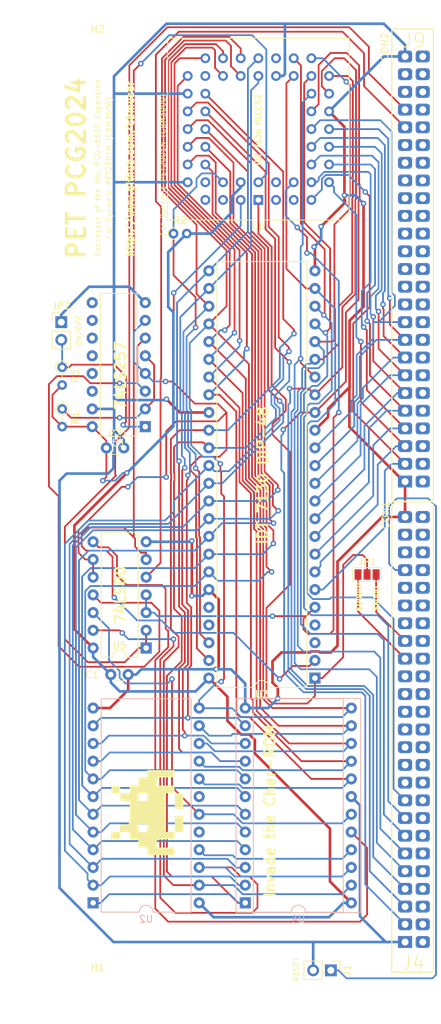
<source format=kicad_pcb>
(kicad_pcb (version 20171130) (host pcbnew 5.0.2+dfsg1-1+deb10u1)
  (layers (0 F.Cu signal) (31 B.Cu signal) (34 B.Paste user) (35 F.Paste user) (36 B.SilkS user) (37 F.SilkS user) (38 B.Mask user) (39 F.Mask user) (44 Edge.Cuts user))
  (net 0 "")
  (net 1 A0)
  (net 2 VCC)
  (net 3 "Net-(U3-Pad3)")
  (net 4 GND)
  (net 5 "Net-(U3-Pad45)")
  (net 6 $0600)
  (net 7 CS3)
  (net 8 A9)
  (net 9 A10)
  (net 10 CS_IDT_L)
  (net 11 "Net-(CON1-Pad10)")
  (net 12 "Net-(CON1-Pad11)")
  (net 13 "Net-(CON1-Pad12)")
  (net 14 "Net-(CON1-Pad13)")
  (net 15 "Net-(CON1-Pad14)")
  (net 16 "Net-(CON1-Pad15)")
  (net 17 "Net-(CON1-Pad19)")
  (net 18 "Net-(CON1-Pad20)")
  (net 19 "Net-(CON1-Pad21)")
  (net 20 "Net-(CON1-Pad23)")
  (net 21 "Net-(CON1-Pad24)")
  (net 22 "Net-(CON2-Pad24)")
  (net 23 "Net-(CON2-Pad23)")
  (net 24 "Net-(CON2-Pad20)")
  (net 25 "Net-(CON2-Pad19)")
  (net 26 "Net-(CON2-Pad18)")
  (net 27 "Net-(CON2-Pad17)")
  (net 28 "Net-(CON2-Pad16)")
  (net 29 "Net-(CON2-Pad15)")
  (net 30 "Net-(CON2-Pad14)")
  (net 31 "Net-(CON2-Pad13)")
  (net 32 "Net-(U2-Pad18)")
  (net 33 "Net-(U2-Pad20)")
  (net 34 RW)
  (net 35 PHI2)
  (net 36 A1)
  (net 37 A2)
  (net 38 A3)
  (net 39 A4)
  (net 40 A5)
  (net 41 A6)
  (net 42 A7)
  (net 43 A8)
  (net 44 CA7)
  (net 45 CD3)
  (net 46 CA6)
  (net 47 CD4)
  (net 48 CA5)
  (net 49 CD5)
  (net 50 CA4)
  (net 51 CD6)
  (net 52 CA3)
  (net 53 CD7)
  (net 54 CA2)
  (net 55 CA1)
  (net 56 CA10)
  (net 57 CA0)
  (net 58 CD0)
  (net 59 CD1)
  (net 60 CA9)
  (net 61 CD2)
  (net 62 CA8)
  (net 63 OEL)
  (net 64 D0)
  (net 65 D1)
  (net 66 D2)
  (net 67 D3)
  (net 68 D4)
  (net 69 D5)
  (net 70 D6)
  (net 71 D7)
  (net 72 R_W)
  (net 73 "Net-(U6-Pad3)")
  (net 74 SEL9)
  (net 75 SELA)
  (net 76 "Net-(R2-Pad1)")
  (net 77 RES)
  (net 78 "Net-(U6-Pad4)")
  (net 79 "Net-(U6-Pad48)")
  (net 80 "Net-(U6-Pad49)")
  (net 81 "Net-(U4-Pad20)")
  (net 82 "Net-(CON1-Pad16)")
  (net 83 "Net-(U6-Pad5)")
  (net 84 "Net-(U6-Pad47)")
  (net 85 "Net-(U3-Pad4)")
  (net 86 "Net-(U3-Pad44)")
  (net 87 "Net-(R1-Pad1)")
  (net 88 "Net-(JP2-Pad2)")
  (net 89 "Net-(U1-Pad9)")
  (net 90 "Net-(U1-Pad10)")
  (net 91 "Net-(U1-Pad3)")
  (net 92 "Net-(U1-Pad11)")
  (net 93 "Net-(U1-Pad12)")
  (net 94 "Net-(U1-Pad13)")
  (net 95 "Net-(U1-Pad14)")
  (module Capacitor_THT:C_Disc_D3.0mm_W1.6mm_P2.50mm (layer F.Cu) (at 101.854 104.14)
    (fp_text reference C2 (at 1.25 -2.05) (layer F.SilkS))
    (fp_text value C)
    (pad 1 thru_hole circle (at 0 0) (size 1.6 1.6) (drill 0.8) (layers *.Cu *.Mask) (net 2 VCC))
    (pad 2 thru_hole circle (at 2.5 0) (size 1.6 1.6) (drill 0.8) (layers *.Cu *.Mask) (net 4 GND))
  )
  (module Connector_PinHeader_2.54mm:PinHeader_1x02_P2.54mm_Vertical (layer F.Cu) (at 95.377 86.106)
    (fp_text reference JP2 (at 0 -2.33) (layer F.SilkS))
    (fp_text value Jumper_2_Open)
    (pad 1 thru_hole rect (at 0 0) (size 1.7 1.7) (drill 1) (layers *.Cu *.Mask) (net 4 GND))
    (pad 2 thru_hole oval (at 0 2.54) (size 1.7 1.7) (drill 1) (layers *.Cu *.Mask) (net 88 "Net-(JP2-Pad2)"))
  )
  (module Package_DIP:DIP-16_W7.62mm (layer F.Cu) (at 107.442 101.092 180)
    (fp_text reference U1 (at 3.81 -2.33 180) (layer F.SilkS))
    (fp_text value 74LS257)
    (pad 1 thru_hole rect (at 0 0 180) (size 1.6 1.6) (drill 0.8) (layers *.Cu *.Mask) (net 88 "Net-(JP2-Pad2)"))
    (pad 9 thru_hole oval (at 7.62 17.78 180) (size 1.6 1.6) (drill 0.8) (layers *.Cu *.Mask) (net 89 "Net-(U1-Pad9)"))
    (pad 2 thru_hole oval (at 0 2.54 180) (size 1.6 1.6) (drill 0.8) (layers *.Cu *.Mask) (net 87 "Net-(R1-Pad1)"))
    (pad 10 thru_hole oval (at 7.62 15.24 180) (size 1.6 1.6) (drill 0.8) (layers *.Cu *.Mask) (net 90 "Net-(U1-Pad10)"))
    (pad 3 thru_hole oval (at 0 5.08 180) (size 1.6 1.6) (drill 0.8) (layers *.Cu *.Mask) (net 91 "Net-(U1-Pad3)"))
    (pad 11 thru_hole oval (at 7.62 12.7 180) (size 1.6 1.6) (drill 0.8) (layers *.Cu *.Mask) (net 92 "Net-(U1-Pad11)"))
    (pad 4 thru_hole oval (at 0 7.62 180) (size 1.6 1.6) (drill 0.8) (layers *.Cu *.Mask) (net 6 $0600))
    (pad 12 thru_hole oval (at 7.62 10.16 180) (size 1.6 1.6) (drill 0.8) (layers *.Cu *.Mask) (net 93 "Net-(U1-Pad12)"))
    (pad 5 thru_hole oval (at 0 10.16 180) (size 1.6 1.6) (drill 0.8) (layers *.Cu *.Mask) (net 87 "Net-(R1-Pad1)"))
    (pad 13 thru_hole oval (at 7.62 7.62 180) (size 1.6 1.6) (drill 0.8) (layers *.Cu *.Mask) (net 94 "Net-(U1-Pad13)"))
    (pad 6 thru_hole oval (at 0 12.7 180) (size 1.6 1.6) (drill 0.8) (layers *.Cu *.Mask) (net 91 "Net-(U1-Pad3)"))
    (pad 14 thru_hole oval (at 7.62 5.08 180) (size 1.6 1.6) (drill 0.8) (layers *.Cu *.Mask) (net 95 "Net-(U1-Pad14)"))
    (pad 7 thru_hole oval (at 0 15.24 180) (size 1.6 1.6) (drill 0.8) (layers *.Cu *.Mask) (net 6 $0600))
    (pad 15 thru_hole oval (at 7.62 2.54 180) (size 1.6 1.6) (drill 0.8) (layers *.Cu *.Mask) (net 4 GND))
    (pad 8 thru_hole oval (at 0 17.78 180) (size 1.6 1.6) (drill 0.8) (layers *.Cu *.Mask) (net 4 GND))
    (pad 16 thru_hole oval (at 7.62 0 180) (size 1.6 1.6) (drill 0.8) (layers *.Cu *.Mask) (net 2 VCC))
  )
  (module Resistor_THT:R_Axial_DIN0204_L3.6mm_D1.6mm_P2.54mm_Vertical (layer F.Cu) (at 95.504 92.583 270)
    (fp_text reference R3 (at 1.27 -1.92 270) (layer F.SilkS))
    (fp_text value R)
    (pad 1 thru_hole circle (at 0 0 270) (size 1.4 1.4) (drill 0.7) (layers *.Cu *.Mask) (net 88 "Net-(JP2-Pad2)"))
    (pad 2 thru_hole oval (at 2.54 0 270) (size 1.4 1.4) (drill 0.7) (layers *.Cu *.Mask) (net 2 VCC))
  )
  (module Connector_PinHeader_2.54mm:PinHeader_1x02_P2.54mm_Vertical (layer F.Cu) (at 134.112 179.07 270)
    (fp_text reference J1 (at 0 -2.33 270) (layer F.SilkS))
    (fp_text value Conn_01x02_Female)
    (pad 1 thru_hole rect (at 0 0 270) (size 1.7 1.7) (drill 1) (layers *.Cu *.Mask) (net 77 RES))
    (pad 2 thru_hole oval (at 0 2.54 270) (size 1.7 1.7) (drill 1) (layers *.Cu *.Mask) (net 4 GND))
  )
  (module Resistor_THT:R_Axial_DIN0204_L3.6mm_D1.6mm_P2.54mm_Vertical (layer F.Cu) (at 95.504 98.552 270)
    (fp_text reference R1 (at 1.27 -1.92 270) (layer F.SilkS))
    (fp_text value R)
    (pad 1 thru_hole circle (at 0 0 270) (size 1.4 1.4) (drill 0.7) (layers *.Cu *.Mask) (net 87 "Net-(R1-Pad1)"))
    (pad 2 thru_hole oval (at 2.54 0 270) (size 1.4 1.4) (drill 0.7) (layers *.Cu *.Mask) (net 2 VCC))
  )
  (module Package_LCC:PLCC-52_THT-Socket (layer F.Cu) (at 123.698 68.58 180)
    (fp_text reference U6 (at 0 -3.78 180) (layer F.SilkS))
    (fp_text value IDT7130_PLCC52)
    (pad 2 thru_hole circle (at 0 2.54 180) (size 1.4224 1.4224) (drill 0.8) (layers *.Cu *.Mask) (net 72 R_W))
    (pad 4 thru_hole circle (at -2.54 2.54 180) (size 1.4224 1.4224) (drill 0.8) (layers *.Cu *.Mask) (net 78 "Net-(U6-Pad4)"))
    (pad 6 thru_hole circle (at -5.08 2.54 180) (size 1.4224 1.4224) (drill 0.8) (layers *.Cu *.Mask) (net 63 OEL))
    (pad 52 thru_hole circle (at 2.54 2.54 180) (size 1.4224 1.4224) (drill 0.8) (layers *.Cu *.Mask) (net 2 VCC))
    (pad 50 thru_hole circle (at 5.08 2.54 180) (size 1.4224 1.4224) (drill 0.8) (layers *.Cu *.Mask) (net 76 "Net-(R2-Pad1)"))
    (pad 48 thru_hole circle (at 7.62 2.54 180) (size 1.4224 1.4224) (drill 0.8) (layers *.Cu *.Mask) (net 79 "Net-(U6-Pad48)"))
    (pad 1 thru_hole rect (at 0 0 180) (size 1.4224 1.4224) (drill 0.8) (layers *.Cu *.Mask) (net 10 CS_IDT_L))
    (pad 3 thru_hole circle (at -2.54 0 180) (size 1.4224 1.4224) (drill 0.8) (layers *.Cu *.Mask) (net 73 "Net-(U6-Pad3)"))
    (pad 5 thru_hole circle (at -5.08 0 180) (size 1.4224 1.4224) (drill 0.8) (layers *.Cu *.Mask) (net 83 "Net-(U6-Pad5)"))
    (pad 7 thru_hole circle (at -7.62 0 180) (size 1.4224 1.4224) (drill 0.8) (layers *.Cu *.Mask) (net 1 A0))
    (pad 51 thru_hole circle (at 2.54 0 180) (size 1.4224 1.4224) (drill 0.8) (layers *.Cu *.Mask) (net 6 $0600))
    (pad 49 thru_hole circle (at 5.08 0 180) (size 1.4224 1.4224) (drill 0.8) (layers *.Cu *.Mask) (net 80 "Net-(U6-Pad49)"))
    (pad 9 thru_hole circle (at -7.62 2.54 180) (size 1.4224 1.4224) (drill 0.8) (layers *.Cu *.Mask) (net 37 A2))
    (pad 11 thru_hole circle (at -7.62 5.08 180) (size 1.4224 1.4224) (drill 0.8) (layers *.Cu *.Mask) (net 39 A4))
    (pad 13 thru_hole circle (at -7.62 7.62 180) (size 1.4224 1.4224) (drill 0.8) (layers *.Cu *.Mask) (net 41 A6))
    (pad 15 thru_hole circle (at -7.62 10.16 180) (size 1.4224 1.4224) (drill 0.8) (layers *.Cu *.Mask) (net 43 A8))
    (pad 17 thru_hole circle (at -7.62 12.7 180) (size 1.4224 1.4224) (drill 0.8) (layers *.Cu *.Mask) (net 64 D0))
    (pad 19 thru_hole circle (at -7.62 15.24 180) (size 1.4224 1.4224) (drill 0.8) (layers *.Cu *.Mask) (net 66 D2))
    (pad 8 thru_hole circle (at -10.16 2.54 180) (size 1.4224 1.4224) (drill 0.8) (layers *.Cu *.Mask) (net 36 A1))
    (pad 10 thru_hole circle (at -10.16 5.08 180) (size 1.4224 1.4224) (drill 0.8) (layers *.Cu *.Mask) (net 38 A3))
    (pad 12 thru_hole circle (at -10.16 7.62 180) (size 1.4224 1.4224) (drill 0.8) (layers *.Cu *.Mask) (net 40 A5))
    (pad 14 thru_hole circle (at -10.16 10.16 180) (size 1.4224 1.4224) (drill 0.8) (layers *.Cu *.Mask) (net 42 A7))
    (pad 16 thru_hole circle (at -10.16 12.7 180) (size 1.4224 1.4224) (drill 0.8) (layers *.Cu *.Mask) (net 4 GND))
    (pad 18 thru_hole circle (at -10.16 15.24 180) (size 1.4224 1.4224) (drill 0.8) (layers *.Cu *.Mask) (net 65 D1))
    (pad 20 thru_hole circle (at -10.16 17.78 180) (size 1.4224 1.4224) (drill 0.8) (layers *.Cu *.Mask) (net 67 D3))
    (pad 22 thru_hole circle (at -7.62 17.78 180) (size 1.4224 1.4224) (drill 0.8) (layers *.Cu *.Mask) (net 69 D5))
    (pad 24 thru_hole circle (at -5.08 17.78 180) (size 1.4224 1.4224) (drill 0.8) (layers *.Cu *.Mask) (net 71 D7))
    (pad 26 thru_hole circle (at -2.54 17.78 180) (size 1.4224 1.4224) (drill 0.8) (layers *.Cu *.Mask) (net 4 GND))
    (pad 28 thru_hole circle (at 0 17.78 180) (size 1.4224 1.4224) (drill 0.8) (layers *.Cu *.Mask) (net 59 CD1))
    (pad 30 thru_hole circle (at 2.54 17.78 180) (size 1.4224 1.4224) (drill 0.8) (layers *.Cu *.Mask) (net 45 CD3))
    (pad 32 thru_hole circle (at 5.08 17.78 180) (size 1.4224 1.4224) (drill 0.8) (layers *.Cu *.Mask) (net 49 CD5))
    (pad 34 thru_hole circle (at 10.16 17.78 180) (size 1.4224 1.4224) (drill 0.8) (layers *.Cu *.Mask) (net 53 CD7))
    (pad 21 thru_hole circle (at -7.62 20.32 180) (size 1.4224 1.4224) (drill 0.8) (layers *.Cu *.Mask) (net 68 D4))
    (pad 23 thru_hole circle (at -5.08 20.32 180) (size 1.4224 1.4224) (drill 0.8) (layers *.Cu *.Mask) (net 70 D6))
    (pad 25 thru_hole circle (at -2.54 20.32 180) (size 1.4224 1.4224) (drill 0.8) (layers *.Cu *.Mask))
    (pad 27 thru_hole circle (at 0 20.32 180) (size 1.4224 1.4224) (drill 0.8) (layers *.Cu *.Mask) (net 58 CD0))
    (pad 29 thru_hole circle (at 2.54 20.32 180) (size 1.4224 1.4224) (drill 0.8) (layers *.Cu *.Mask) (net 61 CD2))
    (pad 31 thru_hole circle (at 5.08 20.32 180) (size 1.4224 1.4224) (drill 0.8) (layers *.Cu *.Mask) (net 47 CD4))
    (pad 33 thru_hole circle (at 7.62 20.32 180) (size 1.4224 1.4224) (drill 0.8) (layers *.Cu *.Mask) (net 51 CD6))
    (pad 35 thru_hole circle (at 7.62 17.78 180) (size 1.4224 1.4224) (drill 0.8) (layers *.Cu *.Mask))
    (pad 37 thru_hole circle (at 7.62 15.24 180) (size 1.4224 1.4224) (drill 0.8) (layers *.Cu *.Mask) (net 62 CA8))
    (pad 39 thru_hole circle (at 7.62 12.7 180) (size 1.4224 1.4224) (drill 0.8) (layers *.Cu *.Mask) (net 46 CA6))
    (pad 41 thru_hole circle (at 7.62 10.16 180) (size 1.4224 1.4224) (drill 0.8) (layers *.Cu *.Mask) (net 50 CA4))
    (pad 43 thru_hole circle (at 7.62 7.62 180) (size 1.4224 1.4224) (drill 0.8) (layers *.Cu *.Mask) (net 54 CA2))
    (pad 45 thru_hole circle (at 7.62 5.08 180) (size 1.4224 1.4224) (drill 0.8) (layers *.Cu *.Mask) (net 57 CA0))
    (pad 47 thru_hole circle (at 7.62 0 180) (size 1.4224 1.4224) (drill 0.8) (layers *.Cu *.Mask) (net 84 "Net-(U6-Pad47)"))
    (pad 36 thru_hole circle (at 10.16 15.24 180) (size 1.4224 1.4224) (drill 0.8) (layers *.Cu *.Mask) (net 4 GND))
    (pad 38 thru_hole circle (at 10.16 12.7 180) (size 1.4224 1.4224) (drill 0.8) (layers *.Cu *.Mask) (net 44 CA7))
    (pad 40 thru_hole circle (at 10.16 10.16 180) (size 1.4224 1.4224) (drill 0.8) (layers *.Cu *.Mask) (net 48 CA5))
    (pad 42 thru_hole circle (at 10.16 7.62 180) (size 1.4224 1.4224) (drill 0.8) (layers *.Cu *.Mask) (net 52 CA3))
    (pad 44 thru_hole circle (at 10.16 5.08 180) (size 1.4224 1.4224) (drill 0.8) (layers *.Cu *.Mask) (net 55 CA1))
    (pad 46 thru_hole circle (at 10.16 2.54 180) (size 1.4224 1.4224) (drill 0.8) (layers *.Cu *.Mask) (net 4 GND))
  )
  (module Package_DIP:DIP-48_W15.24mm (layer F.Cu) (at 131.826 137.16 180)
    (fp_text reference U3 (at 7.62 -2.33 180) (layer F.SilkS))
    (fp_text value IDT7130)
    (pad 1 thru_hole rect (at 0 0 180) (size 1.6 1.6) (drill 0.8) (layers *.Cu *.Mask) (net 10 CS_IDT_L))
    (pad 25 thru_hole oval (at 15.24 58.42 180) (size 1.6 1.6) (drill 0.8) (layers *.Cu *.Mask) (net 58 CD0))
    (pad 2 thru_hole oval (at 0 2.54 180) (size 1.6 1.6) (drill 0.8) (layers *.Cu *.Mask) (net 72 R_W))
    (pad 26 thru_hole oval (at 15.24 55.88 180) (size 1.6 1.6) (drill 0.8) (layers *.Cu *.Mask) (net 59 CD1))
    (pad 3 thru_hole oval (at 0 5.08 180) (size 1.6 1.6) (drill 0.8) (layers *.Cu *.Mask) (net 3 "Net-(U3-Pad3)"))
    (pad 27 thru_hole oval (at 15.24 53.34 180) (size 1.6 1.6) (drill 0.8) (layers *.Cu *.Mask) (net 61 CD2))
    (pad 4 thru_hole oval (at 0 7.62 180) (size 1.6 1.6) (drill 0.8) (layers *.Cu *.Mask) (net 85 "Net-(U3-Pad4)"))
    (pad 28 thru_hole oval (at 15.24 50.8 180) (size 1.6 1.6) (drill 0.8) (layers *.Cu *.Mask) (net 45 CD3))
    (pad 5 thru_hole oval (at 0 10.16 180) (size 1.6 1.6) (drill 0.8) (layers *.Cu *.Mask) (net 63 OEL))
    (pad 29 thru_hole oval (at 15.24 48.26 180) (size 1.6 1.6) (drill 0.8) (layers *.Cu *.Mask) (net 47 CD4))
    (pad 6 thru_hole oval (at 0 12.7 180) (size 1.6 1.6) (drill 0.8) (layers *.Cu *.Mask) (net 1 A0))
    (pad 30 thru_hole oval (at 15.24 45.72 180) (size 1.6 1.6) (drill 0.8) (layers *.Cu *.Mask) (net 49 CD5))
    (pad 7 thru_hole oval (at 0 15.24 180) (size 1.6 1.6) (drill 0.8) (layers *.Cu *.Mask) (net 36 A1))
    (pad 31 thru_hole oval (at 15.24 43.18 180) (size 1.6 1.6) (drill 0.8) (layers *.Cu *.Mask) (net 51 CD6))
    (pad 8 thru_hole oval (at 0 17.78 180) (size 1.6 1.6) (drill 0.8) (layers *.Cu *.Mask) (net 37 A2))
    (pad 32 thru_hole oval (at 15.24 40.64 180) (size 1.6 1.6) (drill 0.8) (layers *.Cu *.Mask) (net 53 CD7))
    (pad 9 thru_hole oval (at 0 20.32 180) (size 1.6 1.6) (drill 0.8) (layers *.Cu *.Mask) (net 38 A3))
    (pad 33 thru_hole oval (at 15.24 38.1 180) (size 1.6 1.6) (drill 0.8) (layers *.Cu *.Mask) (net 4 GND))
    (pad 10 thru_hole oval (at 0 22.86 180) (size 1.6 1.6) (drill 0.8) (layers *.Cu *.Mask) (net 39 A4))
    (pad 34 thru_hole oval (at 15.24 35.56 180) (size 1.6 1.6) (drill 0.8) (layers *.Cu *.Mask) (net 62 CA8))
    (pad 11 thru_hole oval (at 0 25.4 180) (size 1.6 1.6) (drill 0.8) (layers *.Cu *.Mask) (net 40 A5))
    (pad 35 thru_hole oval (at 15.24 33.02 180) (size 1.6 1.6) (drill 0.8) (layers *.Cu *.Mask) (net 44 CA7))
    (pad 12 thru_hole oval (at 0 27.94 180) (size 1.6 1.6) (drill 0.8) (layers *.Cu *.Mask) (net 41 A6))
    (pad 36 thru_hole oval (at 15.24 30.48 180) (size 1.6 1.6) (drill 0.8) (layers *.Cu *.Mask) (net 46 CA6))
    (pad 13 thru_hole oval (at 0 30.48 180) (size 1.6 1.6) (drill 0.8) (layers *.Cu *.Mask) (net 42 A7))
    (pad 37 thru_hole oval (at 15.24 27.94 180) (size 1.6 1.6) (drill 0.8) (layers *.Cu *.Mask) (net 48 CA5))
    (pad 14 thru_hole oval (at 0 33.02 180) (size 1.6 1.6) (drill 0.8) (layers *.Cu *.Mask) (net 43 A8))
    (pad 38 thru_hole oval (at 15.24 25.4 180) (size 1.6 1.6) (drill 0.8) (layers *.Cu *.Mask) (net 50 CA4))
    (pad 15 thru_hole oval (at 0 35.56 180) (size 1.6 1.6) (drill 0.8) (layers *.Cu *.Mask) (net 4 GND))
    (pad 39 thru_hole oval (at 15.24 22.86 180) (size 1.6 1.6) (drill 0.8) (layers *.Cu *.Mask) (net 52 CA3))
    (pad 16 thru_hole oval (at 0 38.1 180) (size 1.6 1.6) (drill 0.8) (layers *.Cu *.Mask) (net 64 D0))
    (pad 40 thru_hole oval (at 15.24 20.32 180) (size 1.6 1.6) (drill 0.8) (layers *.Cu *.Mask) (net 54 CA2))
    (pad 17 thru_hole oval (at 0 40.64 180) (size 1.6 1.6) (drill 0.8) (layers *.Cu *.Mask) (net 65 D1))
    (pad 41 thru_hole oval (at 15.24 17.78 180) (size 1.6 1.6) (drill 0.8) (layers *.Cu *.Mask) (net 55 CA1))
    (pad 18 thru_hole oval (at 0 43.18 180) (size 1.6 1.6) (drill 0.8) (layers *.Cu *.Mask) (net 66 D2))
    (pad 42 thru_hole oval (at 15.24 15.24 180) (size 1.6 1.6) (drill 0.8) (layers *.Cu *.Mask) (net 57 CA0))
    (pad 19 thru_hole oval (at 0 45.72 180) (size 1.6 1.6) (drill 0.8) (layers *.Cu *.Mask) (net 67 D3))
    (pad 43 thru_hole oval (at 15.24 12.7 180) (size 1.6 1.6) (drill 0.8) (layers *.Cu *.Mask) (net 4 GND))
    (pad 20 thru_hole oval (at 0 48.26 180) (size 1.6 1.6) (drill 0.8) (layers *.Cu *.Mask) (net 68 D4))
    (pad 44 thru_hole oval (at 15.24 10.16 180) (size 1.6 1.6) (drill 0.8) (layers *.Cu *.Mask) (net 86 "Net-(U3-Pad44)"))
    (pad 21 thru_hole oval (at 0 50.8 180) (size 1.6 1.6) (drill 0.8) (layers *.Cu *.Mask) (net 69 D5))
    (pad 45 thru_hole oval (at 15.24 7.62 180) (size 1.6 1.6) (drill 0.8) (layers *.Cu *.Mask) (net 5 "Net-(U3-Pad45)"))
    (pad 22 thru_hole oval (at 0 53.34 180) (size 1.6 1.6) (drill 0.8) (layers *.Cu *.Mask) (net 70 D6))
    (pad 46 thru_hole oval (at 15.24 5.08 180) (size 1.6 1.6) (drill 0.8) (layers *.Cu *.Mask) (net 76 "Net-(R2-Pad1)"))
    (pad 23 thru_hole oval (at 0 55.88 180) (size 1.6 1.6) (drill 0.8) (layers *.Cu *.Mask) (net 71 D7))
    (pad 47 thru_hole oval (at 15.24 2.54 180) (size 1.6 1.6) (drill 0.8) (layers *.Cu *.Mask) (net 6 $0600))
    (pad 24 thru_hole oval (at 0 58.42 180) (size 1.6 1.6) (drill 0.8) (layers *.Cu *.Mask) (net 4 GND))
    (pad 48 thru_hole oval (at 15.24 0 180) (size 1.6 1.6) (drill 0.8) (layers *.Cu *.Mask) (net 2 VCC))
  )
  (module Package_DIP:DIP-14_W7.62mm (layer F.Cu) (at 107.569 132.842 180)
    (fp_text reference U5 (at 3.81 0.381 180) (layer F.SilkS))
    (fp_text value 7400)
    (pad 1 thru_hole rect (at 0 0 180) (size 1.6 1.6) (drill 0.8) (layers *.Cu *.Mask) (net 34 RW))
    (pad 8 thru_hole oval (at 7.62 15.24 180) (size 1.6 1.6) (drill 0.8) (layers *.Cu *.Mask) (net 81 "Net-(U4-Pad20)"))
    (pad 2 thru_hole oval (at 0 2.54 180) (size 1.6 1.6) (drill 0.8) (layers *.Cu *.Mask) (net 34 RW))
    (pad 9 thru_hole oval (at 7.62 12.7 180) (size 1.6 1.6) (drill 0.8) (layers *.Cu *.Mask) (net 6 $0600))
    (pad 3 thru_hole oval (at 0 5.08 180) (size 1.6 1.6) (drill 0.8) (layers *.Cu *.Mask) (net 63 OEL))
    (pad 10 thru_hole oval (at 7.62 10.16 180) (size 1.6 1.6) (drill 0.8) (layers *.Cu *.Mask) (net 6 $0600))
    (pad 4 thru_hole oval (at 0 7.62 180) (size 1.6 1.6) (drill 0.8) (layers *.Cu *.Mask) (net 63 OEL))
    (pad 11 thru_hole oval (at 7.62 7.62 180) (size 1.6 1.6) (drill 0.8) (layers *.Cu *.Mask) (net 91 "Net-(U1-Pad3)"))
    (pad 5 thru_hole oval (at 0 10.16 180) (size 1.6 1.6) (drill 0.8) (layers *.Cu *.Mask) (net 35 PHI2))
    (pad 12 thru_hole oval (at 7.62 5.08 180) (size 1.6 1.6) (drill 0.8) (layers *.Cu *.Mask) (net 56 CA10))
    (pad 6 thru_hole oval (at 0 12.7 180) (size 1.6 1.6) (drill 0.8) (layers *.Cu *.Mask) (net 72 R_W))
    (pad 13 thru_hole oval (at 7.62 2.54 180) (size 1.6 1.6) (drill 0.8) (layers *.Cu *.Mask) (net 60 CA9))
    (pad 7 thru_hole oval (at 0 15.24 180) (size 1.6 1.6) (drill 0.8) (layers *.Cu *.Mask) (net 4 GND))
    (pad 14 thru_hole oval (at 7.62 0 180) (size 1.6 1.6) (drill 0.8) (layers *.Cu *.Mask) (net 2 VCC))
  )
  (module Package_DIP:DIP-24_W15.24mm (layer B.Cu) (at 99.949 169.39006)
    (fp_text reference U2 (at 7.62 2.33) (layer B.SilkS) (effects (justify mirror)))
    (fp_text value "CHARROM SOCKET")
    (pad 1 thru_hole rect (at 0 0) (size 1.6 1.6) (drill 0.8) (layers *.Cu *.Mask) (net 44 CA7))
    (pad 13 thru_hole oval (at 15.24 -27.94) (size 1.6 1.6) (drill 0.8) (layers *.Cu *.Mask) (net 45 CD3))
    (pad 2 thru_hole oval (at 0 -2.54) (size 1.6 1.6) (drill 0.8) (layers *.Cu *.Mask) (net 46 CA6))
    (pad 14 thru_hole oval (at 15.24 -25.4) (size 1.6 1.6) (drill 0.8) (layers *.Cu *.Mask) (net 47 CD4))
    (pad 3 thru_hole oval (at 0 -5.08) (size 1.6 1.6) (drill 0.8) (layers *.Cu *.Mask) (net 48 CA5))
    (pad 15 thru_hole oval (at 15.24 -22.86) (size 1.6 1.6) (drill 0.8) (layers *.Cu *.Mask) (net 49 CD5))
    (pad 4 thru_hole oval (at 0 -7.62) (size 1.6 1.6) (drill 0.8) (layers *.Cu *.Mask) (net 50 CA4))
    (pad 16 thru_hole oval (at 15.24 -20.32) (size 1.6 1.6) (drill 0.8) (layers *.Cu *.Mask) (net 51 CD6))
    (pad 5 thru_hole oval (at 0 -10.16) (size 1.6 1.6) (drill 0.8) (layers *.Cu *.Mask) (net 52 CA3))
    (pad 17 thru_hole oval (at 15.24 -17.78) (size 1.6 1.6) (drill 0.8) (layers *.Cu *.Mask) (net 53 CD7))
    (pad 6 thru_hole oval (at 0 -12.7) (size 1.6 1.6) (drill 0.8) (layers *.Cu *.Mask) (net 54 CA2))
    (pad 18 thru_hole oval (at 15.24 -15.24) (size 1.6 1.6) (drill 0.8) (layers *.Cu *.Mask) (net 32 "Net-(U2-Pad18)"))
    (pad 7 thru_hole oval (at 0 -15.24) (size 1.6 1.6) (drill 0.8) (layers *.Cu *.Mask) (net 55 CA1))
    (pad 19 thru_hole oval (at 15.24 -12.7) (size 1.6 1.6) (drill 0.8) (layers *.Cu *.Mask) (net 56 CA10))
    (pad 8 thru_hole oval (at 0 -17.78) (size 1.6 1.6) (drill 0.8) (layers *.Cu *.Mask) (net 57 CA0))
    (pad 20 thru_hole oval (at 15.24 -10.16) (size 1.6 1.6) (drill 0.8) (layers *.Cu *.Mask) (net 33 "Net-(U2-Pad20)"))
    (pad 9 thru_hole oval (at 0 -20.32) (size 1.6 1.6) (drill 0.8) (layers *.Cu *.Mask) (net 58 CD0))
    (pad 21 thru_hole oval (at 15.24 -7.62) (size 1.6 1.6) (drill 0.8) (layers *.Cu *.Mask) (net 7 CS3))
    (pad 10 thru_hole oval (at 0 -22.86) (size 1.6 1.6) (drill 0.8) (layers *.Cu *.Mask) (net 59 CD1))
    (pad 22 thru_hole oval (at 15.24 -5.08) (size 1.6 1.6) (drill 0.8) (layers *.Cu *.Mask) (net 60 CA9))
    (pad 11 thru_hole oval (at 0 -25.4) (size 1.6 1.6) (drill 0.8) (layers *.Cu *.Mask) (net 61 CD2))
    (pad 23 thru_hole oval (at 15.24 -2.54) (size 1.6 1.6) (drill 0.8) (layers *.Cu *.Mask) (net 62 CA8))
    (pad 12 thru_hole oval (at 0 -27.94) (size 1.6 1.6) (drill 0.8) (layers *.Cu *.Mask) (net 4 GND))
    (pad 24 thru_hole oval (at 15.24 0) (size 1.6 1.6) (drill 0.8) (layers *.Cu *.Mask) (net 2 VCC))
  )
  (module Package_DIP:DIP-24_W15.24mm_Socket (layer B.Cu) (at 121.81078 169.39006)
    (fp_text reference U4 (at 7.62 2.33) (layer B.SilkS) (effects (justify mirror)))
    (fp_text value CHARROM)
    (pad 1 thru_hole rect (at 0 0) (size 1.6 1.6) (drill 0.8) (layers *.Cu *.Mask) (net 44 CA7))
    (pad 13 thru_hole oval (at 15.24 -27.94) (size 1.6 1.6) (drill 0.8) (layers *.Cu *.Mask) (net 45 CD3))
    (pad 2 thru_hole oval (at 0 -2.54) (size 1.6 1.6) (drill 0.8) (layers *.Cu *.Mask) (net 46 CA6))
    (pad 14 thru_hole oval (at 15.24 -25.4) (size 1.6 1.6) (drill 0.8) (layers *.Cu *.Mask) (net 47 CD4))
    (pad 3 thru_hole oval (at 0 -5.08) (size 1.6 1.6) (drill 0.8) (layers *.Cu *.Mask) (net 48 CA5))
    (pad 15 thru_hole oval (at 15.24 -22.86) (size 1.6 1.6) (drill 0.8) (layers *.Cu *.Mask) (net 49 CD5))
    (pad 4 thru_hole oval (at 0 -7.62) (size 1.6 1.6) (drill 0.8) (layers *.Cu *.Mask) (net 50 CA4))
    (pad 16 thru_hole oval (at 15.24 -20.32) (size 1.6 1.6) (drill 0.8) (layers *.Cu *.Mask) (net 51 CD6))
    (pad 5 thru_hole oval (at 0 -10.16) (size 1.6 1.6) (drill 0.8) (layers *.Cu *.Mask) (net 52 CA3))
    (pad 17 thru_hole oval (at 15.24 -17.78) (size 1.6 1.6) (drill 0.8) (layers *.Cu *.Mask) (net 53 CD7))
    (pad 6 thru_hole oval (at 0 -12.7) (size 1.6 1.6) (drill 0.8) (layers *.Cu *.Mask) (net 54 CA2))
    (pad 18 thru_hole oval (at 15.24 -15.24) (size 1.6 1.6) (drill 0.8) (layers *.Cu *.Mask) (net 4 GND))
    (pad 7 thru_hole oval (at 0 -15.24) (size 1.6 1.6) (drill 0.8) (layers *.Cu *.Mask) (net 55 CA1))
    (pad 19 thru_hole oval (at 15.24 -12.7) (size 1.6 1.6) (drill 0.8) (layers *.Cu *.Mask) (net 56 CA10))
    (pad 8 thru_hole oval (at 0 -17.78) (size 1.6 1.6) (drill 0.8) (layers *.Cu *.Mask) (net 57 CA0))
    (pad 20 thru_hole oval (at 15.24 -10.16) (size 1.6 1.6) (drill 0.8) (layers *.Cu *.Mask) (net 81 "Net-(U4-Pad20)"))
    (pad 9 thru_hole oval (at 0 -20.32) (size 1.6 1.6) (drill 0.8) (layers *.Cu *.Mask) (net 58 CD0))
    (pad 21 thru_hole oval (at 15.24 -7.62) (size 1.6 1.6) (drill 0.8) (layers *.Cu *.Mask) (net 7 CS3))
    (pad 10 thru_hole oval (at 0 -22.86) (size 1.6 1.6) (drill 0.8) (layers *.Cu *.Mask) (net 59 CD1))
    (pad 22 thru_hole oval (at 15.24 -5.08) (size 1.6 1.6) (drill 0.8) (layers *.Cu *.Mask) (net 60 CA9))
    (pad 11 thru_hole oval (at 0 -25.4) (size 1.6 1.6) (drill 0.8) (layers *.Cu *.Mask) (net 61 CD2))
    (pad 23 thru_hole oval (at 15.24 -2.54) (size 1.6 1.6) (drill 0.8) (layers *.Cu *.Mask) (net 62 CA8))
    (pad 12 thru_hole oval (at 0 -27.94) (size 1.6 1.6) (drill 0.8) (layers *.Cu *.Mask) (net 4 GND))
    (pad 24 thru_hole oval (at 15.24 0) (size 1.6 1.6) (drill 0.8) (layers *.Cu *.Mask) (net 2 VCC))
  )
  (module MountingHole:MountingHole_3.2mm_M3 (layer F.Cu) (at 96.266 44.069)
    (fp_text reference H2 (at 4.318 0) (layer F.SilkS))
    (fp_text value Mechanical_MountingHole)
    (pad 1 np_thru_hole circle (at 0 0) (size 3.2 3.2) (drill 3.2) (layers *.Cu *.Mask))
  )
  (module MountingHole:MountingHole_3.2mm_M3 (layer F.Cu) (at 96.266 178.689)
    (fp_text reference H1 (at 4.318 0) (layer F.SilkS))
    (fp_text value Mechanical_MountingHole)
    (pad 1 np_thru_hole circle (at 0 0) (size 3.2 3.2) (drill 3.2) (layers *.Cu *.Mask))
  )
  (module PET:Invader_klein (layer F.Cu) (at 107.823 156.464 90)
    (fp_text reference Logo2 hide)
    (fp_text value Invader hide)
  )
  (module PET:PET_EXPANSION_J4 (layer F.Cu) (at 148.971 111.887)
    (fp_text reference CON1 (at -6.985 1.905 90) (layer F.SilkS))
    (fp_text value Expansion_J4)
    (fp_text user J4 (at -3.048 66.167) (layer F.SilkS) (effects (font (size 2 2))))
    (pad GND thru_hole roundrect (at -1.651 30.099) (size 2.032 1.7) (drill 1) (layers *.Cu *.Mask))
    (pad GND thru_hole roundrect (at -1.651 37.719) (size 2.032 1.7) (drill 1) (layers *.Cu *.Mask))
    (pad 10 thru_hole roundrect (at -4.191 40.259) (size 2.032 1.7) (drill 1) (layers *.Cu *.Mask) (net 11 "Net-(CON1-Pad10)"))
    (pad GND thru_hole roundrect (at -1.651 42.799) (size 2.032 1.7) (drill 1) (layers *.Cu *.Mask))
    (pad 13 thru_hole roundrect (at -4.191 32.639) (size 2.032 1.7) (drill 1) (layers *.Cu *.Mask) (net 14 "Net-(CON1-Pad13)"))
    (pad 17 thru_hole roundrect (at -4.191 22.479) (size 2.032 1.7) (drill 1) (layers *.Cu *.Mask) (net 74 SEL9))
    (pad 11 thru_hole roundrect (at -4.191 37.719) (size 2.032 1.7) (drill 1) (layers *.Cu *.Mask) (net 12 "Net-(CON1-Pad11)"))
    (pad GND thru_hole roundrect (at -1.651 55.499) (size 2.032 1.7) (drill 1) (layers *.Cu *.Mask))
    (pad 1 thru_hole rect (at -4.191 63.119) (size 2.032 1.7) (drill 1) (layers *.Cu *.Mask) (net 4 GND))
    (pad GND thru_hole roundrect (at -1.651 27.559) (size 2.032 1.7) (drill 1) (layers *.Cu *.Mask))
    (pad GND thru_hole roundrect (at -1.651 12.319) (size 2.032 1.7) (drill 1) (layers *.Cu *.Mask))
    (pad GND thru_hole roundrect (at -1.651 19.939) (size 2.032 1.7) (drill 1) (layers *.Cu *.Mask))
    (pad 3 thru_hole roundrect (at -4.191 58.039) (size 2.032 1.7) (drill 1) (layers *.Cu *.Mask) (net 65 D1))
    (pad GND thru_hole roundrect (at -1.651 47.879) (size 2.032 1.7) (drill 1) (layers *.Cu *.Mask))
    (pad 21 thru_hole roundrect (at -4.191 12.319) (size 2.032 1.7) (drill 1) (layers *.Cu *.Mask) (net 19 "Net-(CON1-Pad21)"))
    (pad GND thru_hole roundrect (at -1.651 35.179) (size 2.032 1.7) (drill 1) (layers *.Cu *.Mask))
    (pad 14 thru_hole roundrect (at -4.191 30.099) (size 2.032 1.7) (drill 1) (layers *.Cu *.Mask) (net 15 "Net-(CON1-Pad14)"))
    (pad GND thru_hole roundrect (at -1.651 60.579) (size 2.032 1.7) (drill 1) (layers *.Cu *.Mask))
    (pad 7 thru_hole roundrect (at -4.191 47.879) (size 2.032 1.7) (drill 1) (layers *.Cu *.Mask) (net 69 D5))
    (pad 16 thru_hole roundrect (at -4.191 25.019) (size 2.032 1.7) (drill 1) (layers *.Cu *.Mask) (net 82 "Net-(CON1-Pad16)"))
    (pad GND thru_hole roundrect (at -1.651 63.119) (size 2.032 1.7) (drill 1) (layers *.Cu *.Mask))
    (pad 12 thru_hole roundrect (at -4.191 35.179) (size 2.032 1.7) (drill 1) (layers *.Cu *.Mask) (net 13 "Net-(CON1-Pad12)"))
    (pad GND thru_hole roundrect (at -1.651 2.159) (size 2.032 1.7) (drill 1) (layers *.Cu *.Mask))
    (pad 22 thru_hole roundrect (at -4.191 9.779) (size 2.032 1.7) (drill 1) (layers *.Cu *.Mask) (net 77 RES))
    (pad 18 thru_hole roundrect (at -4.191 19.939) (size 2.032 1.7) (drill 1) (layers *.Cu *.Mask) (net 75 SELA))
    (pad GND thru_hole roundrect (at -1.651 25.019) (size 2.032 1.7) (drill 1) (layers *.Cu *.Mask))
    (pad GND thru_hole roundrect (at -1.651 45.339) (size 2.032 1.7) (drill 1) (layers *.Cu *.Mask))
    (pad 6 thru_hole roundrect (at -4.191 50.419) (size 2.032 1.7) (drill 1) (layers *.Cu *.Mask) (net 68 D4))
    (pad 9 thru_hole roundrect (at -4.191 42.799) (size 2.032 1.7) (drill 1) (layers *.Cu *.Mask) (net 71 D7))
    (pad GND thru_hole roundrect (at -1.651 4.699) (size 2.032 1.7) (drill 1) (layers *.Cu *.Mask))
    (pad 24 thru_hole roundrect (at -4.191 4.699) (size 2.032 1.7) (drill 1) (layers *.Cu *.Mask) (net 21 "Net-(CON1-Pad24)"))
    (pad GND thru_hole roundrect (at -1.651 52.959) (size 2.032 1.7) (drill 1) (layers *.Cu *.Mask))
    (pad 4 thru_hole roundrect (at -4.191 55.499) (size 2.032 1.7) (drill 1) (layers *.Cu *.Mask) (net 66 D2))
    (pad 19 thru_hole roundrect (at -4.191 17.399) (size 2.032 1.7) (drill 1) (layers *.Cu *.Mask) (net 17 "Net-(CON1-Pad19)"))
    (pad 23 thru_hole roundrect (at -4.191 7.239) (size 2.032 1.7) (drill 1) (layers *.Cu *.Mask) (net 20 "Net-(CON1-Pad23)"))
    (pad 5 thru_hole roundrect (at -4.191 52.959) (size 2.032 1.7) (drill 1) (layers *.Cu *.Mask) (net 67 D3))
    (pad GND thru_hole roundrect (at -1.651 17.399) (size 2.032 1.7) (drill 1) (layers *.Cu *.Mask))
    (pad 15 thru_hole roundrect (at -4.191 27.559) (size 2.032 1.7) (drill 1) (layers *.Cu *.Mask) (net 16 "Net-(CON1-Pad15)"))
    (pad GND thru_hole roundrect (at -1.651 50.419) (size 2.032 1.7) (drill 1) (layers *.Cu *.Mask))
    (pad GND thru_hole roundrect (at -1.651 40.259) (size 2.032 1.7) (drill 1) (layers *.Cu *.Mask))
    (pad GND thru_hole roundrect (at -1.651 9.779) (size 2.032 1.7) (drill 1) (layers *.Cu *.Mask))
    (pad 25 thru_hole roundrect (at -4.191 2.159) (size 2.032 1.7) (drill 1) (layers *.Cu *.Mask) (net 4 GND))
    (pad GND thru_hole roundrect (at -1.651 14.859) (size 2.032 1.7) (drill 1) (layers *.Cu *.Mask))
    (pad 2 thru_hole roundrect (at -4.191 60.579) (size 2.032 1.7) (drill 1) (layers *.Cu *.Mask) (net 64 D0))
    (pad 20 thru_hole roundrect (at -4.191 14.859) (size 2.032 1.7) (drill 1) (layers *.Cu *.Mask) (net 18 "Net-(CON1-Pad20)"))
    (pad GND thru_hole roundrect (at -1.651 22.479) (size 2.032 1.7) (drill 1) (layers *.Cu *.Mask))
    (pad 8 thru_hole roundrect (at -4.191 45.339) (size 2.032 1.7) (drill 1) (layers *.Cu *.Mask) (net 70 D6))
    (pad GND thru_hole roundrect (at -1.651 58.039) (size 2.032 1.7) (drill 1) (layers *.Cu *.Mask))
    (pad GND thru_hole roundrect (at -1.651 32.639) (size 2.032 1.7) (drill 1) (layers *.Cu *.Mask))
    (pad GND thru_hole roundrect (at -1.651 7.239) (size 2.032 1.7) (drill 1) (layers *.Cu *.Mask))
  )
  (module PET:PET_EXPANSION_J9 (layer F.Cu) (at 149.225 42.799)
    (fp_text reference CON2 (at -7.366 3.81 90) (layer F.SilkS))
    (fp_text value Expansion_J9)
    (fp_text user J9 (at -3.175 2.921) (layer F.SilkS) (effects (font (size 2 2))))
    (pad GND thru_hole roundrect (at -1.905 66.167) (size 2.032 1.7) (drill 1) (layers *.Cu *.Mask))
    (pad GND thru_hole roundrect (at -1.905 63.627) (size 2.032 1.7) (drill 1) (layers *.Cu *.Mask))
    (pad GND thru_hole roundrect (at -1.905 61.087) (size 2.032 1.7) (drill 1) (layers *.Cu *.Mask))
    (pad GND thru_hole roundrect (at -1.905 58.547) (size 2.032 1.7) (drill 1) (layers *.Cu *.Mask))
    (pad GND thru_hole roundrect (at -1.905 56.007) (size 2.032 1.7) (drill 1) (layers *.Cu *.Mask))
    (pad GND thru_hole roundrect (at -1.905 53.467) (size 2.032 1.7) (drill 1) (layers *.Cu *.Mask))
    (pad GND thru_hole roundrect (at -1.905 50.927) (size 2.032 1.7) (drill 1) (layers *.Cu *.Mask))
    (pad GND thru_hole roundrect (at -1.905 48.387) (size 2.032 1.7) (drill 1) (layers *.Cu *.Mask))
    (pad GND thru_hole roundrect (at -1.905 45.847) (size 2.032 1.7) (drill 1) (layers *.Cu *.Mask))
    (pad GND thru_hole roundrect (at -1.905 43.307) (size 2.032 1.7) (drill 1) (layers *.Cu *.Mask))
    (pad GND thru_hole roundrect (at -1.905 40.767) (size 2.032 1.7) (drill 1) (layers *.Cu *.Mask))
    (pad GND thru_hole roundrect (at -1.905 38.227) (size 2.032 1.7) (drill 1) (layers *.Cu *.Mask))
    (pad GND thru_hole roundrect (at -1.905 35.687) (size 2.032 1.7) (drill 1) (layers *.Cu *.Mask))
    (pad GND thru_hole roundrect (at -1.905 33.147) (size 2.032 1.7) (drill 1) (layers *.Cu *.Mask))
    (pad GND thru_hole roundrect (at -1.905 30.607) (size 2.032 1.7) (drill 1) (layers *.Cu *.Mask))
    (pad GND thru_hole roundrect (at -1.905 28.067) (size 2.032 1.7) (drill 1) (layers *.Cu *.Mask))
    (pad GND thru_hole roundrect (at -1.905 25.527) (size 2.032 1.7) (drill 1) (layers *.Cu *.Mask))
    (pad GND thru_hole roundrect (at -1.905 22.987) (size 2.032 1.7) (drill 1) (layers *.Cu *.Mask))
    (pad GND thru_hole roundrect (at -1.905 20.447) (size 2.032 1.7) (drill 1) (layers *.Cu *.Mask))
    (pad 1 thru_hole rect (at -4.445 66.167) (size 2.032 1.7) (drill 1) (layers *.Cu *.Mask) (net 4 GND))
    (pad 2 thru_hole roundrect (at -4.445 63.627) (size 2.032 1.7) (drill 1) (layers *.Cu *.Mask) (net 1 A0))
    (pad 3 thru_hole roundrect (at -4.445 61.087) (size 2.032 1.7) (drill 1) (layers *.Cu *.Mask) (net 36 A1))
    (pad 4 thru_hole roundrect (at -4.445 58.547) (size 2.032 1.7) (drill 1) (layers *.Cu *.Mask) (net 37 A2))
    (pad 5 thru_hole roundrect (at -4.445 56.007) (size 2.032 1.7) (drill 1) (layers *.Cu *.Mask) (net 38 A3))
    (pad 6 thru_hole roundrect (at -4.445 53.467) (size 2.032 1.7) (drill 1) (layers *.Cu *.Mask) (net 39 A4))
    (pad 7 thru_hole roundrect (at -4.445 50.927) (size 2.032 1.7) (drill 1) (layers *.Cu *.Mask) (net 40 A5))
    (pad 8 thru_hole roundrect (at -4.445 48.387) (size 2.032 1.7) (drill 1) (layers *.Cu *.Mask) (net 41 A6))
    (pad 9 thru_hole roundrect (at -4.445 45.847) (size 2.032 1.7) (drill 1) (layers *.Cu *.Mask) (net 42 A7))
    (pad 10 thru_hole roundrect (at -4.445 43.307) (size 2.032 1.7) (drill 1) (layers *.Cu *.Mask) (net 43 A8))
    (pad 11 thru_hole roundrect (at -4.445 40.767) (size 2.032 1.7) (drill 1) (layers *.Cu *.Mask) (net 8 A9))
    (pad 12 thru_hole roundrect (at -4.445 38.227) (size 2.032 1.7) (drill 1) (layers *.Cu *.Mask) (net 9 A10))
    (pad 13 thru_hole roundrect (at -4.445 35.687) (size 2.032 1.7) (drill 1) (layers *.Cu *.Mask) (net 31 "Net-(CON2-Pad13)"))
    (pad 14 thru_hole roundrect (at -4.445 33.147) (size 2.032 1.7) (drill 1) (layers *.Cu *.Mask) (net 30 "Net-(CON2-Pad14)"))
    (pad 15 thru_hole roundrect (at -4.445 30.607) (size 2.032 1.7) (drill 1) (layers *.Cu *.Mask) (net 29 "Net-(CON2-Pad15)"))
    (pad 16 thru_hole roundrect (at -4.445 28.067) (size 2.032 1.7) (drill 1) (layers *.Cu *.Mask) (net 28 "Net-(CON2-Pad16)"))
    (pad 17 thru_hole roundrect (at -4.445 25.527) (size 2.032 1.7) (drill 1) (layers *.Cu *.Mask) (net 27 "Net-(CON2-Pad17)"))
    (pad 18 thru_hole roundrect (at -4.445 22.987) (size 2.032 1.7) (drill 1) (layers *.Cu *.Mask) (net 26 "Net-(CON2-Pad18)"))
    (pad 19 thru_hole roundrect (at -4.445 20.447) (size 2.032 1.7) (drill 1) (layers *.Cu *.Mask) (net 25 "Net-(CON2-Pad19)"))
    (pad 20 thru_hole roundrect (at -4.445 17.907) (size 2.032 1.7) (drill 1) (layers *.Cu *.Mask) (net 24 "Net-(CON2-Pad20)"))
    (pad GND thru_hole roundrect (at -1.905 17.907) (size 2.032 1.7) (drill 1) (layers *.Cu *.Mask))
    (pad GND thru_hole roundrect (at -1.905 15.367) (size 2.032 1.7) (drill 1) (layers *.Cu *.Mask))
    (pad GND thru_hole roundrect (at -1.905 12.827) (size 2.032 1.7) (drill 1) (layers *.Cu *.Mask))
    (pad GND thru_hole roundrect (at -1.905 10.287) (size 2.032 1.7) (drill 1) (layers *.Cu *.Mask))
    (pad 94 thru_hole roundrect (at -1.905 7.747) (size 2.032 1.7) (drill 1) (layers *.Cu *.Mask))
    (pad 95 thru_hole roundrect (at -1.905 5.207) (size 2.032 1.7) (drill 1) (layers *.Cu *.Mask))
    (pad 21 thru_hole roundrect (at -4.445 15.367) (size 2.032 1.7) (drill 1) (layers *.Cu *.Mask) (net 35 PHI2))
    (pad 22 thru_hole roundrect (at -4.445 12.827) (size 2.032 1.7) (drill 1) (layers *.Cu *.Mask) (net 34 RW))
    (pad 23 thru_hole roundrect (at -4.445 10.287) (size 2.032 1.7) (drill 1) (layers *.Cu *.Mask) (net 23 "Net-(CON2-Pad23)"))
    (pad 24 thru_hole roundrect (at -4.445 7.747) (size 2.032 1.7) (drill 1) (layers *.Cu *.Mask) (net 22 "Net-(CON2-Pad24)"))
    (pad 25 thru_hole roundrect (at -4.445 5.207) (size 2.032 1.7) (drill 1) (layers *.Cu *.Mask) (net 4 GND))
  )
  (module Capacitor_THT:C_Disc_D3.0mm_W1.6mm_P2.50mm (layer F.Cu) (at 102.489 136.652)
    (fp_text reference C1 (at -2.667 0) (layer F.SilkS))
    (fp_text value C)
    (pad 1 thru_hole circle (at 0 0) (size 1.6 1.6) (drill 0.8) (layers *.Cu *.Mask) (net 2 VCC))
    (pad 2 thru_hole circle (at 2.5 0) (size 1.6 1.6) (drill 0.8) (layers *.Cu *.Mask) (net 4 GND))
  )
  (module Jumper:SolderJumper-3_P1.3mm_Open_Pad1.0x1.5mm (layer F.Cu) (at 139.319 122.301)
    (fp_text reference JP1 (at 0 -1.8) (layer F.SilkS))
    (fp_text value SolderJumper_3_Open)
    (pad 1 smd rect (at -1.3 0) (size 1 1.5) (layers F.Cu F.Mask) (net 74 SEL9))
    (pad 2 smd rect (at 0 0) (size 1 1.5) (layers F.Cu F.Mask) (net 10 CS_IDT_L))
    (pad 3 smd rect (at 1.3 0) (size 1 1.5) (layers F.Cu F.Mask) (net 75 SELA))
  )
  (module Resistor_THT:R_Axial_DIN0204_L3.6mm_D1.6mm_P1.90mm_Vertical (layer F.Cu) (at 111.506 73.406)
    (fp_text reference R2 (at 0.95 -1.92) (layer F.SilkS))
    (fp_text value R)
    (pad 2 thru_hole oval (at 1.9 0) (size 1.4 1.4) (drill 0.7) (layers *.Cu *.Mask) (net 2 VCC))
    (pad 1 thru_hole circle (at 0 0) (size 1.4 1.4) (drill 0.7) (layers *.Cu *.Mask) (net 76 "Net-(R2-Pad1)"))
  )
  (gr_text "ON/OFF\n" (at 97.917 87.376 90) (layer F.SilkS) (effects (font (size 0.762 0.762) (thickness 0.1016))))
  (gr_text "For Dynamic PET2001N (CBM3000)\n" (at 109.982 63.5 90) (layer F.SilkS) (effects (font (size 0.762 0.762) (thickness 0.1016))))
  (gr_text "RESET\n" (at 129.159 178.943 90) (layer F.SilkS) (effects (font (size 0.762 0.762) (thickness 0.1016))))
  (gr_text "For Dynamic PET2001N (CBM3000)\n" (at 102.235 64.008 90) (layer F.SilkS) (effects (font (size 0.762 0.762) (thickness 0.1016))))
  (gr_text "74LS257\n" (at 103.886 93.726 90) (layer F.SilkS) (effects (font (size 1.5 1.5) (thickness 0.3))))
  (gr_text "$9000\n\n$A000" (at 139.446 125.73 90) (layer F.SilkS) (effects (font (size 0.762 0.762) (thickness 0.1905))))
  (gr_text 74LS00 (at 103.886 125.222 90) (layer F.SilkS) (effects (font (size 1.5 1.5) (thickness 0.3))))
  (gr_text "IDT 7130 DIP-48\n" (at 124.333 108.077 90) (layer F.SilkS) (effects (font (size 1.5 1.5) (thickness 0.3))))
  (gr_text "IDT 7130 PLCC52" (at 123.698 58.547 90) (layer F.SilkS) (effects (font (size 0.762 0.762) (thickness 0.1905))))
  (gr_text "Successor of the HAL PCG-6500 Expansion\n" (at 100.584 64.008 90) (layer F.SilkS) (effects (font (size 0.762 0.762) (thickness 0.1016))))
  (gr_text http://www.github.com/cbmuser (at 105.283 64.135 90) (layer F.SilkS) (effects (font (size 1.016 1.016) (thickness 0.254))))
  (gr_text "PET PCG2024" (at 97.536 64.008 90) (layer F.SilkS) (effects (font (size 2.54 2.54) (thickness 0.508))))
  (gr_text "Invade the Char-ROM" (at 125.349 156.21 90) (layer F.SilkS) (effects (font (size 1.5 1.5) (thickness 0.3))))
  (segment (start 132.95737 124.46) (end 141.859 115.55837) (width 0.25) (layer B.Cu) (net 1))
  (segment (start 131.826 124.46) (end 132.95737 124.46) (width 0.25) (layer B.Cu) (net 1))
  (segment (start 141.859 115.55837) (end 141.859 107.442) (width 0.25) (layer B.Cu) (net 1))
  (segment (start 142.875 106.426) (end 144.78 106.426) (width 0.25) (layer B.Cu) (net 1))
  (segment (start 141.859 107.442) (end 142.875 106.426) (width 0.25) (layer B.Cu) (net 1))
  (segment (start 137.327509 98.973509) (end 137.327509 95.62753) (width 0.25) (layer F.Cu) (net 1))
  (segment (start 144.78 106.426) (end 137.327509 98.973509) (width 0.25) (layer F.Cu) (net 1))
  (segment (start 137.327509 95.62753) (end 137.327509 89.759509) (width 0.25) (layer F.Cu) (net 1))
  (segment (start 137.327509 89.759509) (end 137.327509 86.319491) (width 0.25) (layer F.Cu) (net 1))
  (segment (start 137.327509 86.319491) (end 139.7 83.947) (width 0.25) (layer F.Cu) (net 1))
  (segment (start 139.7 83.947) (end 139.7 68.072) (width 0.25) (layer F.Cu) (net 1))
  (segment (start 139.7 68.072) (end 139.065 67.437) (width 0.25) (layer F.Cu) (net 1))
  (segment (start 139.065 67.437) (end 139.065 67.437) (width 0.25) (layer F.Cu) (net 1))
  (via (at 139.065 67.437) (size 0.8) (drill 0.4) (layers F.Cu B.Cu) (net 1))
  (segment (start 132.029199 67.868801) (end 131.318 68.58) (width 0.25) (layer B.Cu) (net 1))
  (segment (start 132.821798 67.076202) (end 132.029199 67.868801) (width 0.25) (layer B.Cu) (net 1))
  (segment (start 133.370202 65.003798) (end 132.821798 65.552202) (width 0.25) (layer B.Cu) (net 1))
  (segment (start 136.631798 65.003798) (end 133.370202 65.003798) (width 0.25) (layer B.Cu) (net 1))
  (segment (start 132.821798 65.552202) (end 132.821798 67.076202) (width 0.25) (layer B.Cu) (net 1))
  (segment (start 139.065 67.437) (end 136.631798 65.003798) (width 0.25) (layer B.Cu) (net 1))
  (segment (start 99.949 134.112) (end 102.489 136.652) (width 0.381) (layer B.Cu) (net 2))
  (segment (start 99.949 132.842) (end 99.949 134.112) (width 0.381) (layer B.Cu) (net 2))
  (segment (start 135.91941 169.39006) (end 133.85947 171.45) (width 0.381) (layer B.Cu) (net 2))
  (segment (start 137.05078 169.39006) (end 135.91941 169.39006) (width 0.381) (layer B.Cu) (net 2))
  (segment (start 117.24894 171.45) (end 115.189 169.39006) (width 0.381) (layer B.Cu) (net 2))
  (segment (start 133.85947 171.45) (end 117.24894 171.45) (width 0.381) (layer B.Cu) (net 2))
  (segment (start 102.489 137.78337) (end 103.77063 139.065) (width 0.381) (layer B.Cu) (net 2))
  (segment (start 102.489 136.652) (end 102.489 137.78337) (width 0.381) (layer B.Cu) (net 2))
  (segment (start 114.681 139.065) (end 116.586 137.16) (width 0.381) (layer B.Cu) (net 2))
  (segment (start 103.77063 139.065) (end 114.681 139.065) (width 0.381) (layer B.Cu) (net 2))
  (segment (start 116.967 136.779) (end 116.586 137.16) (width 0.381) (layer B.Cu) (net 2))
  (segment (start 116.84 73.406) (end 113.406 73.406) (width 0.381) (layer B.Cu) (net 2))
  (segment (start 119.888 70.358) (end 116.84 73.406) (width 0.381) (layer B.Cu) (net 2))
  (segment (start 119.888 68.072) (end 119.888 70.358) (width 0.381) (layer B.Cu) (net 2))
  (segment (start 121.158 66.04) (end 121.158 66.802) (width 0.381) (layer B.Cu) (net 2))
  (segment (start 121.158 66.802) (end 119.888 68.072) (width 0.381) (layer B.Cu) (net 2))
  (segment (start 123.064781 145.924781) (end 123.19 146.05) (width 0.381) (layer F.Cu) (net 2))
  (segment (start 122.412701 145.244061) (end 123.19 146.02136) (width 0.381) (layer F.Cu) (net 2))
  (segment (start 121.208859 145.244061) (end 122.412701 145.244061) (width 0.381) (layer F.Cu) (net 2))
  (segment (start 123.19 146.02136) (end 123.19 146.05) (width 0.381) (layer F.Cu) (net 2))
  (segment (start 119.253 139.954) (end 119.253 143.288202) (width 0.381) (layer F.Cu) (net 2))
  (segment (start 119.253 143.288202) (end 121.208859 145.244061) (width 0.381) (layer F.Cu) (net 2))
  (segment (start 133.985 166.32428) (end 137.05078 169.39006) (width 0.381) (layer F.Cu) (net 2))
  (segment (start 133.985 158.75) (end 133.985 166.32428) (width 0.381) (layer F.Cu) (net 2))
  (segment (start 127.295069 152.060069) (end 133.985 158.75) (width 0.381) (layer F.Cu) (net 2))
  (segment (start 127.293659 152.060069) (end 127.295069 152.060069) (width 0.381) (layer F.Cu) (net 2))
  (segment (start 123.19 146.05) (end 123.19 147.95641) (width 0.381) (layer F.Cu) (net 2))
  (segment (start 123.19 147.95641) (end 127.293659 152.060069) (width 0.381) (layer F.Cu) (net 2))
  (segment (start 119.253 139.827) (end 116.586 137.16) (width 0.381) (layer F.Cu) (net 2))
  (segment (start 101.854 103.124) (end 101.854 104.14) (width 0.25) (layer F.Cu) (net 2))
  (segment (start 99.822 101.092) (end 101.854 103.124) (width 0.25) (layer F.Cu) (net 2))
  (segment (start 98.69063 101.092) (end 95.504 101.092) (width 0.25) (layer F.Cu) (net 2))
  (segment (start 99.822 101.092) (end 98.69063 101.092) (width 0.25) (layer F.Cu) (net 2))
  (via (at 104.793999 107.734696) (size 0.8) (drill 0.4) (layers F.Cu B.Cu) (net 2))
  (segment (start 99.949 132.842) (end 97.263001 130.156001) (width 0.381) (layer F.Cu) (net 2))
  (segment (start 110.744 83.947) (end 111.47949 84.68249) (width 0.381) (layer B.Cu) (net 2))
  (segment (start 97.263001 130.156001) (end 97.263001 115.265694) (width 0.381) (layer F.Cu) (net 2))
  (segment (start 97.263001 115.265694) (end 104.394 108.134695) (width 0.381) (layer F.Cu) (net 2))
  (segment (start 111.47949 101.049205) (end 105.193998 107.334697) (width 0.381) (layer B.Cu) (net 2))
  (segment (start 105.193998 107.334697) (end 104.793999 107.734696) (width 0.381) (layer B.Cu) (net 2))
  (segment (start 111.47949 84.68249) (end 111.47949 101.049205) (width 0.381) (layer B.Cu) (net 2))
  (segment (start 110.744 76.068) (end 110.744 83.947) (width 0.381) (layer B.Cu) (net 2))
  (segment (start 113.406 73.406) (end 110.744 76.068) (width 0.381) (layer B.Cu) (net 2))
  (segment (start 104.394 108.134695) (end 104.793999 107.734696) (width 0.381) (layer F.Cu) (net 2))
  (segment (start 104.228314 107.734696) (end 103.12401 108.839) (width 0.25) (layer B.Cu) (net 2))
  (segment (start 104.793999 107.734696) (end 104.228314 107.734696) (width 0.25) (layer B.Cu) (net 2))
  (segment (start 103.12401 108.839) (end 101.346 108.839) (width 0.25) (layer B.Cu) (net 2))
  (segment (start 101.346 108.839) (end 101.346 108.839) (width 0.25) (layer B.Cu) (net 2))
  (via (at 101.346 108.839) (size 0.8) (drill 0.4) (layers F.Cu B.Cu) (net 2))
  (segment (start 101.854 108.331) (end 101.346 108.839) (width 0.25) (layer F.Cu) (net 2))
  (segment (start 101.854 108.331) (end 101.854 104.14) (width 0.25) (layer F.Cu) (net 2))
  (segment (start 94.107 96.52) (end 95.504 95.123) (width 0.25) (layer F.Cu) (net 2))
  (segment (start 95.504 101.092) (end 94.107 99.695) (width 0.25) (layer F.Cu) (net 2))
  (segment (start 94.107 99.695) (end 94.107 96.52) (width 0.25) (layer F.Cu) (net 2))
  (segment (start 144.78 114.046) (end 144.78 108.966) (width 0.381) (layer F.Cu) (net 4))
  (segment (start 99.949 141.45006) (end 102.38994 141.45006) (width 0.381) (layer F.Cu) (net 4))
  (segment (start 104.989 138.851) (end 104.989 136.652) (width 0.381) (layer F.Cu) (net 4))
  (segment (start 102.38994 141.45006) (end 104.989 138.851) (width 0.381) (layer F.Cu) (net 4))
  (segment (start 126.492 140.081) (end 126.492 140.081) (width 0.381) (layer F.Cu) (net 4))
  (via (at 126.492 140.081) (size 0.8) (drill 0.4) (layers F.Cu B.Cu) (net 4))
  (segment (start 125.12294 141.45006) (end 121.81078 141.45006) (width 0.381) (layer B.Cu) (net 4))
  (segment (start 126.492 140.081) (end 125.12294 141.45006) (width 0.381) (layer B.Cu) (net 4))
  (segment (start 106.88237 135.89) (end 117.036317 135.89) (width 0.381) (layer B.Cu) (net 4))
  (segment (start 117.036317 135.89) (end 117.602002 135.89) (width 0.381) (layer B.Cu) (net 4))
  (via (at 117.602002 135.89) (size 0.8) (drill 0.4) (layers F.Cu B.Cu) (net 4))
  (segment (start 106.12037 136.652) (end 106.88237 135.89) (width 0.381) (layer B.Cu) (net 4))
  (segment (start 104.989 136.652) (end 106.12037 136.652) (width 0.381) (layer B.Cu) (net 4))
  (segment (start 119.761 135.89) (end 117.602002 135.89) (width 0.381) (layer B.Cu) (net 4))
  (segment (start 121.81078 141.45006) (end 121.81078 137.93978) (width 0.381) (layer B.Cu) (net 4))
  (segment (start 121.81078 137.93978) (end 119.761 135.89) (width 0.381) (layer B.Cu) (net 4))
  (segment (start 118.002001 135.490001) (end 117.602002 135.89) (width 0.381) (layer F.Cu) (net 4))
  (segment (start 118.002001 125.876001) (end 118.002001 135.490001) (width 0.381) (layer F.Cu) (net 4))
  (segment (start 116.586 124.46) (end 118.002001 125.876001) (width 0.381) (layer F.Cu) (net 4))
  (via (at 132.715 72.39) (size 0.8) (drill 0.4) (layers F.Cu B.Cu) (net 4))
  (segment (start 132.715 72.39) (end 136.144 68.961) (width 0.381) (layer F.Cu) (net 4))
  (segment (start 136.144 68.707) (end 136.144 68.58) (width 0.381) (layer F.Cu) (net 4))
  (segment (start 136.144 68.961) (end 136.144 68.707) (width 0.381) (layer F.Cu) (net 4))
  (segment (start 136.065012 68.628012) (end 136.065012 68.471778) (width 0.381) (layer F.Cu) (net 4))
  (segment (start 137.629093 67.906093) (end 136.630697 67.906093) (width 0.381) (layer B.Cu) (net 4))
  (segment (start 136.144 67.827105) (end 136.065012 67.906093) (width 0.381) (layer F.Cu) (net 4))
  (segment (start 138.811 69.653685) (end 138.811 69.088) (width 0.381) (layer F.Cu) (net 4))
  (segment (start 138.811 83.889998) (end 138.811 69.653685) (width 0.381) (layer F.Cu) (net 4))
  (segment (start 136.811999 95.413999) (end 136.811999 85.888999) (width 0.381) (layer F.Cu) (net 4))
  (via (at 136.065012 67.906093) (size 0.8) (drill 0.4) (layers F.Cu B.Cu) (net 4))
  (segment (start 136.811999 85.888999) (end 138.811 83.889998) (width 0.381) (layer F.Cu) (net 4))
  (segment (start 136.307999 95.917999) (end 136.811999 95.413999) (width 0.381) (layer F.Cu) (net 4))
  (via (at 138.811 69.088) (size 0.8) (drill 0.4) (layers F.Cu B.Cu) (net 4))
  (segment (start 136.065012 68.471778) (end 136.065012 67.906093) (width 0.381) (layer F.Cu) (net 4))
  (segment (start 136.144 67.818) (end 136.144 67.827105) (width 0.381) (layer F.Cu) (net 4))
  (segment (start 138.811 69.088) (end 137.629093 67.906093) (width 0.381) (layer B.Cu) (net 4))
  (segment (start 136.144 68.707) (end 136.065012 68.628012) (width 0.381) (layer F.Cu) (net 4))
  (segment (start 136.630697 67.906093) (end 136.065012 67.906093) (width 0.381) (layer B.Cu) (net 4))
  (segment (start 138.303 171.323) (end 141.986 175.006) (width 0.381) (layer B.Cu) (net 4))
  (segment (start 137.05078 154.15006) (end 138.303 155.40228) (width 0.381) (layer B.Cu) (net 4))
  (segment (start 138.303 155.40228) (end 138.303 171.323) (width 0.381) (layer B.Cu) (net 4))
  (via (at 131.699 75.311) (size 0.8) (drill 0.4) (layers F.Cu B.Cu) (net 4))
  (segment (start 132.098999 74.911001) (end 131.699 75.311) (width 0.381) (layer B.Cu) (net 4))
  (segment (start 132.715 74.295) (end 132.098999 74.911001) (width 0.381) (layer B.Cu) (net 4))
  (segment (start 131.826 78.74) (end 131.826 75.438) (width 0.381) (layer F.Cu) (net 4))
  (segment (start 131.826 75.438) (end 131.699 75.311) (width 0.381) (layer F.Cu) (net 4))
  (segment (start 132.715 72.39) (end 132.715 74.295) (width 0.381) (layer B.Cu) (net 4))
  (segment (start 126.492 138.557) (end 126.492 140.081) (width 0.381) (layer F.Cu) (net 4))
  (segment (start 125.73 137.795) (end 126.492 138.557) (width 0.381) (layer F.Cu) (net 4))
  (segment (start 125.73 134.747) (end 125.73 137.795) (width 0.381) (layer F.Cu) (net 4))
  (segment (start 127 133.477) (end 125.73 134.747) (width 0.381) (layer F.Cu) (net 4))
  (segment (start 131.113078 133.477) (end 127 133.477) (width 0.381) (layer F.Cu) (net 4))
  (segment (start 131.260988 133.32909) (end 131.113078 133.477) (width 0.381) (layer F.Cu) (net 4))
  (segment (start 141.478 114.046) (end 135.07001 120.45399) (width 0.381) (layer F.Cu) (net 4))
  (segment (start 132.538922 133.477) (end 132.391012 133.32909) (width 0.381) (layer F.Cu) (net 4))
  (segment (start 144.78 114.046) (end 141.478 114.046) (width 0.381) (layer F.Cu) (net 4))
  (segment (start 135.07001 120.45399) (end 135.07001 132.51899) (width 0.381) (layer F.Cu) (net 4))
  (segment (start 132.391012 133.32909) (end 131.260988 133.32909) (width 0.381) (layer F.Cu) (net 4))
  (segment (start 135.07001 132.51899) (end 134.112 133.477) (width 0.381) (layer F.Cu) (net 4))
  (segment (start 134.112 133.477) (end 132.538922 133.477) (width 0.381) (layer F.Cu) (net 4))
  (segment (start 131.826 101.6) (end 133.731 99.695) (width 0.381) (layer F.Cu) (net 4))
  (segment (start 133.731 98.494998) (end 136.307999 95.917999) (width 0.381) (layer F.Cu) (net 4))
  (segment (start 133.731 99.695) (end 133.731 98.494998) (width 0.381) (layer F.Cu) (net 4))
  (segment (start 136.065012 58.087012) (end 136.065012 67.906093) (width 0.381) (layer F.Cu) (net 4))
  (segment (start 133.858 55.88) (end 136.065012 58.087012) (width 0.381) (layer F.Cu) (net 4))
  (segment (start 116.586 99.06) (end 112.395 99.06) (width 0.381) (layer F.Cu) (net 4))
  (segment (start 112.395 99.06) (end 110.49 97.155) (width 0.381) (layer F.Cu) (net 4))
  (segment (start 110.49 97.155) (end 110.49 97.155) (width 0.381) (layer F.Cu) (net 4))
  (via (at 110.49 97.155) (size 0.8) (drill 0.4) (layers F.Cu B.Cu) (net 4))
  (segment (start 141.986 175.006) (end 142.24 175.006) (width 0.381) (layer B.Cu) (net 4))
  (segment (start 142.24 175.006) (end 144.78 175.006) (width 0.381) (layer B.Cu) (net 4))
  (segment (start 131.572 177.867919) (end 131.572 175.768) (width 0.381) (layer B.Cu) (net 4))
  (segment (start 131.572 179.07) (end 131.572 177.867919) (width 0.381) (layer B.Cu) (net 4))
  (segment (start 131.699 175.006) (end 142.24 175.006) (width 0.381) (layer B.Cu) (net 4))
  (segment (start 131.572 175.768) (end 131.572 175.133) (width 0.381) (layer B.Cu) (net 4))
  (segment (start 131.572 175.133) (end 131.699 175.006) (width 0.381) (layer B.Cu) (net 4))
  (segment (start 141.732 48.006) (end 144.78 48.006) (width 0.381) (layer B.Cu) (net 4))
  (segment (start 133.858 55.88) (end 141.732 48.006) (width 0.381) (layer B.Cu) (net 4))
  (segment (start 141.732 43.307) (end 144.78 46.355) (width 0.381) (layer B.Cu) (net 4))
  (segment (start 144.78 46.355) (end 144.78 48.006) (width 0.381) (layer B.Cu) (net 4))
  (segment (start 102.949499 50.847501) (end 110.49 43.307) (width 0.381) (layer B.Cu) (net 4))
  (segment (start 136.779 95.446998) (end 136.811999 95.413999) (width 0.381) (layer F.Cu) (net 4))
  (segment (start 144.78 108.966) (end 144.614 108.966) (width 0.381) (layer F.Cu) (net 4))
  (segment (start 136.779 101.131) (end 136.779 95.446998) (width 0.381) (layer F.Cu) (net 4))
  (segment (start 144.614 108.966) (end 136.779 101.131) (width 0.381) (layer F.Cu) (net 4))
  (segment (start 127.243788 50.8) (end 127.508 50.535788) (width 0.381) (layer B.Cu) (net 4))
  (segment (start 126.238 50.8) (end 127.243788 50.8) (width 0.381) (layer B.Cu) (net 4))
  (segment (start 127.508 50.535788) (end 127.508 43.307) (width 0.381) (layer B.Cu) (net 4))
  (segment (start 110.49 43.307) (end 127.508 43.307) (width 0.381) (layer B.Cu) (net 4))
  (segment (start 127.508 43.307) (end 141.732 43.307) (width 0.381) (layer B.Cu) (net 4))
  (segment (start 112.532212 53.34) (end 102.949499 53.34) (width 0.381) (layer B.Cu) (net 4))
  (segment (start 113.538 53.34) (end 112.532212 53.34) (width 0.381) (layer B.Cu) (net 4))
  (segment (start 102.949499 54.61) (end 102.949499 53.34) (width 0.381) (layer B.Cu) (net 4))
  (segment (start 102.949499 53.34) (end 102.949499 50.847501) (width 0.381) (layer B.Cu) (net 4))
  (segment (start 113.538 66.04) (end 102.949499 66.04) (width 0.381) (layer B.Cu) (net 4))
  (segment (start 102.949499 66.04) (end 102.949499 54.61) (width 0.381) (layer B.Cu) (net 4))
  (segment (start 114.13601 124.783315) (end 114.13601 117.475) (width 0.381) (layer F.Cu) (net 4))
  (segment (start 116.586 124.46) (end 115.697 125.349) (width 0.381) (layer B.Cu) (net 4))
  (segment (start 115.697 125.349) (end 114.701695 125.349) (width 0.381) (layer B.Cu) (net 4))
  (segment (start 114.00901 117.602) (end 114.13601 117.475) (width 0.381) (layer B.Cu) (net 4))
  (segment (start 114.13601 125.349) (end 114.13601 124.783315) (width 0.381) (layer F.Cu) (net 4))
  (via (at 114.13601 117.475) (size 0.8) (drill 0.4) (layers F.Cu B.Cu) (net 4))
  (segment (start 114.701695 125.349) (end 114.13601 125.349) (width 0.381) (layer B.Cu) (net 4))
  (segment (start 107.569 117.602) (end 114.00901 117.602) (width 0.381) (layer B.Cu) (net 4))
  (via (at 114.13601 125.349) (size 0.8) (drill 0.4) (layers F.Cu B.Cu) (net 4))
  (segment (start 104.354 103.00863) (end 102.997 101.65163) (width 0.381) (layer B.Cu) (net 4))
  (segment (start 102.997 101.65163) (end 102.997 101.6) (width 0.381) (layer B.Cu) (net 4))
  (segment (start 104.354 104.14) (end 104.354 103.00863) (width 0.381) (layer B.Cu) (net 4))
  (segment (start 100.95337 98.552) (end 102.997 98.552) (width 0.381) (layer B.Cu) (net 4))
  (segment (start 99.822 98.552) (end 100.95337 98.552) (width 0.381) (layer B.Cu) (net 4))
  (segment (start 99.357 81.026) (end 102.949499 81.026) (width 0.381) (layer B.Cu) (net 4))
  (segment (start 95.377 85.006) (end 99.357 81.026) (width 0.381) (layer B.Cu) (net 4))
  (segment (start 95.377 86.106) (end 95.377 85.006) (width 0.381) (layer B.Cu) (net 4))
  (segment (start 102.949499 97.075501) (end 102.949499 81.026) (width 0.381) (layer B.Cu) (net 4))
  (segment (start 102.949499 81.026) (end 102.949499 66.04) (width 0.381) (layer B.Cu) (net 4))
  (segment (start 105.156 81.026) (end 102.949499 81.026) (width 0.381) (layer B.Cu) (net 4))
  (segment (start 107.442 83.312) (end 105.156 81.026) (width 0.381) (layer B.Cu) (net 4))
  (segment (start 102.968498 98.580502) (end 102.968498 101.571498) (width 0.381) (layer B.Cu) (net 4))
  (segment (start 102.997 98.552) (end 102.968498 98.580502) (width 0.381) (layer B.Cu) (net 4))
  (segment (start 102.968498 101.571498) (end 102.997 101.6) (width 0.381) (layer B.Cu) (net 4))
  (segment (start 110.49 97.155) (end 110.363 97.282) (width 0.381) (layer B.Cu) (net 4))
  (segment (start 102.997 97.282) (end 102.997 98.552) (width 0.381) (layer B.Cu) (net 4))
  (segment (start 110.363 97.282) (end 102.997 97.282) (width 0.381) (layer B.Cu) (net 4))
  (segment (start 95.123 167.259) (end 102.87 175.006) (width 0.381) (layer B.Cu) (net 4))
  (segment (start 95.123 108.839) (end 95.123 167.259) (width 0.381) (layer B.Cu) (net 4))
  (segment (start 96.139 107.823) (end 95.123 108.839) (width 0.381) (layer B.Cu) (net 4))
  (segment (start 102.87 107.061) (end 102.108 107.823) (width 0.381) (layer B.Cu) (net 4))
  (segment (start 102.87 101.727) (end 102.87 103.394058) (width 0.381) (layer B.Cu) (net 4))
  (segment (start 102.87 103.394058) (end 103.044501 103.568559) (width 0.381) (layer B.Cu) (net 4))
  (segment (start 103.044501 103.568559) (end 103.044501 104.711441) (width 0.381) (layer B.Cu) (net 4))
  (segment (start 102.997 101.6) (end 102.87 101.727) (width 0.381) (layer B.Cu) (net 4))
  (segment (start 103.044501 104.711441) (end 102.87 104.885942) (width 0.381) (layer B.Cu) (net 4))
  (segment (start 102.87 175.006) (end 131.826 175.006) (width 0.381) (layer B.Cu) (net 4))
  (segment (start 102.108 107.823) (end 96.139 107.823) (width 0.381) (layer B.Cu) (net 4))
  (segment (start 102.87 104.885942) (end 102.87 107.061) (width 0.381) (layer B.Cu) (net 4))
  (segment (start 102.997 97.123002) (end 102.949499 97.075501) (width 0.381) (layer B.Cu) (net 4))
  (segment (start 102.997 97.282) (end 102.997 97.123002) (width 0.381) (layer B.Cu) (net 4))
  (segment (start 111.506 81.915) (end 111.506 81.915) (width 0.25) (layer F.Cu) (net 6))
  (via (at 111.53451 81.915) (size 0.8) (drill 0.4) (layers F.Cu B.Cu) (net 6))
  (segment (start 121.158 72.29151) (end 111.53451 81.915) (width 0.25) (layer B.Cu) (net 6))
  (segment (start 121.158 68.58) (end 121.158 72.29151) (width 0.25) (layer B.Cu) (net 6))
  (segment (start 99.949 120.142) (end 99.949 121.27337) (width 0.25) (layer F.Cu) (net 6))
  (segment (start 99.949 121.27337) (end 99.949 122.682) (width 0.25) (layer F.Cu) (net 6))
  (segment (start 111.53451 82.480685) (end 111.53451 81.915) (width 0.25) (layer F.Cu) (net 6))
  (segment (start 114.554 97.79) (end 111.53451 94.77051) (width 0.25) (layer F.Cu) (net 6))
  (segment (start 117.856 97.79) (end 114.554 97.79) (width 0.25) (layer F.Cu) (net 6))
  (segment (start 119.126 104.394) (end 119.126 99.06) (width 0.25) (layer F.Cu) (net 6))
  (segment (start 118.11 105.41) (end 119.126 104.394) (width 0.25) (layer F.Cu) (net 6))
  (segment (start 113.955998 106.712998) (end 115.258996 105.41) (width 0.25) (layer F.Cu) (net 6))
  (segment (start 114.861012 132.895012) (end 114.861012 117.126998) (width 0.25) (layer F.Cu) (net 6))
  (segment (start 115.258996 105.41) (end 118.11 105.41) (width 0.25) (layer F.Cu) (net 6))
  (segment (start 114.861012 117.126998) (end 114.745034 117.01102) (width 0.25) (layer F.Cu) (net 6))
  (segment (start 113.955998 107.389973) (end 113.955998 106.712998) (width 0.25) (layer F.Cu) (net 6))
  (segment (start 114.745034 117.01102) (end 114.745034 108.179009) (width 0.25) (layer F.Cu) (net 6))
  (segment (start 111.53451 94.77051) (end 111.53451 82.480685) (width 0.25) (layer F.Cu) (net 6))
  (segment (start 119.126 99.06) (end 117.856 97.79) (width 0.25) (layer F.Cu) (net 6))
  (segment (start 116.586 134.62) (end 114.861012 132.895012) (width 0.25) (layer F.Cu) (net 6))
  (segment (start 114.745034 108.179009) (end 113.955998 107.389973) (width 0.25) (layer F.Cu) (net 6))
  (segment (start 110.236 108.331) (end 110.236 108.331) (width 0.25) (layer F.Cu) (net 6))
  (segment (start 105.029 109.728) (end 105.029 109.728) (width 0.25) (layer B.Cu) (net 6))
  (segment (start 107.442 93.472) (end 105.791 91.821) (width 0.25) (layer B.Cu) (net 6))
  (segment (start 105.791 87.503) (end 107.442 85.852) (width 0.25) (layer B.Cu) (net 6))
  (segment (start 105.791 91.821) (end 105.791 87.503) (width 0.25) (layer B.Cu) (net 6))
  (segment (start 117.856 100.33) (end 111.887 100.33) (width 0.25) (layer F.Cu) (net 6))
  (segment (start 111.887 100.33) (end 110.45301 101.76399) (width 0.25) (layer F.Cu) (net 6))
  (segment (start 110.45301 107.765315) (end 110.45301 108.331) (width 0.25) (layer F.Cu) (net 6))
  (segment (start 110.45301 101.76399) (end 110.45301 107.765315) (width 0.25) (layer F.Cu) (net 6))
  (segment (start 119.126 99.06) (end 117.856 100.33) (width 0.25) (layer F.Cu) (net 6))
  (via (at 110.45301 108.331) (size 0.8) (drill 0.4) (layers F.Cu B.Cu) (net 6))
  (via (at 104.93899 109.728) (size 0.8) (drill 0.4) (layers F.Cu B.Cu) (net 6))
  (segment (start 98.81763 120.142) (end 97.84799 119.17236) (width 0.25) (layer F.Cu) (net 6))
  (segment (start 106.33599 108.331) (end 105.338989 109.328001) (width 0.25) (layer B.Cu) (net 6))
  (segment (start 110.45301 108.331) (end 106.33599 108.331) (width 0.25) (layer B.Cu) (net 6))
  (segment (start 99.949 120.142) (end 98.81763 120.142) (width 0.25) (layer F.Cu) (net 6))
  (segment (start 97.84799 115.950012) (end 104.070002 109.728) (width 0.25) (layer F.Cu) (net 6))
  (segment (start 105.338989 109.328001) (end 104.93899 109.728) (width 0.25) (layer B.Cu) (net 6))
  (segment (start 104.373305 109.728) (end 104.93899 109.728) (width 0.25) (layer F.Cu) (net 6))
  (segment (start 104.070002 109.728) (end 104.373305 109.728) (width 0.25) (layer F.Cu) (net 6))
  (segment (start 97.84799 119.17236) (end 97.84799 115.950012) (width 0.25) (layer F.Cu) (net 6))
  (segment (start 109.797315 94.615) (end 110.363 94.615) (width 0.25) (layer B.Cu) (net 6))
  (via (at 110.363 94.615) (size 0.8) (drill 0.4) (layers F.Cu B.Cu) (net 6))
  (segment (start 111.53451 94.77051) (end 111.379 94.615) (width 0.25) (layer F.Cu) (net 6))
  (segment (start 107.442 93.472) (end 108.585 94.615) (width 0.25) (layer B.Cu) (net 6))
  (segment (start 108.585 94.615) (end 109.797315 94.615) (width 0.25) (layer B.Cu) (net 6))
  (segment (start 110.928685 94.615) (end 110.363 94.615) (width 0.25) (layer F.Cu) (net 6))
  (segment (start 111.379 94.615) (end 110.928685 94.615) (width 0.25) (layer F.Cu) (net 6))
  (segment (start 135.75284 163.068) (end 137.05078 161.77006) (width 0.25) (layer B.Cu) (net 7))
  (segment (start 120.523 163.068) (end 135.75284 163.068) (width 0.25) (layer B.Cu) (net 7))
  (segment (start 120.025059 162.570059) (end 120.523 163.068) (width 0.25) (layer B.Cu) (net 7))
  (segment (start 115.988999 162.570059) (end 120.025059 162.570059) (width 0.25) (layer B.Cu) (net 7))
  (segment (start 115.189 161.77006) (end 115.988999 162.570059) (width 0.25) (layer B.Cu) (net 7))
  (segment (start 132.876 137.16) (end 135.89 134.146) (width 0.25) (layer F.Cu) (net 10))
  (segment (start 131.826 137.16) (end 132.876 137.16) (width 0.25) (layer F.Cu) (net 10))
  (segment (start 135.89 134.146) (end 135.89 120.904) (width 0.25) (layer F.Cu) (net 10))
  (segment (start 135.89 120.904) (end 137.287 119.507) (width 0.25) (layer F.Cu) (net 10))
  (segment (start 137.287 119.507) (end 138.684 119.507) (width 0.25) (layer F.Cu) (net 10))
  (segment (start 139.319 120.142) (end 139.319 122.301) (width 0.25) (layer F.Cu) (net 10))
  (segment (start 138.684 119.507) (end 139.319 120.142) (width 0.25) (layer F.Cu) (net 10))
  (segment (start 124.852021 127.115979) (end 124.852021 139.963611) (width 0.25) (layer F.Cu) (net 10))
  (segment (start 125.603 75.2969) (end 125.603 95.123) (width 0.25) (layer F.Cu) (net 10))
  (segment (start 131.826 139.7) (end 131.826 137.16) (width 0.25) (layer F.Cu) (net 10))
  (segment (start 127.635 98.806) (end 125.73 100.711) (width 0.25) (layer F.Cu) (net 10))
  (segment (start 125.694411 140.806001) (end 130.719999 140.806001) (width 0.25) (layer F.Cu) (net 10))
  (segment (start 128.27 123.698) (end 124.852021 127.115979) (width 0.25) (layer F.Cu) (net 10))
  (segment (start 125.73 100.711) (end 125.73 102.235) (width 0.25) (layer F.Cu) (net 10))
  (segment (start 123.698 68.58) (end 123.698 73.3919) (width 0.25) (layer F.Cu) (net 10))
  (segment (start 123.698 73.3919) (end 125.603 75.2969) (width 0.25) (layer F.Cu) (net 10))
  (segment (start 125.603 95.123) (end 127.635 97.155) (width 0.25) (layer F.Cu) (net 10))
  (segment (start 127.635 97.155) (end 127.635 98.806) (width 0.25) (layer F.Cu) (net 10))
  (segment (start 125.73 102.235) (end 128.27 104.775) (width 0.25) (layer F.Cu) (net 10))
  (segment (start 128.27 104.775) (end 128.27 123.698) (width 0.25) (layer F.Cu) (net 10))
  (segment (start 124.852021 139.963611) (end 125.694411 140.806001) (width 0.25) (layer F.Cu) (net 10))
  (segment (start 130.719999 140.806001) (end 131.826 139.7) (width 0.25) (layer F.Cu) (net 10))
  (segment (start 107.569 131.792) (end 107.569 130.302) (width 0.25) (layer F.Cu) (net 34))
  (segment (start 107.569 132.842) (end 107.569 131.792) (width 0.25) (layer F.Cu) (net 34))
  (segment (start 106.519 132.842) (end 107.569 132.842) (width 0.25) (layer F.Cu) (net 34))
  (segment (start 104.487 134.874) (end 106.519 132.842) (width 0.25) (layer F.Cu) (net 34))
  (segment (start 103.251 108.091002) (end 95.885 115.457002) (width 0.25) (layer F.Cu) (net 34))
  (segment (start 103.124 107.964002) (end 103.251 108.091002) (width 0.25) (layer F.Cu) (net 34))
  (segment (start 103.124 103.251) (end 103.124 107.964002) (width 0.25) (layer F.Cu) (net 34))
  (segment (start 99.187 134.874) (end 104.487 134.874) (width 0.25) (layer F.Cu) (net 34))
  (segment (start 105.156 101.219) (end 103.124 103.251) (width 0.25) (layer F.Cu) (net 34))
  (segment (start 95.885 115.457002) (end 95.885 131.572) (width 0.25) (layer F.Cu) (net 34))
  (segment (start 139.573 50.419) (end 139.573 46.609) (width 0.25) (layer F.Cu) (net 34))
  (segment (start 144.78 55.626) (end 139.573 50.419) (width 0.25) (layer F.Cu) (net 34))
  (segment (start 105.156 49.276) (end 105.156 101.219) (width 0.25) (layer F.Cu) (net 34))
  (segment (start 139.573 46.609) (end 136.779 43.815) (width 0.25) (layer F.Cu) (net 34))
  (segment (start 136.779 43.815) (end 110.617 43.815) (width 0.25) (layer F.Cu) (net 34))
  (segment (start 95.885 131.572) (end 99.187 134.874) (width 0.25) (layer F.Cu) (net 34))
  (segment (start 110.617 43.815) (end 105.156 49.276) (width 0.25) (layer F.Cu) (net 34))
  (segment (start 109.637998 120.613002) (end 109.637998 94.266998) (width 0.25) (layer F.Cu) (net 35))
  (segment (start 109.637998 94.266998) (end 109.728 94.176996) (width 0.25) (layer F.Cu) (net 35))
  (segment (start 138.88001 47.543134) (end 138.88001 52.26601) (width 0.25) (layer F.Cu) (net 35))
  (segment (start 135.786876 44.45) (end 138.88001 47.543134) (width 0.25) (layer F.Cu) (net 35))
  (segment (start 107.569 122.682) (end 109.637998 120.613002) (width 0.25) (layer F.Cu) (net 35))
  (segment (start 108.966 47.752) (end 112.268 44.45) (width 0.25) (layer F.Cu) (net 35))
  (segment (start 112.268 44.45) (end 135.786876 44.45) (width 0.25) (layer F.Cu) (net 35))
  (segment (start 109.728 69.559) (end 108.966 68.797) (width 0.25) (layer F.Cu) (net 35))
  (segment (start 143.912649 57.298649) (end 144.78 58.166) (width 0.25) (layer F.Cu) (net 35))
  (segment (start 138.88001 52.26601) (end 143.912649 57.298649) (width 0.25) (layer F.Cu) (net 35))
  (segment (start 108.966 68.797) (end 108.966 47.752) (width 0.25) (layer F.Cu) (net 35))
  (segment (start 109.728 94.176996) (end 109.728 69.559) (width 0.25) (layer F.Cu) (net 35))
  (segment (start 143.51 103.886) (end 144.78 103.886) (width 0.25) (layer B.Cu) (net 36))
  (segment (start 140.843 106.553) (end 143.51 103.886) (width 0.25) (layer B.Cu) (net 36))
  (segment (start 140.843 112.268) (end 140.843 106.553) (width 0.25) (layer B.Cu) (net 36))
  (segment (start 132.625999 120.485001) (end 140.843 112.268) (width 0.25) (layer B.Cu) (net 36))
  (segment (start 131.826 121.92) (end 132.625999 121.120001) (width 0.25) (layer B.Cu) (net 36))
  (segment (start 132.625999 121.120001) (end 132.625999 120.485001) (width 0.25) (layer B.Cu) (net 36))
  (via (at 138.430004 88.9) (size 0.8) (drill 0.4) (layers F.Cu B.Cu) (net 36))
  (segment (start 134.569199 66.751199) (end 134.569199 67.483284) (width 0.25) (layer B.Cu) (net 36))
  (segment (start 138.430004 97.536004) (end 138.430004 89.465685) (width 0.25) (layer F.Cu) (net 36))
  (segment (start 137.776001 70.690086) (end 137.776001 88.245997) (width 0.25) (layer B.Cu) (net 36))
  (segment (start 137.776001 88.245997) (end 138.030005 88.500001) (width 0.25) (layer B.Cu) (net 36))
  (segment (start 144.78 103.886) (end 138.430004 97.536004) (width 0.25) (layer F.Cu) (net 36))
  (segment (start 138.030005 88.500001) (end 138.430004 88.9) (width 0.25) (layer B.Cu) (net 36))
  (segment (start 134.569199 67.483284) (end 137.776001 70.690086) (width 0.25) (layer B.Cu) (net 36))
  (segment (start 138.430004 89.465685) (end 138.430004 88.9) (width 0.25) (layer F.Cu) (net 36))
  (segment (start 133.858 66.04) (end 134.569199 66.751199) (width 0.25) (layer B.Cu) (net 36))
  (segment (start 142.621 101.346) (end 144.78 101.346) (width 0.25) (layer B.Cu) (net 37))
  (segment (start 140.208 103.759) (end 142.621 101.346) (width 0.25) (layer B.Cu) (net 37))
  (segment (start 131.826 119.38) (end 140.208 110.998) (width 0.25) (layer B.Cu) (net 37))
  (segment (start 140.208 110.998) (end 140.208 103.759) (width 0.25) (layer B.Cu) (net 37))
  (via (at 138.826798 86.817474) (size 0.8) (drill 0.4) (layers F.Cu B.Cu) (net 37))
  (segment (start 138.557 86.547676) (end 138.826798 86.817474) (width 0.25) (layer B.Cu) (net 37))
  (segment (start 138.557 81.661) (end 138.557 86.547676) (width 0.25) (layer B.Cu) (net 37))
  (segment (start 131.318 66.04) (end 132.08 66.04) (width 0.25) (layer B.Cu) (net 37))
  (segment (start 139.827 80.391) (end 138.557 81.661) (width 0.25) (layer B.Cu) (net 37))
  (segment (start 132.371788 65.748212) (end 132.371788 65.356223) (width 0.25) (layer B.Cu) (net 37))
  (segment (start 132.08 66.04) (end 132.371788 65.748212) (width 0.25) (layer B.Cu) (net 37))
  (segment (start 132.371788 65.356223) (end 133.174223 64.553788) (width 0.25) (layer B.Cu) (net 37))
  (segment (start 133.174223 64.553788) (end 139.483788 64.553788) (width 0.25) (layer B.Cu) (net 37))
  (segment (start 139.827 64.897) (end 139.827 80.391) (width 0.25) (layer B.Cu) (net 37))
  (segment (start 139.483788 64.553788) (end 139.827 64.897) (width 0.25) (layer B.Cu) (net 37))
  (segment (start 139.282001 87.272677) (end 139.226797 87.217473) (width 0.25) (layer F.Cu) (net 37))
  (segment (start 139.226797 87.217473) (end 138.826798 86.817474) (width 0.25) (layer F.Cu) (net 37))
  (segment (start 144.78 101.346) (end 139.282001 95.848001) (width 0.25) (layer F.Cu) (net 37))
  (segment (start 139.282001 95.848001) (end 139.282001 87.272677) (width 0.25) (layer F.Cu) (net 37))
  (segment (start 142.113 98.806) (end 144.78 98.806) (width 0.25) (layer B.Cu) (net 38))
  (segment (start 139.573 101.346) (end 142.113 98.806) (width 0.25) (layer B.Cu) (net 38))
  (segment (start 131.826 116.84) (end 139.573 109.093) (width 0.25) (layer B.Cu) (net 38))
  (segment (start 139.573 109.093) (end 139.573 101.346) (width 0.25) (layer B.Cu) (net 38))
  (via (at 139.333041 85.95507) (size 0.8) (drill 0.4) (layers F.Cu B.Cu) (net 38))
  (segment (start 140.462 80.772) (end 139.333041 81.900959) (width 0.25) (layer B.Cu) (net 38))
  (segment (start 139.333041 85.389385) (end 139.333041 85.95507) (width 0.25) (layer B.Cu) (net 38))
  (segment (start 133.858 63.5) (end 139.827 63.5) (width 0.25) (layer B.Cu) (net 38))
  (segment (start 139.333041 81.900959) (end 139.333041 85.389385) (width 0.25) (layer B.Cu) (net 38))
  (segment (start 140.462 64.135) (end 140.462 80.772) (width 0.25) (layer B.Cu) (net 38))
  (segment (start 139.827 63.5) (end 140.462 64.135) (width 0.25) (layer B.Cu) (net 38))
  (segment (start 139.732012 93.758012) (end 139.732012 86.354041) (width 0.25) (layer F.Cu) (net 38))
  (segment (start 139.732012 86.354041) (end 139.333041 85.95507) (width 0.25) (layer F.Cu) (net 38))
  (segment (start 144.78 98.806) (end 139.732012 93.758012) (width 0.25) (layer F.Cu) (net 38))
  (via (at 140.208 85.344) (size 0.8) (drill 0.4) (layers F.Cu B.Cu) (net 39))
  (segment (start 144.78 96.266) (end 140.208 91.694) (width 0.25) (layer F.Cu) (net 39))
  (segment (start 140.208 91.694) (end 140.208 85.909685) (width 0.25) (layer F.Cu) (net 39))
  (segment (start 140.208 85.909685) (end 140.208 85.344) (width 0.25) (layer F.Cu) (net 39))
  (segment (start 138.938 107.188) (end 138.938 100.992) (width 0.25) (layer B.Cu) (net 39))
  (segment (start 131.826 114.3) (end 138.938 107.188) (width 0.25) (layer B.Cu) (net 39))
  (segment (start 143.664 96.266) (end 144.78 96.266) (width 0.25) (layer B.Cu) (net 39))
  (segment (start 138.938 100.992) (end 143.664 96.266) (width 0.25) (layer B.Cu) (net 39))
  (segment (start 139.808001 84.944001) (end 140.208 85.344) (width 0.25) (layer B.Cu) (net 39))
  (segment (start 132.588 62.23) (end 140.040598 62.23) (width 0.25) (layer B.Cu) (net 39))
  (segment (start 131.318 63.5) (end 132.588 62.23) (width 0.25) (layer B.Cu) (net 39))
  (segment (start 140.97 81.28) (end 139.808001 82.441999) (width 0.25) (layer B.Cu) (net 39))
  (segment (start 140.040598 62.23) (end 140.97 63.159402) (width 0.25) (layer B.Cu) (net 39))
  (segment (start 140.97 63.159402) (end 140.97 81.28) (width 0.25) (layer B.Cu) (net 39))
  (segment (start 139.808001 82.441999) (end 139.808001 84.944001) (width 0.25) (layer B.Cu) (net 39))
  (segment (start 140.937684 84.672001) (end 140.969998 84.639687) (width 0.25) (layer B.Cu) (net 40))
  (segment (start 140.969998 84.639687) (end 140.969998 84.582) (width 0.25) (layer B.Cu) (net 40))
  (segment (start 140.969998 85.147685) (end 140.969998 84.582) (width 0.25) (layer F.Cu) (net 40))
  (segment (start 144.78 93.726) (end 140.969998 89.915998) (width 0.25) (layer F.Cu) (net 40))
  (segment (start 140.969998 89.915998) (end 140.969998 85.147685) (width 0.25) (layer F.Cu) (net 40))
  (via (at 140.969998 84.582) (size 0.8) (drill 0.4) (layers F.Cu B.Cu) (net 40))
  (segment (start 142.620745 93.726) (end 143.664 93.726) (width 0.25) (layer B.Cu) (net 40))
  (segment (start 138.383033 97.963712) (end 142.620745 93.726) (width 0.25) (layer B.Cu) (net 40))
  (segment (start 138.383033 105.202967) (end 138.383033 97.963712) (width 0.25) (layer B.Cu) (net 40))
  (segment (start 131.826 111.76) (end 138.383033 105.202967) (width 0.25) (layer B.Cu) (net 40))
  (segment (start 143.664 93.726) (end 144.78 93.726) (width 0.25) (layer B.Cu) (net 40))
  (segment (start 140.569999 82.316412) (end 140.569999 84.182001) (width 0.25) (layer B.Cu) (net 40))
  (segment (start 141.420011 81.4664) (end 140.569999 82.316412) (width 0.25) (layer B.Cu) (net 40))
  (segment (start 140.569999 84.182001) (end 140.969998 84.582) (width 0.25) (layer B.Cu) (net 40))
  (segment (start 141.420011 61.918011) (end 141.420011 81.4664) (width 0.25) (layer B.Cu) (net 40))
  (segment (start 133.858 60.96) (end 140.462 60.96) (width 0.25) (layer B.Cu) (net 40))
  (segment (start 140.462 60.96) (end 141.420011 61.918011) (width 0.25) (layer B.Cu) (net 40))
  (via (at 141.605 83.566) (size 0.8) (drill 0.4) (layers F.Cu B.Cu) (net 41))
  (segment (start 141.695003 88.101003) (end 141.695003 84.221688) (width 0.25) (layer F.Cu) (net 41))
  (segment (start 141.695003 84.221688) (end 141.605 84.131685) (width 0.25) (layer F.Cu) (net 41))
  (segment (start 141.605 84.131685) (end 141.605 83.566) (width 0.25) (layer F.Cu) (net 41))
  (segment (start 144.78 91.186) (end 141.695003 88.101003) (width 0.25) (layer F.Cu) (net 41))
  (segment (start 141.870022 81.6528) (end 141.605 81.917822) (width 0.25) (layer B.Cu) (net 41))
  (segment (start 131.318 60.96) (end 132.588 59.69) (width 0.25) (layer B.Cu) (net 41))
  (segment (start 140.843 59.69) (end 141.870022 60.717022) (width 0.25) (layer B.Cu) (net 41))
  (segment (start 141.605 83.000315) (end 141.605 83.566) (width 0.25) (layer B.Cu) (net 41))
  (segment (start 141.605 81.917822) (end 141.605 83.000315) (width 0.25) (layer B.Cu) (net 41))
  (segment (start 141.870022 60.717022) (end 141.870022 81.6528) (width 0.25) (layer B.Cu) (net 41))
  (segment (start 132.588 59.69) (end 140.843 59.69) (width 0.25) (layer B.Cu) (net 41))
  (segment (start 143.082731 91.186) (end 143.664 91.186) (width 0.25) (layer B.Cu) (net 41))
  (segment (start 138.723533 95.545198) (end 143.082731 91.186) (width 0.25) (layer B.Cu) (net 41))
  (segment (start 137.933022 97.777313) (end 138.723533 96.986802) (width 0.25) (layer B.Cu) (net 41))
  (segment (start 143.664 91.186) (end 144.78 91.186) (width 0.25) (layer B.Cu) (net 41))
  (segment (start 137.933022 103.112978) (end 137.933022 97.777313) (width 0.25) (layer B.Cu) (net 41))
  (segment (start 131.826 109.22) (end 137.933022 103.112978) (width 0.25) (layer B.Cu) (net 41))
  (segment (start 138.723533 96.986802) (end 138.723533 95.545198) (width 0.25) (layer B.Cu) (net 41))
  (segment (start 142.58401 86.45001) (end 142.58401 83.242685) (width 0.25) (layer F.Cu) (net 42))
  (segment (start 142.58401 83.242685) (end 142.58401 82.677) (width 0.25) (layer F.Cu) (net 42))
  (via (at 142.58401 82.677) (size 0.8) (drill 0.4) (layers F.Cu B.Cu) (net 42))
  (segment (start 144.78 88.646) (end 142.58401 86.45001) (width 0.25) (layer F.Cu) (net 42))
  (segment (start 133.858 58.42) (end 140.97 58.42) (width 0.25) (layer B.Cu) (net 42))
  (segment (start 142.367006 82.459996) (end 142.58401 82.677) (width 0.25) (layer B.Cu) (net 42))
  (segment (start 142.367006 59.817006) (end 142.367006 82.459996) (width 0.25) (layer B.Cu) (net 42))
  (segment (start 140.97 58.42) (end 142.367006 59.817006) (width 0.25) (layer B.Cu) (net 42))
  (segment (start 131.826 106.68) (end 137.483011 101.022989) (width 0.25) (layer B.Cu) (net 42))
  (segment (start 143.664 88.646) (end 144.78 88.646) (width 0.25) (layer B.Cu) (net 42))
  (segment (start 138.273522 96.800402) (end 138.273522 91.019893) (width 0.25) (layer B.Cu) (net 42))
  (segment (start 140.647415 88.646) (end 143.664 88.646) (width 0.25) (layer B.Cu) (net 42))
  (segment (start 137.483011 101.022989) (end 137.483011 97.590913) (width 0.25) (layer B.Cu) (net 42))
  (segment (start 137.483011 97.590913) (end 138.273522 96.800402) (width 0.25) (layer B.Cu) (net 42))
  (segment (start 138.273522 91.019893) (end 140.647415 88.646) (width 0.25) (layer B.Cu) (net 42))
  (segment (start 140.208 86.106) (end 144.78 86.106) (width 0.25) (layer B.Cu) (net 43))
  (segment (start 140.97 86.106) (end 140.208 86.106) (width 0.25) (layer B.Cu) (net 43))
  (segment (start 143.309012 83.766988) (end 140.97 86.106) (width 0.25) (layer B.Cu) (net 43))
  (segment (start 132.588 57.15) (end 141.224 57.15) (width 0.25) (layer B.Cu) (net 43))
  (segment (start 131.318 58.42) (end 132.588 57.15) (width 0.25) (layer B.Cu) (net 43))
  (segment (start 142.875 81.894986) (end 143.309012 82.328998) (width 0.25) (layer B.Cu) (net 43))
  (segment (start 143.309012 82.328998) (end 143.309012 83.766988) (width 0.25) (layer B.Cu) (net 43))
  (segment (start 141.224 57.15) (end 142.875 58.801) (width 0.25) (layer B.Cu) (net 43))
  (segment (start 142.875 58.801) (end 142.875 81.894986) (width 0.25) (layer B.Cu) (net 43))
  (segment (start 131.826 104.14) (end 137.033 98.933) (width 0.25) (layer B.Cu) (net 43))
  (segment (start 140.208 88.449004) (end 140.208 86.106) (width 0.25) (layer B.Cu) (net 43))
  (segment (start 137.823511 96.614002) (end 137.823511 90.833493) (width 0.25) (layer B.Cu) (net 43))
  (segment (start 137.033 98.933) (end 137.033 97.404513) (width 0.25) (layer B.Cu) (net 43))
  (segment (start 137.033 97.404513) (end 137.823511 96.614002) (width 0.25) (layer B.Cu) (net 43))
  (segment (start 137.823511 90.833493) (end 140.208 88.449004) (width 0.25) (layer B.Cu) (net 43))
  (segment (start 100.999 169.418) (end 102.269 168.148) (width 0.25) (layer B.Cu) (net 44))
  (segment (start 99.949 169.418) (end 100.999 169.418) (width 0.25) (layer B.Cu) (net 44))
  (segment (start 120.87 169.418) (end 121.92 169.418) (width 0.25) (layer B.Cu) (net 44))
  (segment (start 119.6 168.148) (end 120.87 169.418) (width 0.25) (layer B.Cu) (net 44))
  (segment (start 102.269 168.148) (end 119.6 168.148) (width 0.25) (layer B.Cu) (net 44))
  (via (at 128.089989 90.297) (size 0.8) (drill 0.4) (layers F.Cu B.Cu) (net 44))
  (segment (start 128.089989 89.731315) (end 128.089989 90.297) (width 0.25) (layer F.Cu) (net 44))
  (segment (start 126.619 88.260326) (end 128.089989 89.731315) (width 0.25) (layer F.Cu) (net 44))
  (segment (start 114.808 54.61) (end 116.450198 54.61) (width 0.25) (layer F.Cu) (net 44))
  (segment (start 116.450198 54.61) (end 125.184211 63.344013) (width 0.25) (layer F.Cu) (net 44))
  (segment (start 113.538 55.88) (end 114.808 54.61) (width 0.25) (layer F.Cu) (net 44))
  (segment (start 125.184211 63.344013) (end 125.184211 72.427789) (width 0.25) (layer F.Cu) (net 44))
  (segment (start 125.184211 72.427789) (end 126.619 73.862578) (width 0.25) (layer F.Cu) (net 44))
  (segment (start 126.619 73.862578) (end 126.619 88.260326) (width 0.25) (layer F.Cu) (net 44))
  (segment (start 125.570987 97.943402) (end 125.570987 95.987009) (width 0.25) (layer B.Cu) (net 44))
  (segment (start 127.290998 91.095991) (end 127.68999 90.696999) (width 0.25) (layer B.Cu) (net 44))
  (segment (start 121.92 104.14) (end 126.211598 99.848402) (width 0.25) (layer B.Cu) (net 44))
  (segment (start 127.290998 94.266998) (end 127.290998 91.095991) (width 0.25) (layer B.Cu) (net 44))
  (segment (start 126.211598 99.848402) (end 126.211598 98.584013) (width 0.25) (layer B.Cu) (net 44))
  (segment (start 116.586 104.14) (end 121.92 104.14) (width 0.25) (layer B.Cu) (net 44))
  (segment (start 127.68999 90.696999) (end 128.089989 90.297) (width 0.25) (layer B.Cu) (net 44))
  (segment (start 125.570987 95.987009) (end 127.290998 94.266998) (width 0.25) (layer B.Cu) (net 44))
  (segment (start 126.211598 98.584013) (end 125.570987 97.943402) (width 0.25) (layer B.Cu) (net 44))
  (segment (start 120.76078 169.39006) (end 121.81078 169.39006) (width 0.25) (layer F.Cu) (net 44))
  (segment (start 110.559011 164.915011) (end 111.252 165.608) (width 0.25) (layer F.Cu) (net 44))
  (segment (start 115.786001 103.340001) (end 112.24801 103.340001) (width 0.25) (layer F.Cu) (net 44))
  (segment (start 111.575011 127.196011) (end 112.681012 128.302012) (width 0.25) (layer F.Cu) (net 44))
  (segment (start 111.628022 107.796599) (end 111.628022 108.865401) (width 0.25) (layer F.Cu) (net 44))
  (segment (start 116.586 104.14) (end 115.786001 103.340001) (width 0.25) (layer F.Cu) (net 44))
  (segment (start 112.24801 103.340001) (end 111.575011 104.013) (width 0.25) (layer F.Cu) (net 44))
  (segment (start 111.575011 108.918412) (end 111.575011 127.196011) (width 0.25) (layer F.Cu) (net 44))
  (segment (start 111.252 165.608) (end 116.97872 165.608) (width 0.25) (layer F.Cu) (net 44))
  (segment (start 112.681012 128.302012) (end 112.681012 134.716398) (width 0.25) (layer F.Cu) (net 44))
  (segment (start 112.681012 134.716398) (end 110.559011 136.838399) (width 0.25) (layer F.Cu) (net 44))
  (segment (start 111.575011 107.743588) (end 111.628022 107.796599) (width 0.25) (layer F.Cu) (net 44))
  (segment (start 110.559011 136.838399) (end 110.559011 164.915011) (width 0.25) (layer F.Cu) (net 44))
  (segment (start 116.97872 165.608) (end 120.76078 169.39006) (width 0.25) (layer F.Cu) (net 44))
  (segment (start 111.575011 104.013) (end 111.575011 107.743588) (width 0.25) (layer F.Cu) (net 44))
  (segment (start 111.628022 108.865401) (end 111.575011 108.918412) (width 0.25) (layer F.Cu) (net 44))
  (via (at 118.237 106.426) (size 0.8) (drill 0.4) (layers F.Cu B.Cu) (net 45))
  (segment (start 115.189 140.31869) (end 117.83969 137.668) (width 0.25) (layer B.Cu) (net 45))
  (segment (start 117.83969 137.668) (end 118.364 137.668) (width 0.25) (layer B.Cu) (net 45))
  (via (at 118.364 137.668) (size 0.8) (drill 0.4) (layers F.Cu B.Cu) (net 45))
  (segment (start 115.189 141.45006) (end 115.189 140.31869) (width 0.25) (layer B.Cu) (net 45))
  (segment (start 118.364 107.642672) (end 118.364 110.706023) (width 0.25) (layer F.Cu) (net 45))
  (segment (start 118.763999 111.106022) (end 118.763999 137.268001) (width 0.25) (layer F.Cu) (net 45))
  (segment (start 118.364 110.706023) (end 118.763999 111.106022) (width 0.25) (layer F.Cu) (net 45))
  (segment (start 118.763999 137.268001) (end 118.364 137.668) (width 0.25) (layer F.Cu) (net 45))
  (segment (start 116.586 86.36) (end 119.125999 83.820001) (width 0.25) (layer F.Cu) (net 45))
  (segment (start 119.125999 83.820001) (end 119.125999 75.820411) (width 0.25) (layer F.Cu) (net 45))
  (segment (start 110.293993 48.457415) (end 113.03141 45.72) (width 0.25) (layer F.Cu) (net 45))
  (segment (start 120.446801 50.088801) (end 121.158 50.8) (width 0.25) (layer F.Cu) (net 45))
  (segment (start 113.03141 45.72) (end 118.999 45.72) (width 0.25) (layer F.Cu) (net 45))
  (segment (start 119.761 46.482) (end 119.761 49.403) (width 0.25) (layer F.Cu) (net 45))
  (segment (start 110.293993 66.988405) (end 110.293993 48.457415) (width 0.25) (layer F.Cu) (net 45))
  (segment (start 119.761 49.403) (end 120.446801 50.088801) (width 0.25) (layer F.Cu) (net 45))
  (segment (start 118.999 45.72) (end 119.761 46.482) (width 0.25) (layer F.Cu) (net 45))
  (segment (start 119.125999 75.820411) (end 110.293993 66.988405) (width 0.25) (layer F.Cu) (net 45))
  (segment (start 118.237 107.515672) (end 118.237 106.426) (width 0.25) (layer F.Cu) (net 45))
  (segment (start 118.364 107.642672) (end 118.237 107.515672) (width 0.25) (layer F.Cu) (net 45))
  (segment (start 117.221 105.41) (end 117.837001 106.026001) (width 0.25) (layer B.Cu) (net 45))
  (segment (start 116.586 86.36) (end 113.828999 89.117001) (width 0.25) (layer B.Cu) (net 45))
  (segment (start 117.837001 106.026001) (end 118.237 106.426) (width 0.25) (layer B.Cu) (net 45))
  (segment (start 115.697 105.41) (end 117.221 105.41) (width 0.25) (layer B.Cu) (net 45))
  (segment (start 114.046 103.759) (end 115.697 105.41) (width 0.25) (layer B.Cu) (net 45))
  (segment (start 113.828999 98.519001) (end 114.046 98.736002) (width 0.25) (layer B.Cu) (net 45))
  (segment (start 113.828999 89.117001) (end 113.828999 98.519001) (width 0.25) (layer B.Cu) (net 45))
  (segment (start 114.046 98.736002) (end 114.046 103.759) (width 0.25) (layer B.Cu) (net 45))
  (segment (start 135.75284 142.748) (end 136.250781 142.250059) (width 0.25) (layer B.Cu) (net 45))
  (segment (start 119.93513 141.478) (end 121.20513 142.748) (width 0.25) (layer B.Cu) (net 45))
  (segment (start 136.250781 142.250059) (end 137.05078 141.45006) (width 0.25) (layer B.Cu) (net 45))
  (segment (start 121.20513 142.748) (end 135.75284 142.748) (width 0.25) (layer B.Cu) (net 45))
  (segment (start 115.189 141.45006) (end 115.21694 141.478) (width 0.25) (layer B.Cu) (net 45))
  (segment (start 115.21694 141.478) (end 119.93513 141.478) (width 0.25) (layer B.Cu) (net 45))
  (segment (start 124.402011 140.150011) (end 125.70206 141.45006) (width 0.25) (layer F.Cu) (net 45))
  (segment (start 124.402011 115.807844) (end 124.402011 140.150011) (width 0.25) (layer F.Cu) (net 45))
  (segment (start 122.336945 92.110945) (end 122.336946 108.480306) (width 0.25) (layer F.Cu) (net 45))
  (segment (start 116.586 86.36) (end 122.336945 92.110945) (width 0.25) (layer F.Cu) (net 45))
  (segment (start 135.91941 141.45006) (end 137.05078 141.45006) (width 0.25) (layer F.Cu) (net 45))
  (segment (start 123.974044 110.117404) (end 123.974044 115.379877) (width 0.25) (layer F.Cu) (net 45))
  (segment (start 125.70206 141.45006) (end 135.91941 141.45006) (width 0.25) (layer F.Cu) (net 45))
  (segment (start 123.974044 115.379877) (end 124.402011 115.807844) (width 0.25) (layer F.Cu) (net 45))
  (segment (start 122.336946 108.480306) (end 123.974044 110.117404) (width 0.25) (layer F.Cu) (net 45))
  (segment (start 111.5822 111.6838) (end 116.586 106.68) (width 0.25) (layer B.Cu) (net 46))
  (segment (start 111.5822 113.2586) (end 111.5822 111.6838) (width 0.25) (layer B.Cu) (net 46))
  (segment (start 110.2868 114.554) (end 111.5822 113.2586) (width 0.25) (layer B.Cu) (net 46))
  (segment (start 99.149001 166.050061) (end 99.149001 165.175063) (width 0.25) (layer B.Cu) (net 46))
  (segment (start 99.949 166.85006) (end 99.149001 166.050061) (width 0.25) (layer B.Cu) (net 46))
  (segment (start 99.149001 165.175063) (end 95.885 161.911062) (width 0.25) (layer B.Cu) (net 46))
  (segment (start 95.885 161.911062) (end 95.885 117.9068) (width 0.25) (layer B.Cu) (net 46))
  (segment (start 95.885 117.9068) (end 99.2378 114.554) (width 0.25) (layer B.Cu) (net 46))
  (segment (start 99.2378 114.554) (end 110.2868 114.554) (width 0.25) (layer B.Cu) (net 46))
  (via (at 128.143 91.821) (size 0.8) (drill 0.4) (layers F.Cu B.Cu) (net 46))
  (segment (start 127.743001 91.421001) (end 128.143 91.821) (width 0.25) (layer F.Cu) (net 46))
  (segment (start 126.111 89.789) (end 127.743001 91.421001) (width 0.25) (layer F.Cu) (net 46))
  (segment (start 126.111 74.168) (end 126.111 89.789) (width 0.25) (layer F.Cu) (net 46))
  (segment (start 116.078 55.88) (end 124.7342 64.5362) (width 0.25) (layer F.Cu) (net 46))
  (segment (start 124.7342 72.7912) (end 126.111 74.168) (width 0.25) (layer F.Cu) (net 46))
  (segment (start 124.7342 64.5362) (end 124.7342 72.7912) (width 0.25) (layer F.Cu) (net 46))
  (segment (start 120.904 166.878) (end 121.92 166.878) (width 0.25) (layer B.Cu) (net 46))
  (segment (start 119.634 165.608) (end 120.904 166.878) (width 0.25) (layer B.Cu) (net 46))
  (segment (start 99.949 166.878) (end 101.08037 166.878) (width 0.25) (layer B.Cu) (net 46))
  (segment (start 102.35037 165.608) (end 119.634 165.608) (width 0.25) (layer B.Cu) (net 46))
  (segment (start 101.08037 166.878) (end 102.35037 165.608) (width 0.25) (layer B.Cu) (net 46))
  (segment (start 117.385999 107.479999) (end 119.469001 107.479999) (width 0.25) (layer B.Cu) (net 46))
  (segment (start 126.020998 96.667687) (end 128.143 94.545685) (width 0.25) (layer B.Cu) (net 46))
  (segment (start 128.143 94.545685) (end 128.143 92.386685) (width 0.25) (layer B.Cu) (net 46))
  (segment (start 128.143 92.386685) (end 128.143 91.821) (width 0.25) (layer B.Cu) (net 46))
  (segment (start 126.746 100.203) (end 126.746 98.482004) (width 0.25) (layer B.Cu) (net 46))
  (segment (start 126.020998 97.757002) (end 126.020998 96.667687) (width 0.25) (layer B.Cu) (net 46))
  (segment (start 126.746 98.482004) (end 126.020998 97.757002) (width 0.25) (layer B.Cu) (net 46))
  (segment (start 116.586 106.68) (end 117.385999 107.479999) (width 0.25) (layer B.Cu) (net 46))
  (segment (start 119.469001 107.479999) (end 126.746 100.203) (width 0.25) (layer B.Cu) (net 46))
  (segment (start 118.872 87.249) (end 118.872 87.249) (width 0.25) (layer F.Cu) (net 47))
  (via (at 118.872 87.249) (size 0.8) (drill 0.4) (layers F.Cu B.Cu) (net 47))
  (segment (start 118.237 87.249) (end 118.872 87.249) (width 0.25) (layer B.Cu) (net 47))
  (segment (start 116.586 88.9) (end 118.237 87.249) (width 0.25) (layer B.Cu) (net 47))
  (segment (start 119.57601 75.634011) (end 119.57601 86.54499) (width 0.25) (layer F.Cu) (net 47))
  (segment (start 117.602 46.238212) (end 113.149608 46.238212) (width 0.25) (layer F.Cu) (net 47))
  (segment (start 119.271999 86.849001) (end 118.872 87.249) (width 0.25) (layer F.Cu) (net 47))
  (segment (start 110.744 48.64382) (end 110.744 66.802001) (width 0.25) (layer F.Cu) (net 47))
  (segment (start 119.57601 86.54499) (end 119.271999 86.849001) (width 0.25) (layer F.Cu) (net 47))
  (segment (start 118.618 48.26) (end 118.618 47.254212) (width 0.25) (layer F.Cu) (net 47))
  (segment (start 118.618 47.254212) (end 117.602 46.238212) (width 0.25) (layer F.Cu) (net 47))
  (segment (start 113.149608 46.238212) (end 110.744 48.64382) (width 0.25) (layer F.Cu) (net 47))
  (segment (start 110.744 66.802001) (end 119.57601 75.634011) (width 0.25) (layer F.Cu) (net 47))
  (segment (start 126.59106 143.99006) (end 135.91941 143.99006) (width 0.25) (layer F.Cu) (net 47))
  (segment (start 135.91941 143.99006) (end 137.05078 143.99006) (width 0.25) (layer F.Cu) (net 47))
  (segment (start 123.952 141.351) (end 126.59106 143.99006) (width 0.25) (layer F.Cu) (net 47))
  (segment (start 121.886934 108.666705) (end 123.524033 110.303804) (width 0.25) (layer F.Cu) (net 47))
  (segment (start 121.886934 94.200934) (end 121.886934 108.666705) (width 0.25) (layer F.Cu) (net 47))
  (segment (start 116.586 88.9) (end 121.886934 94.200934) (width 0.25) (layer F.Cu) (net 47))
  (segment (start 123.952 115.994244) (end 123.952 141.351) (width 0.25) (layer F.Cu) (net 47))
  (segment (start 123.524033 110.303804) (end 123.524033 115.566277) (width 0.25) (layer F.Cu) (net 47))
  (segment (start 123.524033 115.566277) (end 123.952 115.994244) (width 0.25) (layer F.Cu) (net 47))
  (segment (start 120.015 145.161) (end 135.87984 145.161) (width 0.25) (layer B.Cu) (net 47))
  (segment (start 119.761 145.415) (end 120.015 145.161) (width 0.25) (layer B.Cu) (net 47))
  (segment (start 136.250781 144.790059) (end 137.05078 143.99006) (width 0.25) (layer B.Cu) (net 47))
  (segment (start 135.87984 145.161) (end 136.250781 144.790059) (width 0.25) (layer B.Cu) (net 47))
  (segment (start 115.189 143.99006) (end 116.61394 145.415) (width 0.25) (layer B.Cu) (net 47))
  (segment (start 116.61394 145.415) (end 119.761 145.415) (width 0.25) (layer B.Cu) (net 47))
  (segment (start 110.7694 115.0366) (end 116.586 109.22) (width 0.25) (layer B.Cu) (net 48))
  (segment (start 96.5708 117.93079) (end 99.46499 115.0366) (width 0.25) (layer B.Cu) (net 48))
  (segment (start 99.949 164.31006) (end 96.5708 160.93186) (width 0.25) (layer B.Cu) (net 48))
  (segment (start 99.46499 115.0366) (end 110.7694 115.0366) (width 0.25) (layer B.Cu) (net 48))
  (segment (start 96.5708 160.93186) (end 96.5708 117.93079) (width 0.25) (layer B.Cu) (net 48))
  (segment (start 120.523 164.338) (end 121.92 164.338) (width 0.25) (layer B.Cu) (net 48))
  (segment (start 119.253 163.068) (end 120.523 164.338) (width 0.25) (layer B.Cu) (net 48))
  (segment (start 99.949 164.338) (end 101.219 163.068) (width 0.25) (layer B.Cu) (net 48))
  (segment (start 101.219 163.068) (end 119.253 163.068) (width 0.25) (layer B.Cu) (net 48))
  (segment (start 125.095 75.42531) (end 125.095 95.758) (width 0.25) (layer F.Cu) (net 48))
  (segment (start 122.644211 72.974521) (end 125.095 75.42531) (width 0.25) (layer F.Cu) (net 48))
  (segment (start 122.644211 63.344013) (end 122.644211 72.974521) (width 0.25) (layer F.Cu) (net 48))
  (segment (start 116.586 109.22) (end 118.515939 109.22) (width 0.25) (layer B.Cu) (net 48))
  (segment (start 114.808 57.15) (end 116.450198 57.15) (width 0.25) (layer F.Cu) (net 48))
  (segment (start 116.450198 57.15) (end 122.644211 63.344013) (width 0.25) (layer F.Cu) (net 48))
  (segment (start 113.538 58.42) (end 114.808 57.15) (width 0.25) (layer F.Cu) (net 48))
  (segment (start 127.145999 97.808999) (end 126.746 97.409) (width 0.25) (layer B.Cu) (net 48))
  (segment (start 126.346001 97.009001) (end 126.746 97.409) (width 0.25) (layer F.Cu) (net 48))
  (segment (start 118.515939 109.22) (end 127.272999 100.46294) (width 0.25) (layer B.Cu) (net 48))
  (via (at 126.746 97.409) (size 0.8) (drill 0.4) (layers F.Cu B.Cu) (net 48))
  (segment (start 127.272999 97.935999) (end 127.145999 97.808999) (width 0.25) (layer B.Cu) (net 48))
  (segment (start 127.272999 100.46294) (end 127.272999 97.935999) (width 0.25) (layer B.Cu) (net 48))
  (segment (start 125.095 95.758) (end 126.346001 97.009001) (width 0.25) (layer F.Cu) (net 48))
  (segment (start 136.250781 147.330059) (end 137.05078 146.53006) (width 0.25) (layer B.Cu) (net 49))
  (segment (start 135.925779 147.655061) (end 136.250781 147.330059) (width 0.25) (layer B.Cu) (net 49))
  (segment (start 117.445371 147.655061) (end 135.925779 147.655061) (width 0.25) (layer B.Cu) (net 49))
  (segment (start 116.32037 146.53006) (end 117.445371 147.655061) (width 0.25) (layer B.Cu) (net 49))
  (segment (start 115.189 146.53006) (end 116.32037 146.53006) (width 0.25) (layer B.Cu) (net 49))
  (segment (start 120.269 87.63) (end 120.269 87.63) (width 0.25) (layer F.Cu) (net 49))
  (via (at 120.269 87.63) (size 0.8) (drill 0.4) (layers F.Cu B.Cu) (net 49))
  (segment (start 116.586 91.313) (end 116.586 91.44) (width 0.25) (layer B.Cu) (net 49))
  (segment (start 120.269 87.63) (end 116.586 91.313) (width 0.25) (layer B.Cu) (net 49))
  (segment (start 120.269 87.63) (end 120.269 75.69059) (width 0.25) (layer F.Cu) (net 49))
  (segment (start 117.475 47.117) (end 117.475 49.657) (width 0.25) (layer F.Cu) (net 49))
  (segment (start 117.906801 50.088801) (end 118.618 50.8) (width 0.25) (layer F.Cu) (net 49))
  (segment (start 117.475 49.657) (end 117.906801 50.088801) (width 0.25) (layer F.Cu) (net 49))
  (segment (start 113.28823 46.736) (end 117.094 46.736) (width 0.25) (layer F.Cu) (net 49))
  (segment (start 120.269 75.69059) (end 111.194015 66.615605) (width 0.25) (layer F.Cu) (net 49))
  (segment (start 111.194015 48.830215) (end 113.28823 46.736) (width 0.25) (layer F.Cu) (net 49))
  (segment (start 117.094 46.736) (end 117.475 47.117) (width 0.25) (layer F.Cu) (net 49))
  (segment (start 111.194015 66.615605) (end 111.194015 48.830215) (width 0.25) (layer F.Cu) (net 49))
  (segment (start 123.444 116.122655) (end 123.444 141.859) (width 0.25) (layer F.Cu) (net 49))
  (segment (start 128.11506 146.53006) (end 135.91941 146.53006) (width 0.25) (layer F.Cu) (net 49))
  (segment (start 123.074022 115.752677) (end 123.444 116.122655) (width 0.25) (layer F.Cu) (net 49))
  (segment (start 123.074022 110.490204) (end 123.074022 115.752677) (width 0.25) (layer F.Cu) (net 49))
  (segment (start 121.436923 96.290923) (end 121.436924 108.853106) (width 0.25) (layer F.Cu) (net 49))
  (segment (start 123.444 141.859) (end 128.11506 146.53006) (width 0.25) (layer F.Cu) (net 49))
  (segment (start 116.586 91.44) (end 121.436923 96.290923) (width 0.25) (layer F.Cu) (net 49))
  (segment (start 135.91941 146.53006) (end 137.05078 146.53006) (width 0.25) (layer F.Cu) (net 49))
  (segment (start 121.436924 108.853106) (end 123.074022 110.490204) (width 0.25) (layer F.Cu) (net 49))
  (segment (start 124.587 107.548305) (end 126.499098 109.460403) (width 0.25) (layer F.Cu) (net 50))
  (via (at 126.499098 110.181773) (size 0.8) (drill 0.4) (layers F.Cu B.Cu) (net 50))
  (segment (start 122.1942 73.160921) (end 124.587 75.553721) (width 0.25) (layer F.Cu) (net 50))
  (segment (start 126.499098 110.243098) (end 126.499098 110.181773) (width 0.25) (layer F.Cu) (net 50))
  (segment (start 126.099099 110.581772) (end 126.499098 110.181773) (width 0.25) (layer B.Cu) (net 50))
  (segment (start 124.587 75.553721) (end 124.587 107.548305) (width 0.25) (layer F.Cu) (net 50))
  (segment (start 126.499098 109.616088) (end 126.499098 110.181773) (width 0.25) (layer F.Cu) (net 50))
  (segment (start 126.550906 110.294906) (end 126.499098 110.243098) (width 0.25) (layer F.Cu) (net 50))
  (segment (start 126.499098 109.460403) (end 126.499098 109.616088) (width 0.25) (layer F.Cu) (net 50))
  (segment (start 124.920871 111.76) (end 126.099099 110.581772) (width 0.25) (layer B.Cu) (net 50))
  (segment (start 116.586 111.76) (end 124.920871 111.76) (width 0.25) (layer B.Cu) (net 50))
  (segment (start 122.1942 64.5362) (end 122.1942 73.160921) (width 0.25) (layer F.Cu) (net 50))
  (segment (start 116.078 58.42) (end 122.1942 64.5362) (width 0.25) (layer F.Cu) (net 50))
  (segment (start 97.028 140.160414) (end 97.028 134.131646) (width 0.25) (layer B.Cu) (net 50))
  (segment (start 97.023955 118.114045) (end 99.6442 115.4938) (width 0.25) (layer B.Cu) (net 50))
  (segment (start 112.8522 115.4938) (end 115.786001 112.559999) (width 0.25) (layer B.Cu) (net 50))
  (segment (start 99.949 161.77006) (end 97.023955 158.845015) (width 0.25) (layer B.Cu) (net 50))
  (segment (start 99.6442 115.4938) (end 112.8522 115.4938) (width 0.25) (layer B.Cu) (net 50))
  (segment (start 97.023955 158.845015) (end 97.023955 140.164459) (width 0.25) (layer B.Cu) (net 50))
  (segment (start 97.028 134.131646) (end 97.023955 134.127601) (width 0.25) (layer B.Cu) (net 50))
  (segment (start 97.023955 134.127601) (end 97.023955 118.114045) (width 0.25) (layer B.Cu) (net 50))
  (segment (start 115.786001 112.559999) (end 116.586 111.76) (width 0.25) (layer B.Cu) (net 50))
  (segment (start 97.023955 140.164459) (end 97.028 140.160414) (width 0.25) (layer B.Cu) (net 50))
  (segment (start 120.65 160.528) (end 121.120001 160.998001) (width 0.25) (layer B.Cu) (net 50))
  (segment (start 99.949 161.798) (end 101.219 160.528) (width 0.25) (layer B.Cu) (net 50))
  (segment (start 121.120001 160.998001) (end 121.92 161.798) (width 0.25) (layer B.Cu) (net 50))
  (segment (start 101.219 160.528) (end 120.65 160.528) (width 0.25) (layer B.Cu) (net 50))
  (segment (start 120.945777 149.870059) (end 121.443718 150.368) (width 0.25) (layer B.Cu) (net 51))
  (segment (start 115.189 149.07006) (end 115.988999 149.870059) (width 0.25) (layer B.Cu) (net 51))
  (segment (start 115.988999 149.870059) (end 120.945777 149.870059) (width 0.25) (layer B.Cu) (net 51))
  (segment (start 135.75284 150.368) (end 137.05078 149.07006) (width 0.25) (layer B.Cu) (net 51))
  (segment (start 121.443718 150.368) (end 135.75284 150.368) (width 0.25) (layer B.Cu) (net 51))
  (segment (start 120.994001 88.773) (end 120.994001 88.809999) (width 0.25) (layer F.Cu) (net 51))
  (via (at 120.994001 88.773) (size 0.8) (drill 0.4) (layers F.Cu B.Cu) (net 51))
  (segment (start 120.994001 89.571999) (end 116.586 93.98) (width 0.25) (layer B.Cu) (net 51))
  (segment (start 120.994001 88.773) (end 120.994001 89.571999) (width 0.25) (layer B.Cu) (net 51))
  (segment (start 111.64402 49.01662) (end 111.64402 66.4292) (width 0.25) (layer F.Cu) (net 51))
  (segment (start 112.40064 48.26) (end 111.64402 49.01662) (width 0.25) (layer F.Cu) (net 51))
  (segment (start 116.078 48.26) (end 112.40064 48.26) (width 0.25) (layer F.Cu) (net 51))
  (segment (start 120.994001 88.207315) (end 120.994001 88.773) (width 0.25) (layer F.Cu) (net 51))
  (segment (start 111.64402 66.4292) (end 120.994001 75.779181) (width 0.25) (layer F.Cu) (net 51))
  (segment (start 120.994001 75.779181) (end 120.994001 88.207315) (width 0.25) (layer F.Cu) (net 51))
  (segment (start 122.624011 110.676604) (end 122.624011 140.023011) (width 0.25) (layer F.Cu) (net 51))
  (segment (start 120.986912 109.039505) (end 122.624011 110.676604) (width 0.25) (layer F.Cu) (net 51))
  (segment (start 116.586 93.98) (end 120.986912 98.380912) (width 0.25) (layer F.Cu) (net 51))
  (segment (start 122.624011 140.023011) (end 122.939842 140.338842) (width 0.25) (layer F.Cu) (net 51))
  (segment (start 135.91941 149.07006) (end 137.05078 149.07006) (width 0.25) (layer F.Cu) (net 51))
  (segment (start 122.939842 142.116842) (end 129.89306 149.07006) (width 0.25) (layer F.Cu) (net 51))
  (segment (start 120.986912 98.380912) (end 120.986912 109.039505) (width 0.25) (layer F.Cu) (net 51))
  (segment (start 122.939842 140.338842) (end 122.939842 142.116842) (width 0.25) (layer F.Cu) (net 51))
  (segment (start 129.89306 149.07006) (end 135.91941 149.07006) (width 0.25) (layer F.Cu) (net 51))
  (segment (start 126.619 113.157) (end 126.619 113.157) (width 0.25) (layer F.Cu) (net 52))
  (via (at 126.550897 113.157) (size 0.8) (drill 0.4) (layers F.Cu B.Cu) (net 52))
  (segment (start 116.586 114.3) (end 125.407897 114.3) (width 0.25) (layer B.Cu) (net 52))
  (segment (start 125.407897 114.3) (end 126.150898 113.556999) (width 0.25) (layer B.Cu) (net 52))
  (segment (start 126.150898 113.556999) (end 126.550897 113.157) (width 0.25) (layer B.Cu) (net 52))
  (segment (start 97.478011 133.945246) (end 97.473966 133.941201) (width 0.25) (layer B.Cu) (net 52))
  (segment (start 115.786001 115.099999) (end 116.586 114.3) (width 0.25) (layer B.Cu) (net 52))
  (segment (start 97.473966 133.941201) (end 97.473966 118.427445) (width 0.25) (layer B.Cu) (net 52))
  (segment (start 99.950411 115.951) (end 114.935 115.951) (width 0.25) (layer B.Cu) (net 52))
  (segment (start 97.473966 118.427445) (end 99.950411 115.951) (width 0.25) (layer B.Cu) (net 52))
  (segment (start 97.473966 156.755026) (end 97.473966 140.350859) (width 0.25) (layer B.Cu) (net 52))
  (segment (start 97.478011 140.346814) (end 97.478011 133.945246) (width 0.25) (layer B.Cu) (net 52))
  (segment (start 97.473966 140.350859) (end 97.478011 140.346814) (width 0.25) (layer B.Cu) (net 52))
  (segment (start 99.949 159.23006) (end 97.473966 156.755026) (width 0.25) (layer B.Cu) (net 52))
  (segment (start 114.935 115.951) (end 115.786001 115.099999) (width 0.25) (layer B.Cu) (net 52))
  (segment (start 121.120001 158.458001) (end 121.92 159.258) (width 0.25) (layer B.Cu) (net 52))
  (segment (start 120.65 157.988) (end 121.120001 158.458001) (width 0.25) (layer B.Cu) (net 52))
  (segment (start 102.35037 157.988) (end 120.65 157.988) (width 0.25) (layer B.Cu) (net 52))
  (segment (start 99.949 159.258) (end 101.08037 159.258) (width 0.25) (layer B.Cu) (net 52))
  (segment (start 101.08037 159.258) (end 102.35037 157.988) (width 0.25) (layer B.Cu) (net 52))
  (segment (start 126.150898 112.757001) (end 126.550897 113.157) (width 0.25) (layer F.Cu) (net 52))
  (segment (start 125.774088 112.380191) (end 126.150898 112.757001) (width 0.25) (layer F.Cu) (net 52))
  (segment (start 124.136989 107.734705) (end 125.774088 109.371804) (width 0.25) (layer F.Cu) (net 52))
  (segment (start 114.808 59.69) (end 116.586 59.69) (width 0.25) (layer F.Cu) (net 52))
  (segment (start 113.538 60.96) (end 114.808 59.69) (width 0.25) (layer F.Cu) (net 52))
  (segment (start 116.586 59.69) (end 120.121799 63.225799) (width 0.25) (layer F.Cu) (net 52))
  (segment (start 120.121799 63.225799) (end 120.121799 71.724929) (width 0.25) (layer F.Cu) (net 52))
  (segment (start 120.121799 71.724929) (end 124.136989 75.740119) (width 0.25) (layer F.Cu) (net 52))
  (segment (start 125.774088 109.371804) (end 125.774088 112.380191) (width 0.25) (layer F.Cu) (net 52))
  (segment (start 124.136989 75.740119) (end 124.136989 107.734705) (width 0.25) (layer F.Cu) (net 52))
  (segment (start 120.945777 152.410059) (end 121.443718 152.908) (width 0.25) (layer B.Cu) (net 53))
  (segment (start 115.189 151.61006) (end 115.988999 152.410059) (width 0.25) (layer B.Cu) (net 53))
  (segment (start 115.988999 152.410059) (end 120.945777 152.410059) (width 0.25) (layer B.Cu) (net 53))
  (segment (start 135.75284 152.908) (end 137.05078 151.61006) (width 0.25) (layer B.Cu) (net 53))
  (segment (start 121.443718 152.908) (end 135.75284 152.908) (width 0.25) (layer B.Cu) (net 53))
  (segment (start 122.047 89.916) (end 122.047 89.916) (width 0.25) (layer F.Cu) (net 53))
  (via (at 122.047 89.916) (size 0.8) (drill 0.4) (layers F.Cu B.Cu) (net 53))
  (segment (start 117.385999 95.720001) (end 116.586 96.52) (width 0.25) (layer B.Cu) (net 53))
  (segment (start 121.647001 91.458999) (end 117.385999 95.720001) (width 0.25) (layer B.Cu) (net 53))
  (segment (start 121.647001 90.315999) (end 121.647001 91.458999) (width 0.25) (layer B.Cu) (net 53))
  (segment (start 122.047 89.916) (end 121.647001 90.315999) (width 0.25) (layer B.Cu) (net 53))
  (segment (start 122.047 76.19577) (end 122.047 89.916) (width 0.25) (layer F.Cu) (net 53))
  (segment (start 113.538 50.8) (end 112.09403 52.24397) (width 0.25) (layer F.Cu) (net 53))
  (segment (start 112.09403 66.2428) (end 122.047 76.19577) (width 0.25) (layer F.Cu) (net 53))
  (segment (start 112.09403 52.24397) (end 112.09403 66.2428) (width 0.25) (layer F.Cu) (net 53))
  (segment (start 131.29006 151.61006) (end 135.91941 151.61006) (width 0.25) (layer F.Cu) (net 53))
  (segment (start 135.91941 151.61006) (end 137.05078 151.61006) (width 0.25) (layer F.Cu) (net 53))
  (segment (start 118.11 96.52) (end 120.523 98.933) (width 0.25) (layer F.Cu) (net 53))
  (segment (start 120.523 98.933) (end 120.523 142.24) (width 0.25) (layer F.Cu) (net 53))
  (segment (start 120.523 142.24) (end 121.031 142.748) (width 0.25) (layer F.Cu) (net 53))
  (segment (start 122.428 142.748) (end 131.29006 151.61006) (width 0.25) (layer F.Cu) (net 53))
  (segment (start 116.586 96.52) (end 118.11 96.52) (width 0.25) (layer F.Cu) (net 53))
  (segment (start 121.031 142.748) (end 122.428 142.748) (width 0.25) (layer F.Cu) (net 53))
  (segment (start 116.586 116.84) (end 118.491 114.935) (width 0.25) (layer B.Cu) (net 54))
  (segment (start 125.984 115.044009) (end 125.874991 114.935) (width 0.25) (layer F.Cu) (net 54))
  (segment (start 118.491 114.935) (end 125.309306 114.935) (width 0.25) (layer B.Cu) (net 54))
  (via (at 125.874991 114.935) (size 0.8) (drill 0.4) (layers F.Cu B.Cu) (net 54))
  (segment (start 125.984 115.062) (end 125.984 115.044009) (width 0.25) (layer F.Cu) (net 54))
  (segment (start 125.309306 114.935) (end 125.874991 114.935) (width 0.25) (layer B.Cu) (net 54))
  (segment (start 123.686978 107.921105) (end 125.324077 109.558204) (width 0.25) (layer F.Cu) (net 54))
  (segment (start 119.654201 64.536201) (end 119.654201 71.893741) (width 0.25) (layer F.Cu) (net 54))
  (segment (start 125.324077 109.558204) (end 125.324077 114.384086) (width 0.25) (layer F.Cu) (net 54))
  (segment (start 116.078 60.96) (end 119.654201 64.536201) (width 0.25) (layer F.Cu) (net 54))
  (segment (start 123.686978 75.926519) (end 123.686978 107.921105) (width 0.25) (layer F.Cu) (net 54))
  (segment (start 125.474992 114.535001) (end 125.874991 114.935) (width 0.25) (layer F.Cu) (net 54))
  (segment (start 125.324077 114.384086) (end 125.474992 114.535001) (width 0.25) (layer F.Cu) (net 54))
  (segment (start 119.654201 71.893741) (end 123.686978 75.926519) (width 0.25) (layer F.Cu) (net 54))
  (segment (start 97.923977 120.262023) (end 99.314 118.872) (width 0.25) (layer B.Cu) (net 54))
  (segment (start 97.923977 154.665037) (end 97.923977 140.537259) (width 0.25) (layer B.Cu) (net 54))
  (segment (start 115.786001 117.639999) (end 116.586 116.84) (width 0.25) (layer B.Cu) (net 54))
  (segment (start 99.949 156.69006) (end 97.923977 154.665037) (width 0.25) (layer B.Cu) (net 54))
  (segment (start 97.923977 140.537259) (end 97.928022 140.533214) (width 0.25) (layer B.Cu) (net 54))
  (segment (start 99.314 118.872) (end 114.554 118.872) (width 0.25) (layer B.Cu) (net 54))
  (segment (start 97.928022 140.533214) (end 97.928022 133.758846) (width 0.25) (layer B.Cu) (net 54))
  (segment (start 97.923977 133.754801) (end 97.923977 120.262023) (width 0.25) (layer B.Cu) (net 54))
  (segment (start 114.554 118.872) (end 115.786001 117.639999) (width 0.25) (layer B.Cu) (net 54))
  (segment (start 97.928022 133.758846) (end 97.923977 133.754801) (width 0.25) (layer B.Cu) (net 54))
  (segment (start 121.120001 155.918001) (end 121.92 156.718) (width 0.25) (layer B.Cu) (net 54))
  (segment (start 120.65 155.448) (end 121.120001 155.918001) (width 0.25) (layer B.Cu) (net 54))
  (segment (start 99.949 156.718) (end 101.219 155.448) (width 0.25) (layer B.Cu) (net 54))
  (segment (start 101.219 155.448) (end 120.65 155.448) (width 0.25) (layer B.Cu) (net 54))
  (segment (start 125.857 117.856) (end 125.857 117.856) (width 0.25) (layer F.Cu) (net 55))
  (via (at 125.857 117.856) (size 0.8) (drill 0.4) (layers F.Cu B.Cu) (net 55))
  (segment (start 124.333 119.38) (end 116.586 119.38) (width 0.25) (layer B.Cu) (net 55))
  (segment (start 125.857 117.856) (end 124.333 119.38) (width 0.25) (layer B.Cu) (net 55))
  (segment (start 99.585999 121.379999) (end 114.586001 121.379999) (width 0.25) (layer B.Cu) (net 55))
  (segment (start 114.586001 121.379999) (end 115.786001 120.179999) (width 0.25) (layer B.Cu) (net 55))
  (segment (start 115.786001 120.179999) (end 116.586 119.38) (width 0.25) (layer B.Cu) (net 55))
  (segment (start 98.378033 133.572446) (end 98.373988 133.568401) (width 0.25) (layer B.Cu) (net 55))
  (segment (start 98.373988 140.723659) (end 98.378033 140.719614) (width 0.25) (layer B.Cu) (net 55))
  (segment (start 98.373988 133.568401) (end 98.373988 122.59201) (width 0.25) (layer B.Cu) (net 55))
  (segment (start 98.373988 152.575048) (end 98.373988 140.723659) (width 0.25) (layer B.Cu) (net 55))
  (segment (start 99.949 154.15006) (end 98.373988 152.575048) (width 0.25) (layer B.Cu) (net 55))
  (segment (start 98.373988 122.59201) (end 99.585999 121.379999) (width 0.25) (layer B.Cu) (net 55))
  (segment (start 98.378033 140.719614) (end 98.378033 133.572446) (width 0.25) (layer B.Cu) (net 55))
  (segment (start 120.65 152.908) (end 121.120001 153.378001) (width 0.25) (layer B.Cu) (net 55))
  (segment (start 99.949 154.178) (end 101.219 152.908) (width 0.25) (layer B.Cu) (net 55))
  (segment (start 121.120001 153.378001) (end 121.92 154.178) (width 0.25) (layer B.Cu) (net 55))
  (segment (start 101.219 152.908) (end 120.65 152.908) (width 0.25) (layer B.Cu) (net 55))
  (segment (start 125.857 115.990011) (end 125.857 117.290315) (width 0.25) (layer F.Cu) (net 55))
  (segment (start 124.874066 115.007077) (end 125.857 115.990011) (width 0.25) (layer F.Cu) (net 55))
  (segment (start 124.874066 109.744604) (end 124.874066 115.007077) (width 0.25) (layer F.Cu) (net 55))
  (segment (start 123.236968 108.107506) (end 124.874066 109.744604) (width 0.25) (layer F.Cu) (net 55))
  (segment (start 114.808 62.23) (end 116.586 62.23) (width 0.25) (layer F.Cu) (net 55))
  (segment (start 125.857 117.290315) (end 125.857 117.856) (width 0.25) (layer F.Cu) (net 55))
  (segment (start 113.538 63.5) (end 114.808 62.23) (width 0.25) (layer F.Cu) (net 55))
  (segment (start 116.586 62.23) (end 117.564211 63.208211) (width 0.25) (layer F.Cu) (net 55))
  (segment (start 117.564211 63.208211) (end 117.564211 70.440161) (width 0.25) (layer F.Cu) (net 55))
  (segment (start 117.564211 70.440161) (end 123.236967 76.112918) (width 0.25) (layer F.Cu) (net 55))
  (segment (start 123.236967 76.112918) (end 123.236968 108.107506) (width 0.25) (layer F.Cu) (net 55))
  (segment (start 136.250781 157.490059) (end 137.05078 156.69006) (width 0.25) (layer B.Cu) (net 56))
  (segment (start 135.75284 157.988) (end 136.250781 157.490059) (width 0.25) (layer B.Cu) (net 56))
  (segment (start 115.189 156.69006) (end 120.145778 156.69006) (width 0.25) (layer B.Cu) (net 56))
  (segment (start 121.443718 157.988) (end 135.75284 157.988) (width 0.25) (layer B.Cu) (net 56))
  (segment (start 120.145778 156.69006) (end 121.443718 157.988) (width 0.25) (layer B.Cu) (net 56))
  (via (at 111.284021 137.287) (size 0.8) (drill 0.4) (layers F.Cu B.Cu) (net 56))
  (segment (start 111.284021 137.852685) (end 111.284021 137.287) (width 0.25) (layer F.Cu) (net 56))
  (segment (start 111.252 137.16) (end 111.252 137.254979) (width 0.25) (layer F.Cu) (net 56))
  (segment (start 111.284021 152.785081) (end 111.284021 137.852685) (width 0.25) (layer F.Cu) (net 56))
  (segment (start 111.252 137.254979) (end 111.284021 137.287) (width 0.25) (layer F.Cu) (net 56))
  (segment (start 115.189 156.69006) (end 111.284021 152.785081) (width 0.25) (layer F.Cu) (net 56))
  (segment (start 110.649021 137.922) (end 110.884022 137.686999) (width 0.25) (layer B.Cu) (net 56))
  (segment (start 102.235 130.048) (end 102.235 134.62) (width 0.25) (layer B.Cu) (net 56))
  (segment (start 99.949 127.762) (end 102.235 130.048) (width 0.25) (layer B.Cu) (net 56))
  (segment (start 110.884022 137.686999) (end 111.284021 137.287) (width 0.25) (layer B.Cu) (net 56))
  (segment (start 102.235 134.62) (end 103.759 136.144) (width 0.25) (layer B.Cu) (net 56))
  (segment (start 104.593998 137.922) (end 110.649021 137.922) (width 0.25) (layer B.Cu) (net 56))
  (segment (start 103.759 136.144) (end 103.759 137.087002) (width 0.25) (layer B.Cu) (net 56))
  (segment (start 103.759 137.087002) (end 104.593998 137.922) (width 0.25) (layer B.Cu) (net 56))
  (segment (start 125.603 121.92) (end 125.603 121.92) (width 0.25) (layer F.Cu) (net 57))
  (via (at 125.603 121.92) (size 0.8) (drill 0.4) (layers F.Cu B.Cu) (net 57))
  (segment (start 125.037315 121.92) (end 123.767315 123.19) (width 0.25) (layer B.Cu) (net 57))
  (segment (start 125.603 121.92) (end 125.037315 121.92) (width 0.25) (layer B.Cu) (net 57))
  (segment (start 117.856 123.19) (end 116.586 121.92) (width 0.25) (layer B.Cu) (net 57))
  (segment (start 123.767315 123.19) (end 117.856 123.19) (width 0.25) (layer B.Cu) (net 57))
  (segment (start 117.1142 64.5362) (end 117.1142 70.626561) (width 0.25) (layer F.Cu) (net 57))
  (segment (start 122.786956 76.299317) (end 122.786956 108.293905) (width 0.25) (layer F.Cu) (net 57))
  (segment (start 124.424055 109.931004) (end 124.424055 115.193477) (width 0.25) (layer F.Cu) (net 57))
  (segment (start 122.786956 108.293905) (end 124.424055 109.931004) (width 0.25) (layer F.Cu) (net 57))
  (segment (start 124.424055 115.193477) (end 124.852022 115.621444) (width 0.25) (layer F.Cu) (net 57))
  (segment (start 124.852022 121.169022) (end 125.203001 121.520001) (width 0.25) (layer F.Cu) (net 57))
  (segment (start 125.203001 121.520001) (end 125.603 121.92) (width 0.25) (layer F.Cu) (net 57))
  (segment (start 124.852022 115.621444) (end 124.852022 121.169022) (width 0.25) (layer F.Cu) (net 57))
  (segment (start 116.078 63.5) (end 117.1142 64.5362) (width 0.25) (layer F.Cu) (net 57))
  (segment (start 117.1142 70.626561) (end 122.786956 76.299317) (width 0.25) (layer F.Cu) (net 57))
  (segment (start 115.786001 122.719999) (end 116.586 121.92) (width 0.25) (layer B.Cu) (net 57))
  (segment (start 114.554 123.952) (end 115.786001 122.719999) (width 0.25) (layer B.Cu) (net 57))
  (segment (start 99.553998 123.952) (end 114.554 123.952) (width 0.25) (layer B.Cu) (net 57))
  (segment (start 98.823999 124.681999) (end 99.553998 123.952) (width 0.25) (layer B.Cu) (net 57))
  (segment (start 98.823999 150.485059) (end 98.823999 140.910059) (width 0.25) (layer B.Cu) (net 57))
  (segment (start 99.949 151.61006) (end 98.823999 150.485059) (width 0.25) (layer B.Cu) (net 57))
  (segment (start 98.828044 133.386046) (end 98.823999 133.382001) (width 0.25) (layer B.Cu) (net 57))
  (segment (start 98.823999 140.910059) (end 98.828044 140.906014) (width 0.25) (layer B.Cu) (net 57))
  (segment (start 98.823999 133.382001) (end 98.823999 124.681999) (width 0.25) (layer B.Cu) (net 57))
  (segment (start 98.828044 140.906014) (end 98.828044 133.386046) (width 0.25) (layer B.Cu) (net 57))
  (segment (start 121.120001 150.838001) (end 121.92 151.638) (width 0.25) (layer B.Cu) (net 57))
  (segment (start 102.35037 150.368) (end 120.65 150.368) (width 0.25) (layer B.Cu) (net 57))
  (segment (start 99.949 151.638) (end 101.08037 151.638) (width 0.25) (layer B.Cu) (net 57))
  (segment (start 120.65 150.368) (end 121.120001 150.838001) (width 0.25) (layer B.Cu) (net 57))
  (segment (start 101.08037 151.638) (end 102.35037 150.368) (width 0.25) (layer B.Cu) (net 57))
  (segment (start 117.385999 77.940001) (end 116.586 78.74) (width 0.25) (layer B.Cu) (net 58))
  (segment (start 122.194201 73.131799) (end 117.385999 77.940001) (width 0.25) (layer B.Cu) (net 58))
  (segment (start 122.194201 49.763799) (end 122.194201 73.131799) (width 0.25) (layer B.Cu) (net 58))
  (segment (start 123.698 48.26) (end 122.194201 49.763799) (width 0.25) (layer B.Cu) (net 58))
  (segment (start 118.22396 149.07006) (end 120.67941 149.07006) (width 0.25) (layer B.Cu) (net 58))
  (segment (start 116.9819 147.828) (end 118.22396 149.07006) (width 0.25) (layer B.Cu) (net 58))
  (segment (start 102.32243 147.828) (end 116.9819 147.828) (width 0.25) (layer B.Cu) (net 58))
  (segment (start 120.67941 149.07006) (end 121.81078 149.07006) (width 0.25) (layer B.Cu) (net 58))
  (segment (start 99.949 149.07006) (end 101.08037 149.07006) (width 0.25) (layer B.Cu) (net 58))
  (segment (start 101.08037 149.07006) (end 102.32243 147.828) (width 0.25) (layer B.Cu) (net 58))
  (segment (start 116.967 147.828) (end 112.795882 147.828) (width 0.25) (layer F.Cu) (net 58))
  (segment (start 121.81078 149.07006) (end 118.20906 149.07006) (width 0.25) (layer F.Cu) (net 58))
  (segment (start 112.795882 147.828) (end 112.404941 147.437059) (width 0.25) (layer F.Cu) (net 58))
  (segment (start 118.20906 149.07006) (end 116.967 147.828) (width 0.25) (layer F.Cu) (net 58))
  (segment (start 116.586 78.74) (end 112.014 83.312) (width 0.25) (layer B.Cu) (net 58))
  (segment (start 112.014 105.758979) (end 112.300021 106.045) (width 0.25) (layer B.Cu) (net 58))
  (segment (start 112.014 83.312) (end 112.014 105.758979) (width 0.25) (layer B.Cu) (net 58))
  (via (at 112.300021 106.045) (size 0.8) (drill 0.4) (layers F.Cu B.Cu) (net 58))
  (segment (start 112.300021 126.905021) (end 112.300021 106.610685) (width 0.25) (layer F.Cu) (net 58))
  (segment (start 112.300021 135.739179) (end 113.131023 134.908177) (width 0.25) (layer F.Cu) (net 58))
  (segment (start 112.300021 106.610685) (end 112.300021 106.045) (width 0.25) (layer F.Cu) (net 58))
  (segment (start 112.300021 147.332139) (end 112.300021 135.739179) (width 0.25) (layer F.Cu) (net 58))
  (segment (start 113.131023 127.736023) (end 112.300021 126.905021) (width 0.25) (layer F.Cu) (net 58))
  (segment (start 112.395 147.427118) (end 112.300021 147.332139) (width 0.25) (layer F.Cu) (net 58))
  (segment (start 113.131023 134.908177) (end 113.131023 127.736023) (width 0.25) (layer F.Cu) (net 58))
  (segment (start 117.385999 80.480001) (end 116.586 81.28) (width 0.25) (layer B.Cu) (net 59))
  (segment (start 122.644211 75.221789) (end 117.385999 80.480001) (width 0.25) (layer B.Cu) (net 59))
  (segment (start 122.644211 52.859577) (end 122.644211 75.221789) (width 0.25) (layer B.Cu) (net 59))
  (segment (start 123.698 51.805788) (end 122.644211 52.859577) (width 0.25) (layer B.Cu) (net 59))
  (segment (start 123.698 50.8) (end 123.698 51.805788) (width 0.25) (layer B.Cu) (net 59))
  (segment (start 101.08037 146.53006) (end 102.205371 145.405059) (width 0.25) (layer B.Cu) (net 59))
  (segment (start 120.67941 146.53006) (end 121.81078 146.53006) (width 0.25) (layer B.Cu) (net 59))
  (segment (start 99.949 146.53006) (end 101.08037 146.53006) (width 0.25) (layer B.Cu) (net 59))
  (segment (start 102.205371 145.405059) (end 115.831779 145.405059) (width 0.25) (layer B.Cu) (net 59))
  (segment (start 115.831779 145.405059) (end 116.95678 146.53006) (width 0.25) (layer B.Cu) (net 59))
  (segment (start 116.95678 146.53006) (end 120.67941 146.53006) (width 0.25) (layer B.Cu) (net 59))
  (via (at 113.12001 106.987663) (size 0.8) (drill 0.4) (layers F.Cu B.Cu) (net 59))
  (via (at 113.12001 145.415) (size 0.8) (drill 0.4) (layers F.Cu B.Cu) (net 59))
  (segment (start 112.695967 99.295202) (end 112.695967 105.272965) (width 0.25) (layer B.Cu) (net 59))
  (segment (start 116.586 81.28) (end 112.478966 85.387034) (width 0.25) (layer B.Cu) (net 59))
  (segment (start 112.478966 85.387034) (end 112.478966 99.078201) (width 0.25) (layer B.Cu) (net 59))
  (segment (start 112.478966 99.078201) (end 112.695967 99.295202) (width 0.25) (layer B.Cu) (net 59))
  (segment (start 112.695967 105.272965) (end 113.12001 105.697008) (width 0.25) (layer B.Cu) (net 59))
  (segment (start 113.12001 105.697008) (end 113.12001 106.421978) (width 0.25) (layer B.Cu) (net 59))
  (segment (start 113.12001 106.421978) (end 113.12001 106.987663) (width 0.25) (layer B.Cu) (net 59))
  (segment (start 112.845011 107.262662) (end 113.12001 106.987663) (width 0.25) (layer F.Cu) (net 59))
  (segment (start 112.750032 107.357641) (end 113.12001 106.987663) (width 0.25) (layer F.Cu) (net 59))
  (segment (start 113.581034 135.210556) (end 113.581034 127.424034) (width 0.25) (layer F.Cu) (net 59))
  (segment (start 113.12001 145.415) (end 113.12001 144.849315) (width 0.25) (layer F.Cu) (net 59))
  (segment (start 112.845011 135.946579) (end 113.581034 135.210556) (width 0.25) (layer F.Cu) (net 59))
  (segment (start 113.581034 127.424034) (end 112.750032 126.593032) (width 0.25) (layer F.Cu) (net 59))
  (segment (start 112.845011 144.574316) (end 112.845011 135.946579) (width 0.25) (layer F.Cu) (net 59))
  (segment (start 113.12001 144.849315) (end 112.845011 144.574316) (width 0.25) (layer F.Cu) (net 59))
  (segment (start 112.750032 126.593032) (end 112.750032 107.357641) (width 0.25) (layer F.Cu) (net 59))
  (segment (start 136.250781 165.110059) (end 137.05078 164.31006) (width 0.25) (layer B.Cu) (net 60))
  (segment (start 135.75284 165.608) (end 136.250781 165.110059) (width 0.25) (layer B.Cu) (net 60))
  (segment (start 120.27041 165.608) (end 135.75284 165.608) (width 0.25) (layer B.Cu) (net 60))
  (segment (start 115.189 164.31006) (end 118.97247 164.31006) (width 0.25) (layer B.Cu) (net 60))
  (segment (start 118.97247 164.31006) (end 120.27041 165.608) (width 0.25) (layer B.Cu) (net 60))
  (segment (start 104.14 130.683) (end 104.14 130.683) (width 0.25) (layer B.Cu) (net 60))
  (via (at 104.14 130.683) (size 0.8) (drill 0.4) (layers F.Cu B.Cu) (net 60))
  (segment (start 103.759 130.302) (end 104.14 130.683) (width 0.25) (layer F.Cu) (net 60))
  (segment (start 99.949 130.302) (end 103.759 130.302) (width 0.25) (layer F.Cu) (net 60))
  (segment (start 104.14 130.683) (end 105.029 131.572) (width 0.25) (layer B.Cu) (net 60))
  (segment (start 110.940315 131.572) (end 111.506 131.572) (width 0.25) (layer B.Cu) (net 60))
  (via (at 111.506 131.572) (size 0.8) (drill 0.4) (layers F.Cu B.Cu) (net 60))
  (segment (start 105.029 131.572) (end 110.940315 131.572) (width 0.25) (layer B.Cu) (net 60))
  (segment (start 111.506 132.588) (end 111.506 131.572) (width 0.25) (layer F.Cu) (net 60))
  (segment (start 109.599072 168.654072) (end 109.600885 134.62) (width 0.25) (layer F.Cu) (net 60))
  (segment (start 122.809 170.815) (end 111.76 170.815) (width 0.25) (layer F.Cu) (net 60))
  (segment (start 109.600885 134.62) (end 109.600885 134.493115) (width 0.25) (layer F.Cu) (net 60))
  (segment (start 119.86006 164.31006) (end 121.158 165.608) (width 0.25) (layer F.Cu) (net 60))
  (segment (start 109.600885 134.493115) (end 111.506 132.588) (width 0.25) (layer F.Cu) (net 60))
  (segment (start 121.158 165.608) (end 122.428 165.608) (width 0.25) (layer F.Cu) (net 60))
  (segment (start 122.428 165.608) (end 123.571 166.751) (width 0.25) (layer F.Cu) (net 60))
  (segment (start 111.76 170.815) (end 109.599072 168.654072) (width 0.25) (layer F.Cu) (net 60))
  (segment (start 123.571 166.751) (end 123.571 170.053) (width 0.25) (layer F.Cu) (net 60))
  (segment (start 115.189 164.31006) (end 119.86006 164.31006) (width 0.25) (layer F.Cu) (net 60))
  (segment (start 123.571 170.053) (end 122.809 170.815) (width 0.25) (layer F.Cu) (net 60))
  (segment (start 121.158 46.863) (end 121.158 47.254212) (width 0.25) (layer F.Cu) (net 61))
  (segment (start 119.507 45.212) (end 121.158 46.863) (width 0.25) (layer F.Cu) (net 61))
  (segment (start 114.808 82.042) (end 114.808 72.138822) (width 0.25) (layer F.Cu) (net 61))
  (segment (start 121.158 47.254212) (end 121.158 48.26) (width 0.25) (layer F.Cu) (net 61))
  (segment (start 109.843978 67.174801) (end 109.843978 48.271022) (width 0.25) (layer F.Cu) (net 61))
  (segment (start 116.586 83.82) (end 114.808 82.042) (width 0.25) (layer F.Cu) (net 61))
  (segment (start 112.903 45.212) (end 119.507 45.212) (width 0.25) (layer F.Cu) (net 61))
  (segment (start 114.808 72.138822) (end 109.843978 67.174801) (width 0.25) (layer F.Cu) (net 61))
  (segment (start 109.843978 48.271022) (end 112.903 45.212) (width 0.25) (layer F.Cu) (net 61))
  (via (at 113.570021 142.865059) (size 0.8) (drill 0.4) (layers F.Cu B.Cu) (net 61))
  (segment (start 113.538 108.077) (end 113.570021 108.077) (width 0.25) (layer B.Cu) (net 61))
  (segment (start 114.135706 142.865059) (end 113.570021 142.865059) (width 0.25) (layer B.Cu) (net 61))
  (segment (start 112.928977 98.891801) (end 113.145978 99.108802) (width 0.25) (layer B.Cu) (net 61))
  (segment (start 99.949 143.99006) (end 101.074001 142.865059) (width 0.25) (layer B.Cu) (net 61))
  (segment (start 113.145978 99.108802) (end 113.145978 104.1318) (width 0.25) (layer B.Cu) (net 61))
  (segment (start 113.845012 107.802009) (end 113.570021 108.077) (width 0.25) (layer B.Cu) (net 61))
  (segment (start 112.928977 87.477023) (end 112.928977 98.891801) (width 0.25) (layer B.Cu) (net 61))
  (segment (start 113.845012 104.830834) (end 113.845012 107.802009) (width 0.25) (layer B.Cu) (net 61))
  (segment (start 116.586 83.82) (end 112.928977 87.477023) (width 0.25) (layer B.Cu) (net 61))
  (segment (start 113.004336 142.865059) (end 113.570021 142.865059) (width 0.25) (layer B.Cu) (net 61))
  (segment (start 113.411 108.204) (end 113.538 108.077) (width 0.25) (layer B.Cu) (net 61))
  (segment (start 120.685779 142.865059) (end 114.135706 142.865059) (width 0.25) (layer B.Cu) (net 61))
  (segment (start 113.145978 104.1318) (end 113.845012 104.830834) (width 0.25) (layer B.Cu) (net 61))
  (segment (start 101.074001 142.865059) (end 113.004336 142.865059) (width 0.25) (layer B.Cu) (net 61))
  (segment (start 121.81078 143.99006) (end 120.685779 142.865059) (width 0.25) (layer B.Cu) (net 61))
  (via (at 113.570021 108.077) (size 0.8) (drill 0.4) (layers F.Cu B.Cu) (net 61))
  (segment (start 113.570021 108.642685) (end 113.570021 108.077) (width 0.25) (layer F.Cu) (net 61))
  (segment (start 113.538 142.875) (end 113.411 142.748) (width 0.25) (layer F.Cu) (net 61))
  (segment (start 113.411 108.801706) (end 113.570021 108.642685) (width 0.25) (layer F.Cu) (net 61))
  (segment (start 113.570021 142.865059) (end 113.570021 135.857979) (width 0.25) (layer F.Cu) (net 61))
  (segment (start 113.570021 135.857979) (end 114.046 135.382) (width 0.25) (layer F.Cu) (net 61))
  (segment (start 114.046 135.382) (end 114.046 127) (width 0.25) (layer F.Cu) (net 61))
  (segment (start 113.411 126.365) (end 113.411 108.801706) (width 0.25) (layer F.Cu) (net 61))
  (segment (start 114.046 127) (end 113.411 126.365) (width 0.25) (layer F.Cu) (net 61))
  (via (at 128.81499 87.757) (size 0.8) (drill 0.4) (layers F.Cu B.Cu) (net 62))
  (segment (start 126.782999 89.788991) (end 128.414991 88.156999) (width 0.25) (layer B.Cu) (net 62))
  (segment (start 119.310685 101.6) (end 126.782999 94.127686) (width 0.25) (layer B.Cu) (net 62))
  (segment (start 128.414991 88.156999) (end 128.81499 87.757) (width 0.25) (layer B.Cu) (net 62))
  (segment (start 116.586 101.6) (end 119.310685 101.6) (width 0.25) (layer B.Cu) (net 62))
  (segment (start 126.782999 94.127686) (end 126.782999 89.788991) (width 0.25) (layer B.Cu) (net 62))
  (segment (start 136.250781 167.650059) (end 137.05078 166.85006) (width 0.25) (layer B.Cu) (net 62))
  (segment (start 135.75284 168.148) (end 136.250781 167.650059) (width 0.25) (layer B.Cu) (net 62))
  (segment (start 121.443718 168.148) (end 135.75284 168.148) (width 0.25) (layer B.Cu) (net 62))
  (segment (start 115.189 166.85006) (end 120.145778 166.85006) (width 0.25) (layer B.Cu) (net 62))
  (segment (start 120.145778 166.85006) (end 121.443718 168.148) (width 0.25) (layer B.Cu) (net 62))
  (segment (start 128.81499 87.191315) (end 128.81499 87.757) (width 0.25) (layer F.Cu) (net 62))
  (segment (start 127.274201 85.650526) (end 128.81499 87.191315) (width 0.25) (layer F.Cu) (net 62))
  (segment (start 116.078 53.34) (end 127.274201 64.536201) (width 0.25) (layer F.Cu) (net 62))
  (segment (start 127.274201 64.536201) (end 127.274201 85.650526) (width 0.25) (layer F.Cu) (net 62))
  (segment (start 111.125 130.117998) (end 111.125 108.732012) (width 0.25) (layer F.Cu) (net 62))
  (segment (start 112.231001 131.223999) (end 111.125 130.117998) (width 0.25) (layer F.Cu) (net 62))
  (segment (start 112.395 101.6) (end 115.45463 101.6) (width 0.25) (layer F.Cu) (net 62))
  (segment (start 111.125 107.929988) (end 111.125 102.87) (width 0.25) (layer F.Cu) (net 62))
  (segment (start 111.178011 107.982999) (end 111.125 107.929988) (width 0.25) (layer F.Cu) (net 62))
  (segment (start 111.125 102.87) (end 112.395 101.6) (width 0.25) (layer F.Cu) (net 62))
  (segment (start 110.109 165.481) (end 110.109 134.804002) (width 0.25) (layer F.Cu) (net 62))
  (segment (start 112.231001 132.682001) (end 112.231001 131.223999) (width 0.25) (layer F.Cu) (net 62))
  (segment (start 110.109 134.804002) (end 112.231001 132.682001) (width 0.25) (layer F.Cu) (net 62))
  (segment (start 111.178011 108.679001) (end 111.178011 107.982999) (width 0.25) (layer F.Cu) (net 62))
  (segment (start 115.189 166.85006) (end 111.47806 166.85006) (width 0.25) (layer F.Cu) (net 62))
  (segment (start 115.45463 101.6) (end 116.586 101.6) (width 0.25) (layer F.Cu) (net 62))
  (segment (start 111.125 108.732012) (end 111.178011 108.679001) (width 0.25) (layer F.Cu) (net 62))
  (segment (start 111.47806 166.85006) (end 110.109 165.481) (width 0.25) (layer F.Cu) (net 62))
  (segment (start 108.70037 127.762) (end 107.569 127.762) (width 0.25) (layer B.Cu) (net 63))
  (segment (start 109.20837 128.27) (end 108.70037 127.762) (width 0.25) (layer B.Cu) (net 63))
  (segment (start 125.73 128.27) (end 125.73 128.27) (width 0.25) (layer B.Cu) (net 63))
  (segment (start 125.73 128.27) (end 109.20837 128.27) (width 0.25) (layer B.Cu) (net 63))
  (via (at 125.73 128.27) (size 0.8) (drill 0.4) (layers F.Cu B.Cu) (net 63))
  (segment (start 130.556 128.27) (end 131.826 127) (width 0.25) (layer F.Cu) (net 63))
  (segment (start 125.73 128.27) (end 130.556 128.27) (width 0.25) (layer F.Cu) (net 63))
  (segment (start 135.255 99.06) (end 135.255 99.06) (width 0.25) (layer F.Cu) (net 63))
  (via (at 135.255 99.06) (size 0.8) (drill 0.4) (layers F.Cu B.Cu) (net 63))
  (segment (start 107.569 127.762) (end 107.569 125.222) (width 0.25) (layer B.Cu) (net 63))
  (segment (start 127.635 67.183) (end 127.635 70.866) (width 0.25) (layer B.Cu) (net 63))
  (segment (start 128.778 66.04) (end 127.635 67.183) (width 0.25) (layer B.Cu) (net 63))
  (segment (start 128.886001 72.117001) (end 129.286 72.517) (width 0.25) (layer B.Cu) (net 63))
  (via (at 129.286 72.517) (size 0.8) (drill 0.4) (layers F.Cu B.Cu) (net 63))
  (segment (start 127.635 70.866) (end 128.886001 72.117001) (width 0.25) (layer B.Cu) (net 63))
  (segment (start 130.683 73.914) (end 130.683 75.634315) (width 0.25) (layer F.Cu) (net 63))
  (segment (start 131.248685 76.2) (end 130.683 76.2) (width 0.25) (layer B.Cu) (net 63))
  (segment (start 135.255 80.206315) (end 131.248685 76.2) (width 0.25) (layer B.Cu) (net 63))
  (via (at 130.683 76.2) (size 0.8) (drill 0.4) (layers F.Cu B.Cu) (net 63))
  (segment (start 129.286 72.517) (end 130.683 73.914) (width 0.25) (layer F.Cu) (net 63))
  (segment (start 135.255 99.06) (end 135.255 80.206315) (width 0.25) (layer B.Cu) (net 63))
  (segment (start 130.683 75.634315) (end 130.683 76.2) (width 0.25) (layer F.Cu) (net 63))
  (segment (start 134.855001 99.459999) (end 135.255 99.06) (width 0.25) (layer F.Cu) (net 63))
  (segment (start 134.490999 99.824001) (end 134.855001 99.459999) (width 0.25) (layer F.Cu) (net 63))
  (segment (start 130.175 128.651) (end 130.175 130.175) (width 0.25) (layer F.Cu) (net 63))
  (segment (start 134.490999 130.304001) (end 134.490999 99.824001) (width 0.25) (layer F.Cu) (net 63))
  (segment (start 131.826 127) (end 130.175 128.651) (width 0.25) (layer F.Cu) (net 63))
  (segment (start 130.175 130.175) (end 130.81 130.81) (width 0.25) (layer F.Cu) (net 63))
  (segment (start 130.81 130.81) (end 133.985 130.81) (width 0.25) (layer F.Cu) (net 63))
  (segment (start 133.985 130.81) (end 134.490999 130.304001) (width 0.25) (layer F.Cu) (net 63))
  (segment (start 127.675922 101.133019) (end 127.275923 101.533018) (width 0.25) (layer F.Cu) (net 64))
  (via (at 127.275923 101.533018) (size 0.8) (drill 0.4) (layers F.Cu B.Cu) (net 64))
  (segment (start 129.748941 99.06) (end 127.675922 101.133019) (width 0.25) (layer F.Cu) (net 64))
  (segment (start 131.826 99.06) (end 129.748941 99.06) (width 0.25) (layer F.Cu) (net 64))
  (segment (start 127.275923 102.098703) (end 127.275923 101.533018) (width 0.25) (layer B.Cu) (net 64))
  (segment (start 127 102.374626) (end 127.275923 102.098703) (width 0.25) (layer B.Cu) (net 64))
  (segment (start 127 107.315) (end 127 102.374626) (width 0.25) (layer B.Cu) (net 64))
  (segment (start 139.065 139.7) (end 138.550022 139.185022) (width 0.25) (layer B.Cu) (net 64))
  (segment (start 127.399999 136.403043) (end 127.399999 107.714999) (width 0.25) (layer B.Cu) (net 64))
  (segment (start 138.550022 139.185022) (end 130.181978 139.185022) (width 0.25) (layer B.Cu) (net 64))
  (segment (start 127.399999 107.714999) (end 127 107.315) (width 0.25) (layer B.Cu) (net 64))
  (segment (start 139.065 166.751) (end 139.065 139.7) (width 0.25) (layer B.Cu) (net 64))
  (segment (start 130.181978 139.185022) (end 127.399999 136.403043) (width 0.25) (layer B.Cu) (net 64))
  (segment (start 144.78 172.466) (end 139.065 166.751) (width 0.25) (layer B.Cu) (net 64))
  (segment (start 132.625999 98.260001) (end 131.826 99.06) (width 0.25) (layer F.Cu) (net 64))
  (segment (start 136.271 94.615) (end 132.625999 98.260001) (width 0.25) (layer F.Cu) (net 64))
  (segment (start 136.271 84.709) (end 136.271 94.615) (width 0.25) (layer F.Cu) (net 64))
  (segment (start 138.085998 82.894002) (end 136.271 84.709) (width 0.25) (layer F.Cu) (net 64))
  (segment (start 138.085998 68.739998) (end 138.085998 82.894002) (width 0.25) (layer F.Cu) (net 64))
  (segment (start 138.249989 68.576007) (end 138.085998 68.739998) (width 0.25) (layer F.Cu) (net 64))
  (segment (start 138.249989 66.326999) (end 138.249989 68.576007) (width 0.25) (layer F.Cu) (net 64))
  (segment (start 138.176 66.25301) (end 138.249989 66.326999) (width 0.25) (layer F.Cu) (net 64))
  (segment (start 138.176 49.276) (end 138.176 66.25301) (width 0.25) (layer F.Cu) (net 64))
  (segment (start 131.318 55.88) (end 132.354201 54.843799) (width 0.25) (layer F.Cu) (net 64))
  (segment (start 136.398 47.498) (end 138.176 49.276) (width 0.25) (layer F.Cu) (net 64))
  (segment (start 132.354201 54.843799) (end 132.354201 49.224975) (width 0.25) (layer F.Cu) (net 64))
  (segment (start 132.354201 49.224975) (end 134.081176 47.498) (width 0.25) (layer F.Cu) (net 64))
  (segment (start 134.081176 47.498) (end 136.398 47.498) (width 0.25) (layer F.Cu) (net 64))
  (segment (start 130.579598 138.735011) (end 128.000933 136.156346) (width 0.25) (layer B.Cu) (net 65))
  (segment (start 128.000933 97.952081) (end 128.27 97.683014) (width 0.25) (layer B.Cu) (net 65))
  (segment (start 139.7 139.698589) (end 138.736422 138.735011) (width 0.25) (layer B.Cu) (net 65))
  (segment (start 128.000933 136.156346) (end 128.000933 97.952081) (width 0.25) (layer B.Cu) (net 65))
  (segment (start 128.175945 96.196685) (end 128.175945 95.631) (width 0.25) (layer B.Cu) (net 65))
  (segment (start 138.736422 138.735011) (end 130.579598 138.735011) (width 0.25) (layer B.Cu) (net 65))
  (segment (start 128.27 97.683014) (end 128.27 96.29074) (width 0.25) (layer B.Cu) (net 65))
  (segment (start 139.7 164.846) (end 139.7 139.698589) (width 0.25) (layer B.Cu) (net 65))
  (segment (start 144.78 169.926) (end 139.7 164.846) (width 0.25) (layer B.Cu) (net 65))
  (segment (start 128.27 96.29074) (end 128.175945 96.196685) (width 0.25) (layer B.Cu) (net 65))
  (segment (start 130.937 95.631) (end 128.74163 95.631) (width 0.25) (layer F.Cu) (net 65))
  (segment (start 128.74163 95.631) (end 128.175945 95.631) (width 0.25) (layer F.Cu) (net 65))
  (segment (start 131.826 96.52) (end 130.937 95.631) (width 0.25) (layer F.Cu) (net 65))
  (via (at 128.175945 95.631) (size 0.8) (drill 0.4) (layers F.Cu B.Cu) (net 65))
  (segment (start 132.804212 52.286212) (end 133.146801 52.628801) (width 0.25) (layer F.Cu) (net 65))
  (segment (start 131.826 96.52) (end 135.763 92.583) (width 0.25) (layer F.Cu) (net 65))
  (segment (start 133.146801 52.628801) (end 133.858 53.34) (width 0.25) (layer F.Cu) (net 65))
  (segment (start 132.804212 50.116223) (end 132.804212 52.286212) (width 0.25) (layer F.Cu) (net 65))
  (segment (start 136.017 48.26) (end 134.660435 48.26) (width 0.25) (layer F.Cu) (net 65))
  (segment (start 134.660435 48.26) (end 132.804212 50.116223) (width 0.25) (layer F.Cu) (net 65))
  (segment (start 137.725989 49.968989) (end 136.017 48.26) (width 0.25) (layer F.Cu) (net 65))
  (segment (start 135.763 92.583) (end 135.763 83.947) (width 0.25) (layer F.Cu) (net 65))
  (segment (start 137.635987 82.074013) (end 137.635987 68.553598) (width 0.25) (layer F.Cu) (net 65))
  (segment (start 137.635987 68.553598) (end 137.725989 68.463596) (width 0.25) (layer F.Cu) (net 65))
  (segment (start 137.725989 68.463596) (end 137.725989 49.968989) (width 0.25) (layer F.Cu) (net 65))
  (segment (start 135.763 83.947) (end 137.635987 82.074013) (width 0.25) (layer F.Cu) (net 65))
  (segment (start 130.066999 74.980997) (end 129.773322 75.274674) (width 0.25) (layer B.Cu) (net 66))
  (segment (start 129.773322 91.910381) (end 129.773322 91.344696) (width 0.25) (layer F.Cu) (net 66))
  (segment (start 129.773322 90.779011) (end 129.773322 91.344696) (width 0.25) (layer B.Cu) (net 66))
  (segment (start 129.773322 75.274674) (end 129.773322 90.779011) (width 0.25) (layer B.Cu) (net 66))
  (via (at 129.773322 91.344696) (size 0.8) (drill 0.4) (layers F.Cu B.Cu) (net 66))
  (segment (start 130.066999 54.591001) (end 130.066999 74.980997) (width 0.25) (layer B.Cu) (net 66))
  (segment (start 131.318 53.34) (end 130.066999 54.591001) (width 0.25) (layer B.Cu) (net 66))
  (segment (start 131.826 93.98) (end 129.773322 91.927322) (width 0.25) (layer F.Cu) (net 66))
  (segment (start 129.773322 91.927322) (end 129.773322 91.910381) (width 0.25) (layer F.Cu) (net 66))
  (segment (start 129.373323 91.744695) (end 129.773322 91.344696) (width 0.25) (layer B.Cu) (net 66))
  (segment (start 128.900955 98.549526) (end 128.900955 92.217063) (width 0.25) (layer B.Cu) (net 66))
  (segment (start 138.922822 138.285) (end 130.765998 138.285) (width 0.25) (layer B.Cu) (net 66))
  (segment (start 140.208 139.570178) (end 138.922822 138.285) (width 0.25) (layer B.Cu) (net 66))
  (segment (start 130.765998 138.285) (end 128.450944 135.969946) (width 0.25) (layer B.Cu) (net 66))
  (segment (start 128.450944 98.999537) (end 128.900955 98.549526) (width 0.25) (layer B.Cu) (net 66))
  (segment (start 128.450944 135.969946) (end 128.450944 98.999537) (width 0.25) (layer B.Cu) (net 66))
  (segment (start 128.900955 92.217063) (end 129.373323 91.744695) (width 0.25) (layer B.Cu) (net 66))
  (segment (start 140.208 162.814) (end 140.208 139.570178) (width 0.25) (layer B.Cu) (net 66))
  (segment (start 144.78 167.386) (end 140.208 162.814) (width 0.25) (layer B.Cu) (net 66))
  (segment (start 129.990011 92.767989) (end 130.688302 92.069698) (width 0.25) (layer B.Cu) (net 67))
  (segment (start 129.990011 95.418165) (end 129.990011 92.767989) (width 0.25) (layer B.Cu) (net 67))
  (segment (start 129.350966 96.05721) (end 129.990011 95.418165) (width 0.25) (layer B.Cu) (net 67))
  (segment (start 129.350966 98.735926) (end 129.350966 96.05721) (width 0.25) (layer B.Cu) (net 67))
  (segment (start 128.900955 99.185937) (end 129.350966 98.735926) (width 0.25) (layer B.Cu) (net 67))
  (segment (start 140.716 160.782) (end 140.716 136.9822) (width 0.25) (layer B.Cu) (net 67))
  (segment (start 139.6238 135.89) (end 129.794 135.89) (width 0.25) (layer B.Cu) (net 67))
  (segment (start 128.900955 134.996955) (end 128.900955 99.185937) (width 0.25) (layer B.Cu) (net 67))
  (segment (start 130.688302 92.069698) (end 131.196302 92.069698) (width 0.25) (layer B.Cu) (net 67))
  (segment (start 129.794 135.89) (end 128.900955 134.996955) (width 0.25) (layer B.Cu) (net 67))
  (segment (start 144.78 164.846) (end 140.716 160.782) (width 0.25) (layer B.Cu) (net 67))
  (segment (start 131.196302 92.069698) (end 131.826 91.44) (width 0.25) (layer B.Cu) (net 67))
  (segment (start 140.716 136.9822) (end 139.6238 135.89) (width 0.25) (layer B.Cu) (net 67))
  (segment (start 135.255 83.818589) (end 135.255 89.14237) (width 0.25) (layer F.Cu) (net 67))
  (segment (start 137.185976 68.367198) (end 137.185976 81.887613) (width 0.25) (layer F.Cu) (net 67))
  (segment (start 133.858 50.8) (end 136.525 50.8) (width 0.25) (layer F.Cu) (net 67))
  (segment (start 135.255 89.14237) (end 132.95737 91.44) (width 0.25) (layer F.Cu) (net 67))
  (segment (start 132.95737 91.44) (end 131.826 91.44) (width 0.25) (layer F.Cu) (net 67))
  (segment (start 137.275978 68.277196) (end 137.185976 68.367198) (width 0.25) (layer F.Cu) (net 67))
  (segment (start 137.185976 81.887613) (end 135.255 83.818589) (width 0.25) (layer F.Cu) (net 67))
  (segment (start 137.275978 51.550978) (end 137.275978 68.277196) (width 0.25) (layer F.Cu) (net 67))
  (segment (start 136.525 50.8) (end 137.275978 51.550978) (width 0.25) (layer F.Cu) (net 67))
  (segment (start 132.95968 48.26) (end 135.92985 51.23017) (width 0.25) (layer B.Cu) (net 68))
  (segment (start 131.318 48.26) (end 132.95968 48.26) (width 0.25) (layer B.Cu) (net 68))
  (segment (start 135.92985 51.23017) (end 136.329849 51.630169) (width 0.25) (layer B.Cu) (net 68))
  (via (at 136.329849 51.630169) (size 0.8) (drill 0.4) (layers F.Cu B.Cu) (net 68))
  (segment (start 133.096 90.17) (end 132.625999 89.699999) (width 0.25) (layer B.Cu) (net 68))
  (segment (start 133.096 91.948) (end 133.096 90.17) (width 0.25) (layer B.Cu) (net 68))
  (segment (start 132.334 92.71) (end 133.096 91.948) (width 0.25) (layer B.Cu) (net 68))
  (segment (start 130.81 92.71) (end 132.334 92.71) (width 0.25) (layer B.Cu) (net 68))
  (segment (start 130.440022 93.079978) (end 130.81 92.71) (width 0.25) (layer B.Cu) (net 68))
  (segment (start 129.800978 96.243609) (end 130.440022 95.604565) (width 0.25) (layer B.Cu) (net 68))
  (segment (start 129.800978 98.922325) (end 129.800978 96.243609) (width 0.25) (layer B.Cu) (net 68))
  (segment (start 129.350966 99.372337) (end 129.800978 98.922325) (width 0.25) (layer B.Cu) (net 68))
  (segment (start 141.224 158.75) (end 141.224 134.239) (width 0.25) (layer B.Cu) (net 68))
  (segment (start 130.440022 95.604565) (end 130.440022 93.079978) (width 0.25) (layer B.Cu) (net 68))
  (segment (start 144.78 162.306) (end 141.224 158.75) (width 0.25) (layer B.Cu) (net 68))
  (segment (start 140.335 133.35) (end 130.175 133.35) (width 0.25) (layer B.Cu) (net 68))
  (segment (start 141.224 134.239) (end 140.335 133.35) (width 0.25) (layer B.Cu) (net 68))
  (segment (start 132.625999 89.699999) (end 131.826 88.9) (width 0.25) (layer B.Cu) (net 68))
  (segment (start 130.175 133.35) (end 129.350966 132.525966) (width 0.25) (layer B.Cu) (net 68))
  (segment (start 129.350966 132.525966) (end 129.350966 99.372337) (width 0.25) (layer B.Cu) (net 68))
  (segment (start 131.826 88.9) (end 134.366 88.9) (width 0.25) (layer F.Cu) (net 68))
  (segment (start 136.825967 68.090796) (end 136.825967 52.126287) (width 0.25) (layer F.Cu) (net 68))
  (segment (start 136.729848 52.030168) (end 136.329849 51.630169) (width 0.25) (layer F.Cu) (net 68))
  (segment (start 136.735965 68.180798) (end 136.825967 68.090796) (width 0.25) (layer F.Cu) (net 68))
  (segment (start 134.62 88.646) (end 134.62 72.111167) (width 0.25) (layer F.Cu) (net 68))
  (segment (start 134.62 72.111167) (end 136.735965 69.995202) (width 0.25) (layer F.Cu) (net 68))
  (segment (start 136.825967 52.126287) (end 136.729848 52.030168) (width 0.25) (layer F.Cu) (net 68))
  (segment (start 134.366 88.9) (end 134.62 88.646) (width 0.25) (layer F.Cu) (net 68))
  (segment (start 136.735965 69.995202) (end 136.735965 68.180798) (width 0.25) (layer F.Cu) (net 68))
  (segment (start 133.604 88.138) (end 133.604 88.138) (width 0.25) (layer B.Cu) (net 69))
  (segment (start 133.749999 87.230001) (end 133.35 87.63) (width 0.25) (layer F.Cu) (net 69))
  (segment (start 131.318 50.8) (end 130.281799 51.836201) (width 0.25) (layer F.Cu) (net 69))
  (segment (start 130.281799 71.803384) (end 134.003999 75.525584) (width 0.25) (layer F.Cu) (net 69))
  (segment (start 130.281799 51.836201) (end 130.281799 71.803384) (width 0.25) (layer F.Cu) (net 69))
  (segment (start 134.003999 75.525584) (end 134.003999 86.976001) (width 0.25) (layer F.Cu) (net 69))
  (segment (start 133.096 87.63) (end 133.35 87.63) (width 0.25) (layer B.Cu) (net 69))
  (segment (start 134.003999 86.976001) (end 133.749999 87.230001) (width 0.25) (layer F.Cu) (net 69))
  (segment (start 131.826 86.36) (end 133.096 87.63) (width 0.25) (layer B.Cu) (net 69))
  (via (at 133.35 87.63) (size 0.8) (drill 0.4) (layers F.Cu B.Cu) (net 69))
  (segment (start 133.604 93.853) (end 133.604 88.138) (width 0.25) (layer B.Cu) (net 69))
  (segment (start 132.207 95.25) (end 133.604 93.853) (width 0.25) (layer B.Cu) (net 69))
  (segment (start 133.35 87.884) (end 133.35 87.63) (width 0.25) (layer B.Cu) (net 69))
  (segment (start 131.430998 95.25) (end 132.207 95.25) (width 0.25) (layer B.Cu) (net 69))
  (segment (start 130.250989 96.430009) (end 131.430998 95.25) (width 0.25) (layer B.Cu) (net 69))
  (segment (start 129.800977 99.558737) (end 130.250989 99.108725) (width 0.25) (layer B.Cu) (net 69))
  (segment (start 133.604 88.138) (end 133.35 87.884) (width 0.25) (layer B.Cu) (net 69))
  (segment (start 141.732 156.718) (end 141.732 131.699) (width 0.25) (layer B.Cu) (net 69))
  (segment (start 144.78 159.766) (end 141.732 156.718) (width 0.25) (layer B.Cu) (net 69))
  (segment (start 130.250989 99.108725) (end 130.250989 96.430009) (width 0.25) (layer B.Cu) (net 69))
  (segment (start 140.843 130.81) (end 131.191 130.81) (width 0.25) (layer B.Cu) (net 69))
  (segment (start 141.732 131.699) (end 140.843 130.81) (width 0.25) (layer B.Cu) (net 69))
  (segment (start 131.191 130.81) (end 129.800977 129.419977) (width 0.25) (layer B.Cu) (net 69))
  (segment (start 129.800977 129.419977) (end 129.800977 99.558737) (width 0.25) (layer B.Cu) (net 69))
  (segment (start 133.096 85.09) (end 131.826 83.82) (width 0.25) (layer B.Cu) (net 70))
  (via (at 133.096 85.09) (size 0.8) (drill 0.4) (layers F.Cu B.Cu) (net 70))
  (segment (start 133.223 75.651598) (end 133.223 85.217) (width 0.25) (layer F.Cu) (net 70))
  (segment (start 130.011002 72.4396) (end 133.223 75.651598) (width 0.25) (layer F.Cu) (net 70))
  (segment (start 129.814201 71.972197) (end 130.011002 72.168998) (width 0.25) (layer F.Cu) (net 70))
  (segment (start 129.814201 49.296201) (end 129.814201 71.972197) (width 0.25) (layer F.Cu) (net 70))
  (segment (start 128.778 48.26) (end 129.814201 49.296201) (width 0.25) (layer F.Cu) (net 70))
  (segment (start 130.011002 72.168998) (end 130.011002 72.4396) (width 0.25) (layer F.Cu) (net 70))
  (segment (start 132.625999 84.619999) (end 133.096 85.09) (width 0.25) (layer B.Cu) (net 70))
  (segment (start 134.239 86.233) (end 132.625999 84.619999) (width 0.25) (layer B.Cu) (net 70))
  (segment (start 131.064 97.79) (end 132.334 97.79) (width 0.25) (layer B.Cu) (net 70))
  (segment (start 130.700999 98.153001) (end 131.064 97.79) (width 0.25) (layer B.Cu) (net 70))
  (segment (start 130.250988 99.745137) (end 130.700999 99.295126) (width 0.25) (layer B.Cu) (net 70))
  (segment (start 134.239 95.885) (end 134.239 86.233) (width 0.25) (layer B.Cu) (net 70))
  (segment (start 132.334 97.79) (end 134.239 95.885) (width 0.25) (layer B.Cu) (net 70))
  (segment (start 142.367 154.813) (end 142.367 129.6416) (width 0.25) (layer B.Cu) (net 70))
  (segment (start 142.367 129.6416) (end 140.8684 128.143) (width 0.25) (layer B.Cu) (net 70))
  (segment (start 130.700999 99.295126) (end 130.700999 98.153001) (width 0.25) (layer B.Cu) (net 70))
  (segment (start 144.78 157.226) (end 142.367 154.813) (width 0.25) (layer B.Cu) (net 70))
  (segment (start 140.8684 128.143) (end 131.303998 128.143) (width 0.25) (layer B.Cu) (net 70))
  (segment (start 131.303998 128.143) (end 130.250988 127.08999) (width 0.25) (layer B.Cu) (net 70))
  (segment (start 130.250988 127.08999) (end 130.250988 99.745137) (width 0.25) (layer B.Cu) (net 70))
  (segment (start 132.625999 82.079999) (end 131.826 81.28) (width 0.25) (layer B.Cu) (net 71))
  (segment (start 134.747 84.201) (end 132.625999 82.079999) (width 0.25) (layer B.Cu) (net 71))
  (segment (start 134.747 97.804002) (end 134.747 84.201) (width 0.25) (layer B.Cu) (net 71))
  (segment (start 131.521 125.820002) (end 130.700999 125.000001) (width 0.25) (layer B.Cu) (net 71))
  (segment (start 132.221002 100.33) (end 134.747 97.804002) (width 0.25) (layer B.Cu) (net 71))
  (segment (start 130.700999 125.000001) (end 130.700999 100.820001) (width 0.25) (layer B.Cu) (net 71))
  (segment (start 143.129 153.035) (end 143.129 128.651) (width 0.25) (layer B.Cu) (net 71))
  (segment (start 144.78 154.686) (end 143.129 153.035) (width 0.25) (layer B.Cu) (net 71))
  (segment (start 130.700999 100.820001) (end 131.191 100.33) (width 0.25) (layer B.Cu) (net 71))
  (segment (start 143.129 128.651) (end 140.063001 125.585001) (width 0.25) (layer B.Cu) (net 71))
  (segment (start 131.191 100.33) (end 132.221002 100.33) (width 0.25) (layer B.Cu) (net 71))
  (segment (start 140.063001 125.585001) (end 134.187003 125.585001) (width 0.25) (layer B.Cu) (net 71))
  (segment (start 134.187003 125.585001) (end 133.952002 125.820002) (width 0.25) (layer B.Cu) (net 71))
  (segment (start 133.952002 125.820002) (end 131.521 125.820002) (width 0.25) (layer B.Cu) (net 71))
  (segment (start 130.556 81.28) (end 131.826 81.28) (width 0.25) (layer F.Cu) (net 71))
  (segment (start 127.72421 78.44821) (end 130.556 81.28) (width 0.25) (layer F.Cu) (net 71))
  (segment (start 128.778 50.8) (end 127.72421 51.85379) (width 0.25) (layer F.Cu) (net 71))
  (segment (start 127.72421 51.85379) (end 127.72421 78.44821) (width 0.25) (layer F.Cu) (net 71))
  (segment (start 131.026001 135.419999) (end 128.613001 135.419999) (width 0.25) (layer F.Cu) (net 72))
  (segment (start 131.826 134.62) (end 131.026001 135.419999) (width 0.25) (layer F.Cu) (net 72))
  (segment (start 128.613001 135.419999) (end 126.746 137.287) (width 0.25) (layer F.Cu) (net 72))
  (segment (start 126.746 137.287) (end 126.746 137.287) (width 0.25) (layer F.Cu) (net 72))
  (via (at 126.746 137.287) (size 0.8) (drill 0.4) (layers F.Cu B.Cu) (net 72))
  (via (at 102.997 125.603) (size 0.8) (drill 0.4) (layers F.Cu B.Cu) (net 72))
  (segment (start 105.993988 118.328401) (end 106.842599 119.177012) (width 0.25) (layer F.Cu) (net 72))
  (segment (start 105.993988 117.169988) (end 105.993988 118.328401) (width 0.25) (layer F.Cu) (net 72))
  (segment (start 107.569 119.177012) (end 107.569 120.142) (width 0.25) (layer F.Cu) (net 72))
  (segment (start 106.842599 119.177012) (end 107.569 119.177012) (width 0.25) (layer F.Cu) (net 72))
  (segment (start 106.807 49.022) (end 106.79949 49.02951) (width 0.25) (layer B.Cu) (net 72))
  (via (at 106.807 49.022) (size 0.8) (drill 0.4) (layers F.Cu B.Cu) (net 72))
  (segment (start 110.871 44.958) (end 106.807 49.022) (width 0.25) (layer B.Cu) (net 72))
  (segment (start 124.841 46.99) (end 122.809 44.958) (width 0.25) (layer B.Cu) (net 72))
  (segment (start 122.809 44.958) (end 110.871 44.958) (width 0.25) (layer B.Cu) (net 72))
  (segment (start 123.698 66.04) (end 124.841 64.897) (width 0.25) (layer B.Cu) (net 72))
  (segment (start 124.841 64.897) (end 124.841 46.99) (width 0.25) (layer B.Cu) (net 72))
  (segment (start 98.298 116.459) (end 99.187 115.57) (width 0.25) (layer F.Cu) (net 72))
  (segment (start 104.394 115.57) (end 105.993988 117.169988) (width 0.25) (layer F.Cu) (net 72))
  (segment (start 102.997 125.603) (end 102.743 125.349) (width 0.25) (layer F.Cu) (net 72))
  (segment (start 101.854 118.872) (end 98.933 118.872) (width 0.25) (layer F.Cu) (net 72))
  (segment (start 99.187 115.57) (end 104.394 115.57) (width 0.25) (layer F.Cu) (net 72))
  (segment (start 102.743 119.761) (end 101.854 118.872) (width 0.25) (layer F.Cu) (net 72))
  (segment (start 102.743 125.349) (end 102.743 119.761) (width 0.25) (layer F.Cu) (net 72))
  (segment (start 98.933 118.872) (end 98.298 118.237) (width 0.25) (layer F.Cu) (net 72))
  (segment (start 98.298 118.237) (end 98.298 116.459) (width 0.25) (layer F.Cu) (net 72))
  (segment (start 103.396999 126.002999) (end 102.997 125.603) (width 0.25) (layer B.Cu) (net 72))
  (segment (start 106.281001 128.887001) (end 103.396999 126.002999) (width 0.25) (layer B.Cu) (net 72))
  (segment (start 111.545005 130.665001) (end 109.767005 128.887001) (width 0.25) (layer B.Cu) (net 72))
  (segment (start 109.767005 128.887001) (end 106.281001 128.887001) (width 0.25) (layer B.Cu) (net 72))
  (segment (start 120.124001 130.665001) (end 111.545005 130.665001) (width 0.25) (layer B.Cu) (net 72))
  (segment (start 126.746 137.287) (end 120.124001 130.665001) (width 0.25) (layer B.Cu) (net 72))
  (segment (start 105.791 116.967) (end 105.993988 117.169988) (width 0.25) (layer F.Cu) (net 72))
  (segment (start 106.79949 49.02951) (end 105.791 50.038) (width 0.25) (layer F.Cu) (net 72))
  (segment (start 105.791 50.038) (end 105.791 116.967) (width 0.25) (layer F.Cu) (net 72))
  (segment (start 138.019 127.605) (end 138.019 122.301) (width 0.25) (layer F.Cu) (net 74))
  (segment (start 144.78 134.366) (end 138.019 127.605) (width 0.25) (layer F.Cu) (net 74))
  (segment (start 140.619 127.665) (end 140.619 122.301) (width 0.25) (layer F.Cu) (net 75))
  (segment (start 144.78 131.826) (end 140.619 127.665) (width 0.25) (layer F.Cu) (net 75))
  (segment (start 114.681 86.868) (end 114.681 86.868) (width 0.25) (layer B.Cu) (net 76))
  (via (at 114.681 86.868) (size 0.8) (drill 0.4) (layers F.Cu B.Cu) (net 76))
  (segment (start 111.506 74.395949) (end 111.506 73.406) (width 0.25) (layer F.Cu) (net 76))
  (segment (start 111.506 79.37641) (end 111.506 74.395949) (width 0.25) (layer F.Cu) (net 76))
  (segment (start 114.681 82.55141) (end 111.506 79.37641) (width 0.25) (layer F.Cu) (net 76))
  (segment (start 114.681 86.868) (end 114.681 82.55141) (width 0.25) (layer F.Cu) (net 76))
  (segment (start 117.348 64.77) (end 118.618 66.04) (width 0.25) (layer B.Cu) (net 76))
  (segment (start 114.808 65.532) (end 115.57 64.77) (width 0.25) (layer B.Cu) (net 76))
  (segment (start 115.57 64.77) (end 117.348 64.77) (width 0.25) (layer B.Cu) (net 76))
  (segment (start 114.808 66.675) (end 114.808 65.532) (width 0.25) (layer B.Cu) (net 76))
  (segment (start 111.506 73.406) (end 111.506 69.977) (width 0.25) (layer B.Cu) (net 76))
  (segment (start 111.506 69.977) (end 114.808 66.675) (width 0.25) (layer B.Cu) (net 76))
  (via (at 114.681 107.061) (size 0.8) (drill 0.4) (layers F.Cu B.Cu) (net 76))
  (segment (start 114.681 106.495315) (end 114.681 107.061) (width 0.25) (layer B.Cu) (net 76))
  (segment (start 114.681 105.030411) (end 114.681 106.495315) (width 0.25) (layer B.Cu) (net 76))
  (segment (start 113.595989 103.9454) (end 114.681 105.030411) (width 0.25) (layer B.Cu) (net 76))
  (segment (start 113.378988 88.170012) (end 113.378988 98.705401) (width 0.25) (layer B.Cu) (net 76))
  (segment (start 113.378988 98.705401) (end 113.595989 98.922402) (width 0.25) (layer B.Cu) (net 76))
  (segment (start 113.595989 98.922402) (end 113.595989 103.9454) (width 0.25) (layer B.Cu) (net 76))
  (segment (start 114.681 86.868) (end 113.378988 88.170012) (width 0.25) (layer B.Cu) (net 76))
  (segment (start 115.195045 107.575045) (end 115.080999 107.460999) (width 0.25) (layer F.Cu) (net 76))
  (segment (start 115.311023 116.940598) (end 115.195045 116.82462) (width 0.25) (layer F.Cu) (net 76))
  (segment (start 116.586 132.08) (end 115.311023 130.805023) (width 0.25) (layer F.Cu) (net 76))
  (segment (start 115.080999 107.460999) (end 114.681 107.061) (width 0.25) (layer F.Cu) (net 76))
  (segment (start 115.311023 130.805023) (end 115.311023 116.940598) (width 0.25) (layer F.Cu) (net 76))
  (segment (start 115.195045 116.82462) (end 115.195045 107.575045) (width 0.25) (layer F.Cu) (net 76))
  (segment (start 142.494 120.777) (end 143.383 121.666) (width 0.25) (layer B.Cu) (net 77))
  (segment (start 142.494 112.522) (end 142.494 120.777) (width 0.25) (layer B.Cu) (net 77))
  (segment (start 143.383 121.666) (end 144.78 121.666) (width 0.25) (layer B.Cu) (net 77))
  (segment (start 143.637 111.379) (end 142.494 112.522) (width 0.25) (layer B.Cu) (net 77))
  (segment (start 135.212 179.07) (end 136.355 180.213) (width 0.25) (layer B.Cu) (net 77))
  (segment (start 134.112 179.07) (end 135.212 179.07) (width 0.25) (layer B.Cu) (net 77))
  (segment (start 136.355 180.213) (end 148.717 180.213) (width 0.25) (layer B.Cu) (net 77))
  (segment (start 148.717 180.213) (end 149.225 179.705) (width 0.25) (layer B.Cu) (net 77))
  (segment (start 148.082 111.379) (end 143.637 111.379) (width 0.25) (layer B.Cu) (net 77))
  (segment (start 149.225 179.705) (end 149.225 112.522) (width 0.25) (layer B.Cu) (net 77))
  (segment (start 149.225 112.522) (end 148.082 111.379) (width 0.25) (layer B.Cu) (net 77))
  (segment (start 100.748999 118.401999) (end 99.949 117.602) (width 0.25) (layer F.Cu) (net 81))
  (segment (start 102.145999 118.401999) (end 100.748999 118.401999) (width 0.25) (layer F.Cu) (net 81))
  (segment (start 110.744 172.085) (end 108.885967 170.226967) (width 0.25) (layer F.Cu) (net 81))
  (segment (start 138.303 172.085) (end 110.744 172.085) (width 0.25) (layer F.Cu) (net 81))
  (segment (start 139.319 171.069) (end 138.303 172.085) (width 0.25) (layer F.Cu) (net 81))
  (segment (start 108.885967 170.226967) (end 108.885967 134.571623) (width 0.25) (layer F.Cu) (net 81))
  (segment (start 110.744 132.71359) (end 110.744 130.373408) (width 0.25) (layer F.Cu) (net 81))
  (segment (start 139.319 161.49828) (end 139.319 171.069) (width 0.25) (layer F.Cu) (net 81))
  (segment (start 103.378 119.634) (end 102.145999 118.401999) (width 0.25) (layer F.Cu) (net 81))
  (segment (start 108.885967 134.571623) (end 110.744 132.71359) (width 0.25) (layer F.Cu) (net 81))
  (segment (start 110.744 130.373408) (end 110.688408 130.373408) (width 0.25) (layer F.Cu) (net 81))
  (segment (start 110.688408 130.373408) (end 110.363 130.048) (width 0.25) (layer F.Cu) (net 81))
  (segment (start 110.363 124.333) (end 109.837001 123.807001) (width 0.25) (layer F.Cu) (net 81))
  (segment (start 110.363 130.048) (end 110.363 124.333) (width 0.25) (layer F.Cu) (net 81))
  (segment (start 109.837001 123.807001) (end 104.757001 123.807001) (width 0.25) (layer F.Cu) (net 81))
  (segment (start 137.05078 159.23006) (end 139.319 161.49828) (width 0.25) (layer F.Cu) (net 81))
  (segment (start 104.757001 123.807001) (end 103.378 122.428) (width 0.25) (layer F.Cu) (net 81))
  (segment (start 103.378 122.428) (end 103.378 119.634) (width 0.25) (layer F.Cu) (net 81))
  (segment (start 107.442 98.552) (end 108.712 97.282) (width 0.25) (layer F.Cu) (net 87))
  (segment (start 108.712 92.202) (end 107.442 90.932) (width 0.25) (layer F.Cu) (net 87))
  (segment (start 108.712 97.282) (end 108.712 92.202) (width 0.25) (layer F.Cu) (net 87))
  (segment (start 95.504 98.552) (end 96.774 99.822) (width 0.25) (layer F.Cu) (net 87))
  (segment (start 106.172 99.822) (end 104.324685 99.822) (width 0.25) (layer B.Cu) (net 87))
  (segment (start 96.774 99.822) (end 103.193315 99.822) (width 0.25) (layer F.Cu) (net 87))
  (segment (start 103.193315 99.822) (end 103.759 99.822) (width 0.25) (layer F.Cu) (net 87))
  (segment (start 107.442 98.552) (end 106.172 99.822) (width 0.25) (layer B.Cu) (net 87))
  (via (at 103.759 99.822) (size 0.8) (drill 0.4) (layers F.Cu B.Cu) (net 87))
  (segment (start 104.324685 99.822) (end 103.759 99.822) (width 0.25) (layer B.Cu) (net 87))
  (segment (start 95.504 88.773) (end 95.377 88.646) (width 0.25) (layer B.Cu) (net 88))
  (segment (start 95.504 92.583) (end 95.504 88.773) (width 0.25) (layer B.Cu) (net 88))
  (segment (start 107.442 101.092) (end 104.521 101.092) (width 0.25) (layer B.Cu) (net 88))
  (segment (start 102.997 92.202) (end 104.666999 93.871999) (width 0.25) (layer F.Cu) (net 88))
  (segment (start 104.521 101.092) (end 104.267 100.838) (width 0.25) (layer B.Cu) (net 88))
  (segment (start 96.493949 92.583) (end 96.874949 92.202) (width 0.25) (layer F.Cu) (net 88))
  (segment (start 96.874949 92.202) (end 102.997 92.202) (width 0.25) (layer F.Cu) (net 88))
  (segment (start 104.666999 100.438001) (end 104.267 100.838) (width 0.25) (layer F.Cu) (net 88))
  (segment (start 104.666999 93.871999) (end 104.666999 100.438001) (width 0.25) (layer F.Cu) (net 88))
  (segment (start 95.504 92.583) (end 96.493949 92.583) (width 0.25) (layer F.Cu) (net 88))
  (via (at 104.267 100.838) (size 0.8) (drill 0.4) (layers F.Cu B.Cu) (net 88))
  (segment (start 107.442 88.392) (end 106.299 89.535) (width 0.25) (layer F.Cu) (net 91))
  (segment (start 106.299 94.869) (end 107.442 96.012) (width 0.25) (layer F.Cu) (net 91))
  (segment (start 106.299 89.535) (end 106.299 94.869) (width 0.25) (layer F.Cu) (net 91))
  (segment (start 103.759 94.869) (end 103.759 94.869) (width 0.25) (layer F.Cu) (net 91))
  (via (at 103.759 94.869) (size 0.8) (drill 0.4) (layers F.Cu B.Cu) (net 91))
  (segment (start 106.299 94.869) (end 107.442 96.012) (width 0.25) (layer B.Cu) (net 91))
  (segment (start 103.759 94.869) (end 106.299 94.869) (width 0.25) (layer B.Cu) (net 91))
  (segment (start 99.553998 94.869) (end 103.759 94.869) (width 0.25) (layer F.Cu) (net 91))
  (segment (start 98.537998 93.853) (end 99.553998 94.869) (width 0.25) (layer F.Cu) (net 91))
  (segment (start 94.742 93.853) (end 98.537998 93.853) (width 0.25) (layer F.Cu) (net 91))
  (segment (start 93.599 109.694) (end 93.599 94.996) (width 0.25) (layer F.Cu) (net 91))
  (segment (start 93.599 94.996) (end 94.742 93.853) (width 0.25) (layer F.Cu) (net 91))
  (segment (start 94.996 111.091) (end 93.599 109.694) (width 0.25) (layer F.Cu) (net 91))
  (segment (start 94.996 132.588) (end 94.996 111.091) (width 0.25) (layer F.Cu) (net 91))
  (segment (start 97.934999 135.526999) (end 94.996 132.588) (width 0.25) (layer F.Cu) (net 91))
  (segment (start 101.074001 126.347001) (end 108.313001 126.347001) (width 0.25) (layer F.Cu) (net 91))
  (segment (start 107.294181 135.526999) (end 97.934999 135.526999) (width 0.25) (layer F.Cu) (net 91))
  (segment (start 100.267205 125.540205) (end 101.074001 126.347001) (width 0.25) (layer F.Cu) (net 91))
  (segment (start 108.313001 126.347001) (end 109.474 127.508) (width 0.25) (layer F.Cu) (net 91))
  (segment (start 109.474 127.508) (end 109.474 133.34718) (width 0.25) (layer F.Cu) (net 91))
  (segment (start 109.474 133.34718) (end 107.294181 135.526999) (width 0.25) (layer F.Cu) (net 91))
)
</source>
